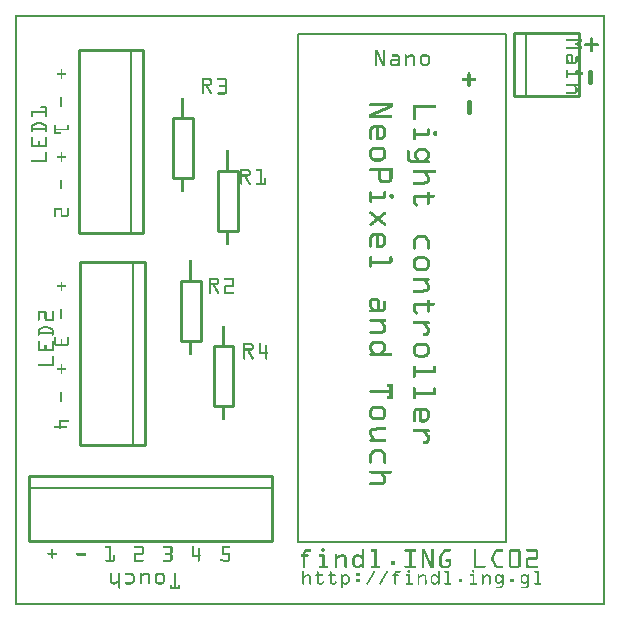
<source format=gto>
G04 MADE WITH FRITZING*
G04 WWW.FRITZING.ORG*
G04 DOUBLE SIDED*
G04 HOLES PLATED*
G04 CONTOUR ON CENTER OF CONTOUR VECTOR*
%ASAXBY*%
%FSLAX23Y23*%
%MOIN*%
%OFA0B0*%
%SFA1.0B1.0*%
%ADD10C,0.010000*%
%ADD11C,0.005000*%
%ADD12C,0.008000*%
%ADD13R,0.001000X0.001000*%
%LNSILK1*%
G90*
G70*
G54D10*
X216Y1147D02*
X216Y537D01*
D02*
X216Y537D02*
X432Y537D01*
D02*
X432Y537D02*
X432Y1147D01*
D02*
X432Y1147D02*
X216Y1147D01*
G54D11*
D02*
X392Y537D02*
X392Y1147D01*
G54D10*
D02*
X1880Y1698D02*
X1880Y1908D01*
D02*
X1880Y1908D02*
X1664Y1908D01*
D02*
X1664Y1908D02*
X1664Y1698D01*
D02*
X1664Y1698D02*
X1880Y1698D01*
G54D11*
D02*
X1704Y1908D02*
X1704Y1698D01*
G54D10*
D02*
X212Y1852D02*
X212Y1242D01*
D02*
X212Y1242D02*
X428Y1242D01*
D02*
X428Y1242D02*
X428Y1852D01*
D02*
X428Y1852D02*
X212Y1852D01*
G54D11*
D02*
X388Y1242D02*
X388Y1852D01*
G54D10*
D02*
X47Y217D02*
X857Y217D01*
D02*
X857Y217D02*
X857Y433D01*
D02*
X857Y433D02*
X47Y433D01*
D02*
X47Y433D02*
X47Y217D01*
G54D11*
D02*
X857Y393D02*
X47Y393D01*
G54D10*
D02*
X593Y1626D02*
X593Y1426D01*
D02*
X593Y1426D02*
X527Y1426D01*
D02*
X527Y1426D02*
X527Y1626D01*
D02*
X527Y1626D02*
X593Y1626D01*
D02*
X728Y865D02*
X728Y665D01*
D02*
X728Y665D02*
X662Y665D01*
D02*
X662Y665D02*
X662Y865D01*
D02*
X662Y865D02*
X728Y865D01*
D02*
X620Y1083D02*
X620Y883D01*
D02*
X620Y883D02*
X554Y883D01*
D02*
X554Y883D02*
X554Y1083D01*
D02*
X554Y1083D02*
X620Y1083D01*
D02*
X742Y1449D02*
X742Y1249D01*
D02*
X742Y1249D02*
X676Y1249D01*
D02*
X676Y1249D02*
X676Y1449D01*
D02*
X676Y1449D02*
X742Y1449D01*
G54D12*
X944Y213D02*
X1636Y213D01*
X1636Y1906D01*
X944Y1906D01*
X944Y213D01*
D02*
G54D13*
X0Y1969D02*
X1967Y1969D01*
X0Y1968D02*
X1967Y1968D01*
X0Y1967D02*
X1967Y1967D01*
X0Y1966D02*
X1967Y1966D01*
X0Y1965D02*
X1967Y1965D01*
X0Y1964D02*
X1967Y1964D01*
X0Y1963D02*
X1967Y1963D01*
X0Y1962D02*
X1967Y1962D01*
X0Y1961D02*
X7Y1961D01*
X1960Y1961D02*
X1967Y1961D01*
X0Y1960D02*
X7Y1960D01*
X1960Y1960D02*
X1967Y1960D01*
X0Y1959D02*
X7Y1959D01*
X1960Y1959D02*
X1967Y1959D01*
X0Y1958D02*
X7Y1958D01*
X1960Y1958D02*
X1967Y1958D01*
X0Y1957D02*
X7Y1957D01*
X1960Y1957D02*
X1967Y1957D01*
X0Y1956D02*
X7Y1956D01*
X1960Y1956D02*
X1967Y1956D01*
X0Y1955D02*
X7Y1955D01*
X1960Y1955D02*
X1967Y1955D01*
X0Y1954D02*
X7Y1954D01*
X1960Y1954D02*
X1967Y1954D01*
X0Y1953D02*
X7Y1953D01*
X1960Y1953D02*
X1967Y1953D01*
X0Y1952D02*
X7Y1952D01*
X1960Y1952D02*
X1967Y1952D01*
X0Y1951D02*
X7Y1951D01*
X1960Y1951D02*
X1967Y1951D01*
X0Y1950D02*
X7Y1950D01*
X1960Y1950D02*
X1967Y1950D01*
X0Y1949D02*
X7Y1949D01*
X1960Y1949D02*
X1967Y1949D01*
X0Y1948D02*
X7Y1948D01*
X1960Y1948D02*
X1967Y1948D01*
X0Y1947D02*
X7Y1947D01*
X1960Y1947D02*
X1967Y1947D01*
X0Y1946D02*
X7Y1946D01*
X1960Y1946D02*
X1967Y1946D01*
X0Y1945D02*
X7Y1945D01*
X1960Y1945D02*
X1967Y1945D01*
X0Y1944D02*
X7Y1944D01*
X1960Y1944D02*
X1967Y1944D01*
X0Y1943D02*
X7Y1943D01*
X1960Y1943D02*
X1967Y1943D01*
X0Y1942D02*
X7Y1942D01*
X1960Y1942D02*
X1967Y1942D01*
X0Y1941D02*
X7Y1941D01*
X1960Y1941D02*
X1967Y1941D01*
X0Y1940D02*
X7Y1940D01*
X1960Y1940D02*
X1967Y1940D01*
X0Y1939D02*
X7Y1939D01*
X1960Y1939D02*
X1967Y1939D01*
X0Y1938D02*
X7Y1938D01*
X1960Y1938D02*
X1967Y1938D01*
X0Y1937D02*
X7Y1937D01*
X1960Y1937D02*
X1967Y1937D01*
X0Y1936D02*
X7Y1936D01*
X1960Y1936D02*
X1967Y1936D01*
X0Y1935D02*
X7Y1935D01*
X1960Y1935D02*
X1967Y1935D01*
X0Y1934D02*
X7Y1934D01*
X1960Y1934D02*
X1967Y1934D01*
X0Y1933D02*
X7Y1933D01*
X1960Y1933D02*
X1967Y1933D01*
X0Y1932D02*
X7Y1932D01*
X1960Y1932D02*
X1967Y1932D01*
X0Y1931D02*
X7Y1931D01*
X1960Y1931D02*
X1967Y1931D01*
X0Y1930D02*
X7Y1930D01*
X1960Y1930D02*
X1967Y1930D01*
X0Y1929D02*
X7Y1929D01*
X1960Y1929D02*
X1967Y1929D01*
X0Y1928D02*
X7Y1928D01*
X1960Y1928D02*
X1967Y1928D01*
X0Y1927D02*
X7Y1927D01*
X1960Y1927D02*
X1967Y1927D01*
X0Y1926D02*
X7Y1926D01*
X1960Y1926D02*
X1967Y1926D01*
X0Y1925D02*
X7Y1925D01*
X1960Y1925D02*
X1967Y1925D01*
X0Y1924D02*
X7Y1924D01*
X1960Y1924D02*
X1967Y1924D01*
X0Y1923D02*
X7Y1923D01*
X1960Y1923D02*
X1967Y1923D01*
X0Y1922D02*
X7Y1922D01*
X1960Y1922D02*
X1967Y1922D01*
X0Y1921D02*
X7Y1921D01*
X1960Y1921D02*
X1967Y1921D01*
X0Y1920D02*
X7Y1920D01*
X1960Y1920D02*
X1967Y1920D01*
X0Y1919D02*
X7Y1919D01*
X1960Y1919D02*
X1967Y1919D01*
X0Y1918D02*
X7Y1918D01*
X1960Y1918D02*
X1967Y1918D01*
X0Y1917D02*
X7Y1917D01*
X1960Y1917D02*
X1967Y1917D01*
X0Y1916D02*
X7Y1916D01*
X1960Y1916D02*
X1967Y1916D01*
X0Y1915D02*
X7Y1915D01*
X1960Y1915D02*
X1967Y1915D01*
X0Y1914D02*
X7Y1914D01*
X1960Y1914D02*
X1967Y1914D01*
X0Y1913D02*
X7Y1913D01*
X1960Y1913D02*
X1967Y1913D01*
X0Y1912D02*
X7Y1912D01*
X1960Y1912D02*
X1967Y1912D01*
X0Y1911D02*
X7Y1911D01*
X1960Y1911D02*
X1967Y1911D01*
X0Y1910D02*
X7Y1910D01*
X1960Y1910D02*
X1967Y1910D01*
X0Y1909D02*
X7Y1909D01*
X1960Y1909D02*
X1967Y1909D01*
X0Y1908D02*
X7Y1908D01*
X1960Y1908D02*
X1967Y1908D01*
X0Y1907D02*
X7Y1907D01*
X1960Y1907D02*
X1967Y1907D01*
X0Y1906D02*
X7Y1906D01*
X1960Y1906D02*
X1967Y1906D01*
X0Y1905D02*
X7Y1905D01*
X1960Y1905D02*
X1967Y1905D01*
X0Y1904D02*
X7Y1904D01*
X1960Y1904D02*
X1967Y1904D01*
X0Y1903D02*
X7Y1903D01*
X1960Y1903D02*
X1967Y1903D01*
X0Y1902D02*
X7Y1902D01*
X1960Y1902D02*
X1967Y1902D01*
X0Y1901D02*
X7Y1901D01*
X1960Y1901D02*
X1967Y1901D01*
X0Y1900D02*
X7Y1900D01*
X1960Y1900D02*
X1967Y1900D01*
X0Y1899D02*
X7Y1899D01*
X1960Y1899D02*
X1967Y1899D01*
X0Y1898D02*
X7Y1898D01*
X1960Y1898D02*
X1967Y1898D01*
X0Y1897D02*
X7Y1897D01*
X1960Y1897D02*
X1967Y1897D01*
X0Y1896D02*
X7Y1896D01*
X1960Y1896D02*
X1967Y1896D01*
X0Y1895D02*
X7Y1895D01*
X1960Y1895D02*
X1967Y1895D01*
X0Y1894D02*
X7Y1894D01*
X1920Y1894D02*
X1922Y1894D01*
X1960Y1894D02*
X1967Y1894D01*
X0Y1893D02*
X7Y1893D01*
X1918Y1893D02*
X1924Y1893D01*
X1960Y1893D02*
X1967Y1893D01*
X0Y1892D02*
X7Y1892D01*
X1918Y1892D02*
X1925Y1892D01*
X1960Y1892D02*
X1967Y1892D01*
X0Y1891D02*
X7Y1891D01*
X1917Y1891D02*
X1925Y1891D01*
X1960Y1891D02*
X1967Y1891D01*
X0Y1890D02*
X7Y1890D01*
X1917Y1890D02*
X1926Y1890D01*
X1960Y1890D02*
X1967Y1890D01*
X0Y1889D02*
X7Y1889D01*
X1839Y1889D02*
X1890Y1889D01*
X1917Y1889D02*
X1926Y1889D01*
X1960Y1889D02*
X1967Y1889D01*
X0Y1888D02*
X7Y1888D01*
X1838Y1888D02*
X1890Y1888D01*
X1917Y1888D02*
X1926Y1888D01*
X1960Y1888D02*
X1967Y1888D01*
X0Y1887D02*
X7Y1887D01*
X1837Y1887D02*
X1890Y1887D01*
X1917Y1887D02*
X1926Y1887D01*
X1960Y1887D02*
X1967Y1887D01*
X0Y1886D02*
X7Y1886D01*
X1837Y1886D02*
X1890Y1886D01*
X1917Y1886D02*
X1926Y1886D01*
X1960Y1886D02*
X1967Y1886D01*
X0Y1885D02*
X7Y1885D01*
X1837Y1885D02*
X1890Y1885D01*
X1917Y1885D02*
X1926Y1885D01*
X1960Y1885D02*
X1967Y1885D01*
X0Y1884D02*
X7Y1884D01*
X1838Y1884D02*
X1890Y1884D01*
X1917Y1884D02*
X1926Y1884D01*
X1960Y1884D02*
X1967Y1884D01*
X0Y1883D02*
X7Y1883D01*
X1839Y1883D02*
X1890Y1883D01*
X1917Y1883D02*
X1926Y1883D01*
X1960Y1883D02*
X1967Y1883D01*
X0Y1882D02*
X7Y1882D01*
X1881Y1882D02*
X1890Y1882D01*
X1917Y1882D02*
X1926Y1882D01*
X1960Y1882D02*
X1967Y1882D01*
X0Y1881D02*
X7Y1881D01*
X1879Y1881D02*
X1890Y1881D01*
X1917Y1881D02*
X1926Y1881D01*
X1960Y1881D02*
X1967Y1881D01*
X0Y1880D02*
X7Y1880D01*
X1878Y1880D02*
X1889Y1880D01*
X1917Y1880D02*
X1926Y1880D01*
X1960Y1880D02*
X1967Y1880D01*
X0Y1879D02*
X7Y1879D01*
X1877Y1879D02*
X1888Y1879D01*
X1917Y1879D02*
X1926Y1879D01*
X1960Y1879D02*
X1967Y1879D01*
X0Y1878D02*
X7Y1878D01*
X1875Y1878D02*
X1886Y1878D01*
X1917Y1878D02*
X1926Y1878D01*
X1960Y1878D02*
X1967Y1878D01*
X0Y1877D02*
X7Y1877D01*
X1874Y1877D02*
X1885Y1877D01*
X1917Y1877D02*
X1926Y1877D01*
X1960Y1877D02*
X1967Y1877D01*
X0Y1876D02*
X7Y1876D01*
X1872Y1876D02*
X1884Y1876D01*
X1917Y1876D02*
X1926Y1876D01*
X1960Y1876D02*
X1967Y1876D01*
X0Y1875D02*
X7Y1875D01*
X1868Y1875D02*
X1882Y1875D01*
X1917Y1875D02*
X1926Y1875D01*
X1960Y1875D02*
X1967Y1875D01*
X0Y1874D02*
X7Y1874D01*
X1867Y1874D02*
X1881Y1874D01*
X1900Y1874D02*
X1942Y1874D01*
X1960Y1874D02*
X1967Y1874D01*
X0Y1873D02*
X7Y1873D01*
X1867Y1873D02*
X1879Y1873D01*
X1898Y1873D02*
X1944Y1873D01*
X1960Y1873D02*
X1967Y1873D01*
X0Y1872D02*
X7Y1872D01*
X1867Y1872D02*
X1878Y1872D01*
X1898Y1872D02*
X1945Y1872D01*
X1960Y1872D02*
X1967Y1872D01*
X0Y1871D02*
X7Y1871D01*
X1867Y1871D02*
X1880Y1871D01*
X1897Y1871D02*
X1945Y1871D01*
X1960Y1871D02*
X1967Y1871D01*
X0Y1870D02*
X7Y1870D01*
X1867Y1870D02*
X1881Y1870D01*
X1897Y1870D02*
X1945Y1870D01*
X1960Y1870D02*
X1967Y1870D01*
X0Y1869D02*
X7Y1869D01*
X1869Y1869D02*
X1882Y1869D01*
X1897Y1869D02*
X1945Y1869D01*
X1960Y1869D02*
X1967Y1869D01*
X0Y1868D02*
X7Y1868D01*
X1873Y1868D02*
X1884Y1868D01*
X1897Y1868D02*
X1945Y1868D01*
X1960Y1868D02*
X1967Y1868D01*
X0Y1867D02*
X7Y1867D01*
X1874Y1867D02*
X1885Y1867D01*
X1897Y1867D02*
X1945Y1867D01*
X1960Y1867D02*
X1967Y1867D01*
X0Y1866D02*
X7Y1866D01*
X1876Y1866D02*
X1887Y1866D01*
X1898Y1866D02*
X1944Y1866D01*
X1960Y1866D02*
X1967Y1866D01*
X0Y1865D02*
X7Y1865D01*
X1877Y1865D02*
X1888Y1865D01*
X1899Y1865D02*
X1943Y1865D01*
X1960Y1865D02*
X1967Y1865D01*
X0Y1864D02*
X7Y1864D01*
X1878Y1864D02*
X1890Y1864D01*
X1917Y1864D02*
X1926Y1864D01*
X1960Y1864D02*
X1967Y1864D01*
X0Y1863D02*
X7Y1863D01*
X1880Y1863D02*
X1890Y1863D01*
X1917Y1863D02*
X1926Y1863D01*
X1960Y1863D02*
X1967Y1863D01*
X0Y1862D02*
X7Y1862D01*
X1881Y1862D02*
X1890Y1862D01*
X1917Y1862D02*
X1926Y1862D01*
X1960Y1862D02*
X1967Y1862D01*
X0Y1861D02*
X7Y1861D01*
X1838Y1861D02*
X1890Y1861D01*
X1917Y1861D02*
X1926Y1861D01*
X1960Y1861D02*
X1967Y1861D01*
X0Y1860D02*
X7Y1860D01*
X1838Y1860D02*
X1890Y1860D01*
X1917Y1860D02*
X1926Y1860D01*
X1960Y1860D02*
X1967Y1860D01*
X0Y1859D02*
X7Y1859D01*
X1837Y1859D02*
X1890Y1859D01*
X1917Y1859D02*
X1926Y1859D01*
X1960Y1859D02*
X1967Y1859D01*
X0Y1858D02*
X7Y1858D01*
X1837Y1858D02*
X1890Y1858D01*
X1917Y1858D02*
X1926Y1858D01*
X1960Y1858D02*
X1967Y1858D01*
X0Y1857D02*
X7Y1857D01*
X1837Y1857D02*
X1890Y1857D01*
X1917Y1857D02*
X1926Y1857D01*
X1960Y1857D02*
X1967Y1857D01*
X0Y1856D02*
X7Y1856D01*
X1838Y1856D02*
X1890Y1856D01*
X1917Y1856D02*
X1926Y1856D01*
X1960Y1856D02*
X1967Y1856D01*
X0Y1855D02*
X7Y1855D01*
X1840Y1855D02*
X1890Y1855D01*
X1917Y1855D02*
X1926Y1855D01*
X1960Y1855D02*
X1967Y1855D01*
X0Y1854D02*
X7Y1854D01*
X1917Y1854D02*
X1926Y1854D01*
X1960Y1854D02*
X1967Y1854D01*
X0Y1853D02*
X7Y1853D01*
X1917Y1853D02*
X1926Y1853D01*
X1960Y1853D02*
X1967Y1853D01*
X0Y1852D02*
X7Y1852D01*
X1200Y1852D02*
X1208Y1852D01*
X1230Y1852D02*
X1232Y1852D01*
X1917Y1852D02*
X1926Y1852D01*
X1960Y1852D02*
X1967Y1852D01*
X0Y1851D02*
X7Y1851D01*
X1200Y1851D02*
X1209Y1851D01*
X1228Y1851D02*
X1233Y1851D01*
X1917Y1851D02*
X1926Y1851D01*
X1960Y1851D02*
X1967Y1851D01*
X0Y1850D02*
X7Y1850D01*
X1200Y1850D02*
X1209Y1850D01*
X1228Y1850D02*
X1233Y1850D01*
X1917Y1850D02*
X1926Y1850D01*
X1960Y1850D02*
X1967Y1850D01*
X0Y1849D02*
X7Y1849D01*
X1200Y1849D02*
X1210Y1849D01*
X1228Y1849D02*
X1234Y1849D01*
X1917Y1849D02*
X1926Y1849D01*
X1960Y1849D02*
X1967Y1849D01*
X0Y1848D02*
X7Y1848D01*
X1200Y1848D02*
X1210Y1848D01*
X1228Y1848D02*
X1234Y1848D01*
X1917Y1848D02*
X1925Y1848D01*
X1960Y1848D02*
X1967Y1848D01*
X0Y1847D02*
X7Y1847D01*
X1200Y1847D02*
X1211Y1847D01*
X1228Y1847D02*
X1234Y1847D01*
X1917Y1847D02*
X1925Y1847D01*
X1960Y1847D02*
X1967Y1847D01*
X0Y1846D02*
X7Y1846D01*
X1200Y1846D02*
X1211Y1846D01*
X1228Y1846D02*
X1234Y1846D01*
X1918Y1846D02*
X1924Y1846D01*
X1960Y1846D02*
X1967Y1846D01*
X0Y1845D02*
X7Y1845D01*
X1200Y1845D02*
X1212Y1845D01*
X1228Y1845D02*
X1234Y1845D01*
X1919Y1845D02*
X1923Y1845D01*
X1960Y1845D02*
X1967Y1845D01*
X0Y1844D02*
X7Y1844D01*
X1200Y1844D02*
X1212Y1844D01*
X1228Y1844D02*
X1234Y1844D01*
X1960Y1844D02*
X1967Y1844D01*
X0Y1843D02*
X7Y1843D01*
X1200Y1843D02*
X1212Y1843D01*
X1228Y1843D02*
X1234Y1843D01*
X1960Y1843D02*
X1967Y1843D01*
X0Y1842D02*
X7Y1842D01*
X1200Y1842D02*
X1213Y1842D01*
X1228Y1842D02*
X1234Y1842D01*
X1960Y1842D02*
X1967Y1842D01*
X0Y1841D02*
X7Y1841D01*
X1200Y1841D02*
X1213Y1841D01*
X1228Y1841D02*
X1234Y1841D01*
X1960Y1841D02*
X1967Y1841D01*
X0Y1840D02*
X7Y1840D01*
X1200Y1840D02*
X1214Y1840D01*
X1228Y1840D02*
X1234Y1840D01*
X1960Y1840D02*
X1967Y1840D01*
X0Y1839D02*
X7Y1839D01*
X1200Y1839D02*
X1214Y1839D01*
X1228Y1839D02*
X1234Y1839D01*
X1845Y1839D02*
X1853Y1839D01*
X1960Y1839D02*
X1967Y1839D01*
X0Y1838D02*
X7Y1838D01*
X1200Y1838D02*
X1206Y1838D01*
X1208Y1838D02*
X1215Y1838D01*
X1228Y1838D02*
X1234Y1838D01*
X1842Y1838D02*
X1855Y1838D01*
X1960Y1838D02*
X1967Y1838D01*
X0Y1837D02*
X7Y1837D01*
X1200Y1837D02*
X1206Y1837D01*
X1208Y1837D02*
X1215Y1837D01*
X1228Y1837D02*
X1234Y1837D01*
X1259Y1837D02*
X1276Y1837D01*
X1302Y1837D02*
X1304Y1837D01*
X1316Y1837D02*
X1326Y1837D01*
X1359Y1837D02*
X1374Y1837D01*
X1841Y1837D02*
X1857Y1837D01*
X1960Y1837D02*
X1967Y1837D01*
X0Y1836D02*
X7Y1836D01*
X1200Y1836D02*
X1206Y1836D01*
X1209Y1836D02*
X1216Y1836D01*
X1228Y1836D02*
X1234Y1836D01*
X1258Y1836D02*
X1278Y1836D01*
X1301Y1836D02*
X1305Y1836D01*
X1314Y1836D02*
X1328Y1836D01*
X1357Y1836D02*
X1376Y1836D01*
X1840Y1836D02*
X1858Y1836D01*
X1960Y1836D02*
X1967Y1836D01*
X0Y1835D02*
X7Y1835D01*
X1200Y1835D02*
X1206Y1835D01*
X1209Y1835D02*
X1216Y1835D01*
X1228Y1835D02*
X1234Y1835D01*
X1257Y1835D02*
X1279Y1835D01*
X1300Y1835D02*
X1306Y1835D01*
X1312Y1835D02*
X1329Y1835D01*
X1356Y1835D02*
X1378Y1835D01*
X1839Y1835D02*
X1859Y1835D01*
X1960Y1835D02*
X1967Y1835D01*
X0Y1834D02*
X7Y1834D01*
X1200Y1834D02*
X1206Y1834D01*
X1210Y1834D02*
X1216Y1834D01*
X1228Y1834D02*
X1234Y1834D01*
X1257Y1834D02*
X1280Y1834D01*
X1300Y1834D02*
X1306Y1834D01*
X1311Y1834D02*
X1330Y1834D01*
X1355Y1834D02*
X1379Y1834D01*
X1838Y1834D02*
X1859Y1834D01*
X1960Y1834D02*
X1967Y1834D01*
X0Y1833D02*
X7Y1833D01*
X1200Y1833D02*
X1206Y1833D01*
X1210Y1833D02*
X1217Y1833D01*
X1228Y1833D02*
X1234Y1833D01*
X1257Y1833D02*
X1281Y1833D01*
X1300Y1833D02*
X1306Y1833D01*
X1309Y1833D02*
X1331Y1833D01*
X1354Y1833D02*
X1380Y1833D01*
X1838Y1833D02*
X1860Y1833D01*
X1960Y1833D02*
X1967Y1833D01*
X0Y1832D02*
X7Y1832D01*
X1200Y1832D02*
X1206Y1832D01*
X1211Y1832D02*
X1217Y1832D01*
X1228Y1832D02*
X1234Y1832D01*
X1258Y1832D02*
X1282Y1832D01*
X1300Y1832D02*
X1332Y1832D01*
X1353Y1832D02*
X1381Y1832D01*
X1838Y1832D02*
X1845Y1832D01*
X1853Y1832D02*
X1860Y1832D01*
X1871Y1832D02*
X1874Y1832D01*
X1960Y1832D02*
X1967Y1832D01*
X0Y1831D02*
X7Y1831D01*
X1200Y1831D02*
X1206Y1831D01*
X1211Y1831D02*
X1218Y1831D01*
X1228Y1831D02*
X1234Y1831D01*
X1259Y1831D02*
X1282Y1831D01*
X1300Y1831D02*
X1332Y1831D01*
X1352Y1831D02*
X1382Y1831D01*
X1837Y1831D02*
X1844Y1831D01*
X1854Y1831D02*
X1861Y1831D01*
X1870Y1831D02*
X1875Y1831D01*
X1960Y1831D02*
X1967Y1831D01*
X0Y1830D02*
X7Y1830D01*
X1200Y1830D02*
X1206Y1830D01*
X1211Y1830D02*
X1218Y1830D01*
X1228Y1830D02*
X1234Y1830D01*
X1275Y1830D02*
X1282Y1830D01*
X1300Y1830D02*
X1316Y1830D01*
X1325Y1830D02*
X1332Y1830D01*
X1351Y1830D02*
X1360Y1830D01*
X1374Y1830D02*
X1382Y1830D01*
X1837Y1830D02*
X1843Y1830D01*
X1855Y1830D02*
X1861Y1830D01*
X1870Y1830D02*
X1875Y1830D01*
X1960Y1830D02*
X1967Y1830D01*
X0Y1829D02*
X7Y1829D01*
X1200Y1829D02*
X1206Y1829D01*
X1212Y1829D02*
X1219Y1829D01*
X1228Y1829D02*
X1234Y1829D01*
X1276Y1829D02*
X1283Y1829D01*
X1300Y1829D02*
X1315Y1829D01*
X1326Y1829D02*
X1333Y1829D01*
X1351Y1829D02*
X1359Y1829D01*
X1375Y1829D02*
X1383Y1829D01*
X1837Y1829D02*
X1843Y1829D01*
X1855Y1829D02*
X1861Y1829D01*
X1869Y1829D02*
X1875Y1829D01*
X1960Y1829D02*
X1967Y1829D01*
X0Y1828D02*
X7Y1828D01*
X1200Y1828D02*
X1206Y1828D01*
X1212Y1828D02*
X1219Y1828D01*
X1228Y1828D02*
X1234Y1828D01*
X1276Y1828D02*
X1283Y1828D01*
X1300Y1828D02*
X1313Y1828D01*
X1327Y1828D02*
X1333Y1828D01*
X1351Y1828D02*
X1358Y1828D01*
X1376Y1828D02*
X1383Y1828D01*
X1837Y1828D02*
X1843Y1828D01*
X1855Y1828D02*
X1861Y1828D01*
X1869Y1828D02*
X1875Y1828D01*
X1960Y1828D02*
X1967Y1828D01*
X0Y1827D02*
X7Y1827D01*
X1200Y1827D02*
X1206Y1827D01*
X1213Y1827D02*
X1219Y1827D01*
X1228Y1827D02*
X1234Y1827D01*
X1277Y1827D02*
X1283Y1827D01*
X1300Y1827D02*
X1312Y1827D01*
X1327Y1827D02*
X1333Y1827D01*
X1350Y1827D02*
X1357Y1827D01*
X1377Y1827D02*
X1383Y1827D01*
X1837Y1827D02*
X1843Y1827D01*
X1855Y1827D02*
X1861Y1827D01*
X1869Y1827D02*
X1875Y1827D01*
X1960Y1827D02*
X1967Y1827D01*
X0Y1826D02*
X7Y1826D01*
X1200Y1826D02*
X1206Y1826D01*
X1213Y1826D02*
X1220Y1826D01*
X1228Y1826D02*
X1234Y1826D01*
X1277Y1826D02*
X1283Y1826D01*
X1300Y1826D02*
X1310Y1826D01*
X1327Y1826D02*
X1333Y1826D01*
X1350Y1826D02*
X1356Y1826D01*
X1377Y1826D02*
X1384Y1826D01*
X1837Y1826D02*
X1843Y1826D01*
X1855Y1826D02*
X1861Y1826D01*
X1869Y1826D02*
X1875Y1826D01*
X1960Y1826D02*
X1967Y1826D01*
X0Y1825D02*
X7Y1825D01*
X1200Y1825D02*
X1206Y1825D01*
X1214Y1825D02*
X1220Y1825D01*
X1228Y1825D02*
X1234Y1825D01*
X1277Y1825D02*
X1283Y1825D01*
X1300Y1825D02*
X1309Y1825D01*
X1327Y1825D02*
X1333Y1825D01*
X1350Y1825D02*
X1356Y1825D01*
X1378Y1825D02*
X1384Y1825D01*
X1837Y1825D02*
X1843Y1825D01*
X1855Y1825D02*
X1861Y1825D01*
X1869Y1825D02*
X1875Y1825D01*
X1960Y1825D02*
X1967Y1825D01*
X0Y1824D02*
X7Y1824D01*
X1200Y1824D02*
X1206Y1824D01*
X1214Y1824D02*
X1221Y1824D01*
X1228Y1824D02*
X1234Y1824D01*
X1277Y1824D02*
X1283Y1824D01*
X1300Y1824D02*
X1307Y1824D01*
X1327Y1824D02*
X1333Y1824D01*
X1350Y1824D02*
X1356Y1824D01*
X1378Y1824D02*
X1384Y1824D01*
X1837Y1824D02*
X1843Y1824D01*
X1855Y1824D02*
X1861Y1824D01*
X1869Y1824D02*
X1875Y1824D01*
X1960Y1824D02*
X1967Y1824D01*
X0Y1823D02*
X7Y1823D01*
X1200Y1823D02*
X1206Y1823D01*
X1215Y1823D02*
X1221Y1823D01*
X1228Y1823D02*
X1234Y1823D01*
X1277Y1823D02*
X1283Y1823D01*
X1300Y1823D02*
X1306Y1823D01*
X1327Y1823D02*
X1333Y1823D01*
X1350Y1823D02*
X1356Y1823D01*
X1378Y1823D02*
X1384Y1823D01*
X1837Y1823D02*
X1843Y1823D01*
X1855Y1823D02*
X1861Y1823D01*
X1869Y1823D02*
X1875Y1823D01*
X1960Y1823D02*
X1967Y1823D01*
X0Y1822D02*
X7Y1822D01*
X1200Y1822D02*
X1206Y1822D01*
X1215Y1822D02*
X1222Y1822D01*
X1228Y1822D02*
X1234Y1822D01*
X1256Y1822D02*
X1283Y1822D01*
X1300Y1822D02*
X1306Y1822D01*
X1327Y1822D02*
X1333Y1822D01*
X1350Y1822D02*
X1356Y1822D01*
X1378Y1822D02*
X1384Y1822D01*
X1837Y1822D02*
X1843Y1822D01*
X1855Y1822D02*
X1861Y1822D01*
X1869Y1822D02*
X1875Y1822D01*
X1960Y1822D02*
X1967Y1822D01*
X0Y1821D02*
X7Y1821D01*
X1200Y1821D02*
X1206Y1821D01*
X1215Y1821D02*
X1222Y1821D01*
X1228Y1821D02*
X1234Y1821D01*
X1255Y1821D02*
X1283Y1821D01*
X1300Y1821D02*
X1306Y1821D01*
X1327Y1821D02*
X1333Y1821D01*
X1350Y1821D02*
X1356Y1821D01*
X1378Y1821D02*
X1384Y1821D01*
X1837Y1821D02*
X1843Y1821D01*
X1855Y1821D02*
X1861Y1821D01*
X1869Y1821D02*
X1875Y1821D01*
X1960Y1821D02*
X1967Y1821D01*
X0Y1820D02*
X7Y1820D01*
X1200Y1820D02*
X1206Y1820D01*
X1216Y1820D02*
X1223Y1820D01*
X1228Y1820D02*
X1234Y1820D01*
X1253Y1820D02*
X1283Y1820D01*
X1300Y1820D02*
X1306Y1820D01*
X1327Y1820D02*
X1333Y1820D01*
X1350Y1820D02*
X1356Y1820D01*
X1378Y1820D02*
X1384Y1820D01*
X1837Y1820D02*
X1843Y1820D01*
X1855Y1820D02*
X1861Y1820D01*
X1869Y1820D02*
X1875Y1820D01*
X1960Y1820D02*
X1967Y1820D01*
X0Y1819D02*
X7Y1819D01*
X1200Y1819D02*
X1206Y1819D01*
X1216Y1819D02*
X1223Y1819D01*
X1228Y1819D02*
X1234Y1819D01*
X1252Y1819D02*
X1283Y1819D01*
X1300Y1819D02*
X1306Y1819D01*
X1327Y1819D02*
X1333Y1819D01*
X1350Y1819D02*
X1356Y1819D01*
X1378Y1819D02*
X1384Y1819D01*
X1837Y1819D02*
X1843Y1819D01*
X1855Y1819D02*
X1861Y1819D01*
X1869Y1819D02*
X1875Y1819D01*
X1960Y1819D02*
X1967Y1819D01*
X0Y1818D02*
X7Y1818D01*
X1200Y1818D02*
X1206Y1818D01*
X1217Y1818D02*
X1223Y1818D01*
X1228Y1818D02*
X1234Y1818D01*
X1252Y1818D02*
X1283Y1818D01*
X1300Y1818D02*
X1306Y1818D01*
X1327Y1818D02*
X1333Y1818D01*
X1350Y1818D02*
X1356Y1818D01*
X1378Y1818D02*
X1384Y1818D01*
X1837Y1818D02*
X1844Y1818D01*
X1855Y1818D02*
X1861Y1818D01*
X1869Y1818D02*
X1875Y1818D01*
X1960Y1818D02*
X1967Y1818D01*
X0Y1817D02*
X7Y1817D01*
X1200Y1817D02*
X1206Y1817D01*
X1217Y1817D02*
X1224Y1817D01*
X1228Y1817D02*
X1234Y1817D01*
X1251Y1817D02*
X1283Y1817D01*
X1300Y1817D02*
X1306Y1817D01*
X1327Y1817D02*
X1333Y1817D01*
X1350Y1817D02*
X1356Y1817D01*
X1378Y1817D02*
X1384Y1817D01*
X1838Y1817D02*
X1845Y1817D01*
X1855Y1817D02*
X1861Y1817D01*
X1869Y1817D02*
X1875Y1817D01*
X1960Y1817D02*
X1967Y1817D01*
X0Y1816D02*
X7Y1816D01*
X1200Y1816D02*
X1206Y1816D01*
X1218Y1816D02*
X1224Y1816D01*
X1228Y1816D02*
X1234Y1816D01*
X1251Y1816D02*
X1283Y1816D01*
X1300Y1816D02*
X1306Y1816D01*
X1327Y1816D02*
X1333Y1816D01*
X1350Y1816D02*
X1356Y1816D01*
X1378Y1816D02*
X1384Y1816D01*
X1838Y1816D02*
X1845Y1816D01*
X1855Y1816D02*
X1861Y1816D01*
X1869Y1816D02*
X1875Y1816D01*
X1960Y1816D02*
X1967Y1816D01*
X0Y1815D02*
X7Y1815D01*
X1200Y1815D02*
X1206Y1815D01*
X1218Y1815D02*
X1225Y1815D01*
X1228Y1815D02*
X1234Y1815D01*
X1250Y1815D02*
X1257Y1815D01*
X1276Y1815D02*
X1283Y1815D01*
X1300Y1815D02*
X1306Y1815D01*
X1327Y1815D02*
X1333Y1815D01*
X1350Y1815D02*
X1356Y1815D01*
X1378Y1815D02*
X1384Y1815D01*
X1839Y1815D02*
X1846Y1815D01*
X1855Y1815D02*
X1861Y1815D01*
X1869Y1815D02*
X1875Y1815D01*
X1960Y1815D02*
X1967Y1815D01*
X0Y1814D02*
X7Y1814D01*
X1200Y1814D02*
X1206Y1814D01*
X1218Y1814D02*
X1225Y1814D01*
X1228Y1814D02*
X1234Y1814D01*
X1250Y1814D02*
X1257Y1814D01*
X1277Y1814D02*
X1283Y1814D01*
X1300Y1814D02*
X1306Y1814D01*
X1327Y1814D02*
X1333Y1814D01*
X1350Y1814D02*
X1356Y1814D01*
X1378Y1814D02*
X1384Y1814D01*
X1839Y1814D02*
X1846Y1814D01*
X1854Y1814D02*
X1861Y1814D01*
X1869Y1814D02*
X1875Y1814D01*
X1960Y1814D02*
X1967Y1814D01*
X0Y1813D02*
X7Y1813D01*
X1200Y1813D02*
X1206Y1813D01*
X1219Y1813D02*
X1226Y1813D01*
X1228Y1813D02*
X1234Y1813D01*
X1250Y1813D02*
X1256Y1813D01*
X1277Y1813D02*
X1283Y1813D01*
X1300Y1813D02*
X1306Y1813D01*
X1327Y1813D02*
X1333Y1813D01*
X1350Y1813D02*
X1356Y1813D01*
X1378Y1813D02*
X1384Y1813D01*
X1840Y1813D02*
X1847Y1813D01*
X1853Y1813D02*
X1860Y1813D01*
X1867Y1813D02*
X1875Y1813D01*
X1960Y1813D02*
X1967Y1813D01*
X0Y1812D02*
X7Y1812D01*
X1200Y1812D02*
X1206Y1812D01*
X1219Y1812D02*
X1226Y1812D01*
X1228Y1812D02*
X1234Y1812D01*
X1250Y1812D02*
X1256Y1812D01*
X1277Y1812D02*
X1283Y1812D01*
X1300Y1812D02*
X1306Y1812D01*
X1327Y1812D02*
X1333Y1812D01*
X1350Y1812D02*
X1356Y1812D01*
X1378Y1812D02*
X1384Y1812D01*
X1840Y1812D02*
X1875Y1812D01*
X1960Y1812D02*
X1967Y1812D01*
X0Y1811D02*
X7Y1811D01*
X1200Y1811D02*
X1206Y1811D01*
X1220Y1811D02*
X1234Y1811D01*
X1250Y1811D02*
X1256Y1811D01*
X1277Y1811D02*
X1283Y1811D01*
X1300Y1811D02*
X1306Y1811D01*
X1327Y1811D02*
X1333Y1811D01*
X1350Y1811D02*
X1356Y1811D01*
X1378Y1811D02*
X1384Y1811D01*
X1838Y1811D02*
X1874Y1811D01*
X1960Y1811D02*
X1967Y1811D01*
X0Y1810D02*
X7Y1810D01*
X1200Y1810D02*
X1206Y1810D01*
X1220Y1810D02*
X1234Y1810D01*
X1250Y1810D02*
X1256Y1810D01*
X1277Y1810D02*
X1283Y1810D01*
X1300Y1810D02*
X1306Y1810D01*
X1327Y1810D02*
X1333Y1810D01*
X1350Y1810D02*
X1356Y1810D01*
X1377Y1810D02*
X1384Y1810D01*
X1838Y1810D02*
X1873Y1810D01*
X1960Y1810D02*
X1967Y1810D01*
X0Y1809D02*
X7Y1809D01*
X1200Y1809D02*
X1206Y1809D01*
X1221Y1809D02*
X1234Y1809D01*
X1250Y1809D02*
X1256Y1809D01*
X1276Y1809D02*
X1283Y1809D01*
X1300Y1809D02*
X1306Y1809D01*
X1327Y1809D02*
X1333Y1809D01*
X1350Y1809D02*
X1357Y1809D01*
X1377Y1809D02*
X1384Y1809D01*
X1837Y1809D02*
X1873Y1809D01*
X1960Y1809D02*
X1967Y1809D01*
X0Y1808D02*
X7Y1808D01*
X1200Y1808D02*
X1206Y1808D01*
X1221Y1808D02*
X1234Y1808D01*
X1250Y1808D02*
X1256Y1808D01*
X1275Y1808D02*
X1283Y1808D01*
X1300Y1808D02*
X1306Y1808D01*
X1327Y1808D02*
X1333Y1808D01*
X1350Y1808D02*
X1357Y1808D01*
X1376Y1808D02*
X1383Y1808D01*
X1837Y1808D02*
X1872Y1808D01*
X1960Y1808D02*
X1967Y1808D01*
X0Y1807D02*
X7Y1807D01*
X1200Y1807D02*
X1206Y1807D01*
X1222Y1807D02*
X1234Y1807D01*
X1250Y1807D02*
X1257Y1807D01*
X1273Y1807D02*
X1284Y1807D01*
X1300Y1807D02*
X1306Y1807D01*
X1327Y1807D02*
X1333Y1807D01*
X1351Y1807D02*
X1359Y1807D01*
X1375Y1807D02*
X1383Y1807D01*
X1837Y1807D02*
X1870Y1807D01*
X1960Y1807D02*
X1967Y1807D01*
X0Y1806D02*
X7Y1806D01*
X1200Y1806D02*
X1206Y1806D01*
X1222Y1806D02*
X1234Y1806D01*
X1250Y1806D02*
X1257Y1806D01*
X1271Y1806D02*
X1284Y1806D01*
X1300Y1806D02*
X1306Y1806D01*
X1327Y1806D02*
X1333Y1806D01*
X1351Y1806D02*
X1360Y1806D01*
X1374Y1806D02*
X1382Y1806D01*
X1838Y1806D02*
X1868Y1806D01*
X1960Y1806D02*
X1967Y1806D01*
X0Y1805D02*
X7Y1805D01*
X1200Y1805D02*
X1206Y1805D01*
X1222Y1805D02*
X1234Y1805D01*
X1251Y1805D02*
X1284Y1805D01*
X1300Y1805D02*
X1306Y1805D01*
X1328Y1805D02*
X1334Y1805D01*
X1352Y1805D02*
X1382Y1805D01*
X1840Y1805D02*
X1845Y1805D01*
X1960Y1805D02*
X1967Y1805D01*
X0Y1804D02*
X7Y1804D01*
X1200Y1804D02*
X1206Y1804D01*
X1223Y1804D02*
X1234Y1804D01*
X1251Y1804D02*
X1284Y1804D01*
X1300Y1804D02*
X1306Y1804D01*
X1328Y1804D02*
X1334Y1804D01*
X1353Y1804D02*
X1381Y1804D01*
X1960Y1804D02*
X1967Y1804D01*
X0Y1803D02*
X7Y1803D01*
X1200Y1803D02*
X1206Y1803D01*
X1223Y1803D02*
X1234Y1803D01*
X1252Y1803D02*
X1284Y1803D01*
X1300Y1803D02*
X1306Y1803D01*
X1328Y1803D02*
X1334Y1803D01*
X1354Y1803D02*
X1380Y1803D01*
X1960Y1803D02*
X1967Y1803D01*
X0Y1802D02*
X7Y1802D01*
X1200Y1802D02*
X1206Y1802D01*
X1224Y1802D02*
X1234Y1802D01*
X1253Y1802D02*
X1284Y1802D01*
X1300Y1802D02*
X1306Y1802D01*
X1328Y1802D02*
X1334Y1802D01*
X1355Y1802D02*
X1379Y1802D01*
X1960Y1802D02*
X1967Y1802D01*
X0Y1801D02*
X7Y1801D01*
X1200Y1801D02*
X1206Y1801D01*
X1224Y1801D02*
X1234Y1801D01*
X1254Y1801D02*
X1275Y1801D01*
X1278Y1801D02*
X1284Y1801D01*
X1300Y1801D02*
X1306Y1801D01*
X1328Y1801D02*
X1333Y1801D01*
X1356Y1801D02*
X1378Y1801D01*
X1960Y1801D02*
X1967Y1801D01*
X0Y1800D02*
X7Y1800D01*
X1201Y1800D02*
X1206Y1800D01*
X1225Y1800D02*
X1234Y1800D01*
X1255Y1800D02*
X1274Y1800D01*
X1278Y1800D02*
X1283Y1800D01*
X1301Y1800D02*
X1306Y1800D01*
X1328Y1800D02*
X1333Y1800D01*
X1357Y1800D02*
X1376Y1800D01*
X1960Y1800D02*
X1967Y1800D01*
X0Y1799D02*
X7Y1799D01*
X1202Y1799D02*
X1205Y1799D01*
X1225Y1799D02*
X1234Y1799D01*
X1257Y1799D02*
X1272Y1799D01*
X1279Y1799D02*
X1282Y1799D01*
X1301Y1799D02*
X1305Y1799D01*
X1329Y1799D02*
X1332Y1799D01*
X1359Y1799D02*
X1375Y1799D01*
X1960Y1799D02*
X1967Y1799D01*
X0Y1798D02*
X7Y1798D01*
X1960Y1798D02*
X1967Y1798D01*
X0Y1797D02*
X7Y1797D01*
X1960Y1797D02*
X1967Y1797D01*
X0Y1796D02*
X7Y1796D01*
X1960Y1796D02*
X1967Y1796D01*
X0Y1795D02*
X7Y1795D01*
X1960Y1795D02*
X1967Y1795D01*
X0Y1794D02*
X7Y1794D01*
X1960Y1794D02*
X1967Y1794D01*
X0Y1793D02*
X7Y1793D01*
X1960Y1793D02*
X1967Y1793D01*
X0Y1792D02*
X7Y1792D01*
X1960Y1792D02*
X1967Y1792D01*
X0Y1791D02*
X7Y1791D01*
X1960Y1791D02*
X1967Y1791D01*
X0Y1790D02*
X7Y1790D01*
X1960Y1790D02*
X1967Y1790D01*
X0Y1789D02*
X7Y1789D01*
X1960Y1789D02*
X1967Y1789D01*
X0Y1788D02*
X7Y1788D01*
X1960Y1788D02*
X1967Y1788D01*
X0Y1787D02*
X7Y1787D01*
X154Y1787D02*
X157Y1787D01*
X1960Y1787D02*
X1967Y1787D01*
X0Y1786D02*
X7Y1786D01*
X153Y1786D02*
X158Y1786D01*
X1960Y1786D02*
X1967Y1786D01*
X0Y1785D02*
X7Y1785D01*
X153Y1785D02*
X158Y1785D01*
X1838Y1785D02*
X1842Y1785D01*
X1871Y1785D02*
X1874Y1785D01*
X1960Y1785D02*
X1967Y1785D01*
X0Y1784D02*
X7Y1784D01*
X153Y1784D02*
X158Y1784D01*
X1837Y1784D02*
X1843Y1784D01*
X1870Y1784D02*
X1875Y1784D01*
X1914Y1784D02*
X1923Y1784D01*
X1960Y1784D02*
X1967Y1784D01*
X0Y1783D02*
X7Y1783D01*
X153Y1783D02*
X158Y1783D01*
X1837Y1783D02*
X1843Y1783D01*
X1870Y1783D02*
X1875Y1783D01*
X1913Y1783D02*
X1924Y1783D01*
X1960Y1783D02*
X1967Y1783D01*
X0Y1782D02*
X7Y1782D01*
X153Y1782D02*
X158Y1782D01*
X1837Y1782D02*
X1843Y1782D01*
X1869Y1782D02*
X1875Y1782D01*
X1912Y1782D02*
X1925Y1782D01*
X1960Y1782D02*
X1967Y1782D01*
X0Y1781D02*
X7Y1781D01*
X153Y1781D02*
X158Y1781D01*
X1837Y1781D02*
X1843Y1781D01*
X1869Y1781D02*
X1875Y1781D01*
X1912Y1781D02*
X1925Y1781D01*
X1960Y1781D02*
X1967Y1781D01*
X0Y1780D02*
X7Y1780D01*
X153Y1780D02*
X158Y1780D01*
X1837Y1780D02*
X1843Y1780D01*
X1869Y1780D02*
X1875Y1780D01*
X1912Y1780D02*
X1925Y1780D01*
X1960Y1780D02*
X1967Y1780D01*
X0Y1779D02*
X7Y1779D01*
X153Y1779D02*
X158Y1779D01*
X1837Y1779D02*
X1843Y1779D01*
X1869Y1779D02*
X1875Y1779D01*
X1887Y1779D02*
X1890Y1779D01*
X1912Y1779D02*
X1925Y1779D01*
X1960Y1779D02*
X1967Y1779D01*
X0Y1778D02*
X7Y1778D01*
X153Y1778D02*
X158Y1778D01*
X1837Y1778D02*
X1843Y1778D01*
X1869Y1778D02*
X1875Y1778D01*
X1885Y1778D02*
X1892Y1778D01*
X1912Y1778D02*
X1925Y1778D01*
X1960Y1778D02*
X1967Y1778D01*
X0Y1777D02*
X7Y1777D01*
X153Y1777D02*
X158Y1777D01*
X1512Y1777D02*
X1516Y1777D01*
X1837Y1777D02*
X1843Y1777D01*
X1869Y1777D02*
X1875Y1777D01*
X1885Y1777D02*
X1893Y1777D01*
X1912Y1777D02*
X1925Y1777D01*
X1960Y1777D02*
X1967Y1777D01*
X0Y1776D02*
X7Y1776D01*
X153Y1776D02*
X158Y1776D01*
X1511Y1776D02*
X1517Y1776D01*
X1837Y1776D02*
X1843Y1776D01*
X1869Y1776D02*
X1875Y1776D01*
X1884Y1776D02*
X1893Y1776D01*
X1912Y1776D02*
X1925Y1776D01*
X1960Y1776D02*
X1967Y1776D01*
X0Y1775D02*
X7Y1775D01*
X152Y1775D02*
X159Y1775D01*
X1510Y1775D02*
X1518Y1775D01*
X1837Y1775D02*
X1875Y1775D01*
X1884Y1775D02*
X1893Y1775D01*
X1912Y1775D02*
X1925Y1775D01*
X1960Y1775D02*
X1967Y1775D01*
X0Y1774D02*
X7Y1774D01*
X141Y1774D02*
X170Y1774D01*
X1510Y1774D02*
X1518Y1774D01*
X1837Y1774D02*
X1875Y1774D01*
X1884Y1774D02*
X1893Y1774D01*
X1912Y1774D02*
X1925Y1774D01*
X1960Y1774D02*
X1967Y1774D01*
X0Y1773D02*
X7Y1773D01*
X140Y1773D02*
X171Y1773D01*
X1509Y1773D02*
X1519Y1773D01*
X1837Y1773D02*
X1875Y1773D01*
X1884Y1773D02*
X1893Y1773D01*
X1912Y1773D02*
X1925Y1773D01*
X1960Y1773D02*
X1967Y1773D01*
X0Y1772D02*
X7Y1772D01*
X140Y1772D02*
X171Y1772D01*
X1509Y1772D02*
X1519Y1772D01*
X1837Y1772D02*
X1875Y1772D01*
X1884Y1772D02*
X1893Y1772D01*
X1912Y1772D02*
X1925Y1772D01*
X1960Y1772D02*
X1967Y1772D01*
X0Y1771D02*
X7Y1771D01*
X140Y1771D02*
X171Y1771D01*
X1509Y1771D02*
X1519Y1771D01*
X1837Y1771D02*
X1875Y1771D01*
X1884Y1771D02*
X1893Y1771D01*
X1912Y1771D02*
X1925Y1771D01*
X1960Y1771D02*
X1967Y1771D01*
X0Y1770D02*
X7Y1770D01*
X141Y1770D02*
X170Y1770D01*
X1509Y1770D02*
X1519Y1770D01*
X1837Y1770D02*
X1875Y1770D01*
X1885Y1770D02*
X1892Y1770D01*
X1912Y1770D02*
X1925Y1770D01*
X1960Y1770D02*
X1967Y1770D01*
X0Y1769D02*
X7Y1769D01*
X142Y1769D02*
X169Y1769D01*
X1509Y1769D02*
X1519Y1769D01*
X1837Y1769D02*
X1873Y1769D01*
X1886Y1769D02*
X1891Y1769D01*
X1912Y1769D02*
X1925Y1769D01*
X1960Y1769D02*
X1967Y1769D01*
X0Y1768D02*
X7Y1768D01*
X153Y1768D02*
X158Y1768D01*
X1509Y1768D02*
X1519Y1768D01*
X1837Y1768D02*
X1843Y1768D01*
X1912Y1768D02*
X1925Y1768D01*
X1960Y1768D02*
X1967Y1768D01*
X0Y1767D02*
X7Y1767D01*
X153Y1767D02*
X158Y1767D01*
X1509Y1767D02*
X1519Y1767D01*
X1837Y1767D02*
X1843Y1767D01*
X1912Y1767D02*
X1925Y1767D01*
X1960Y1767D02*
X1967Y1767D01*
X0Y1766D02*
X7Y1766D01*
X153Y1766D02*
X158Y1766D01*
X1509Y1766D02*
X1519Y1766D01*
X1837Y1766D02*
X1843Y1766D01*
X1912Y1766D02*
X1925Y1766D01*
X1960Y1766D02*
X1967Y1766D01*
X0Y1765D02*
X7Y1765D01*
X153Y1765D02*
X158Y1765D01*
X1509Y1765D02*
X1519Y1765D01*
X1837Y1765D02*
X1843Y1765D01*
X1912Y1765D02*
X1925Y1765D01*
X1960Y1765D02*
X1967Y1765D01*
X0Y1764D02*
X7Y1764D01*
X153Y1764D02*
X158Y1764D01*
X1509Y1764D02*
X1519Y1764D01*
X1837Y1764D02*
X1843Y1764D01*
X1912Y1764D02*
X1925Y1764D01*
X1960Y1764D02*
X1967Y1764D01*
X0Y1763D02*
X7Y1763D01*
X153Y1763D02*
X158Y1763D01*
X1509Y1763D02*
X1519Y1763D01*
X1837Y1763D02*
X1843Y1763D01*
X1912Y1763D02*
X1925Y1763D01*
X1960Y1763D02*
X1967Y1763D01*
X0Y1762D02*
X7Y1762D01*
X153Y1762D02*
X158Y1762D01*
X1509Y1762D02*
X1519Y1762D01*
X1837Y1762D02*
X1843Y1762D01*
X1912Y1762D02*
X1925Y1762D01*
X1960Y1762D02*
X1967Y1762D01*
X0Y1761D02*
X7Y1761D01*
X153Y1761D02*
X158Y1761D01*
X1509Y1761D02*
X1519Y1761D01*
X1837Y1761D02*
X1843Y1761D01*
X1912Y1761D02*
X1925Y1761D01*
X1960Y1761D02*
X1967Y1761D01*
X0Y1760D02*
X7Y1760D01*
X153Y1760D02*
X158Y1760D01*
X1509Y1760D02*
X1519Y1760D01*
X1838Y1760D02*
X1842Y1760D01*
X1912Y1760D02*
X1925Y1760D01*
X1960Y1760D02*
X1967Y1760D01*
X0Y1759D02*
X7Y1759D01*
X153Y1759D02*
X158Y1759D01*
X1509Y1759D02*
X1519Y1759D01*
X1839Y1759D02*
X1842Y1759D01*
X1912Y1759D02*
X1925Y1759D01*
X1960Y1759D02*
X1967Y1759D01*
X0Y1758D02*
X7Y1758D01*
X153Y1758D02*
X158Y1758D01*
X624Y1758D02*
X648Y1758D01*
X677Y1758D02*
X702Y1758D01*
X1494Y1758D02*
X1534Y1758D01*
X1912Y1758D02*
X1925Y1758D01*
X1960Y1758D02*
X1967Y1758D01*
X0Y1757D02*
X7Y1757D01*
X153Y1757D02*
X157Y1757D01*
X624Y1757D02*
X652Y1757D01*
X675Y1757D02*
X704Y1757D01*
X1491Y1757D02*
X1536Y1757D01*
X1912Y1757D02*
X1925Y1757D01*
X1960Y1757D02*
X1967Y1757D01*
X0Y1756D02*
X7Y1756D01*
X155Y1756D02*
X156Y1756D01*
X624Y1756D02*
X653Y1756D01*
X674Y1756D02*
X705Y1756D01*
X1491Y1756D02*
X1537Y1756D01*
X1912Y1756D02*
X1925Y1756D01*
X1960Y1756D02*
X1967Y1756D01*
X0Y1755D02*
X7Y1755D01*
X624Y1755D02*
X654Y1755D01*
X674Y1755D02*
X706Y1755D01*
X1490Y1755D02*
X1538Y1755D01*
X1912Y1755D02*
X1925Y1755D01*
X1960Y1755D02*
X1967Y1755D01*
X0Y1754D02*
X7Y1754D01*
X624Y1754D02*
X655Y1754D01*
X674Y1754D02*
X707Y1754D01*
X1490Y1754D02*
X1538Y1754D01*
X1912Y1754D02*
X1925Y1754D01*
X1960Y1754D02*
X1967Y1754D01*
X0Y1753D02*
X7Y1753D01*
X624Y1753D02*
X656Y1753D01*
X674Y1753D02*
X707Y1753D01*
X1490Y1753D02*
X1538Y1753D01*
X1912Y1753D02*
X1925Y1753D01*
X1960Y1753D02*
X1967Y1753D01*
X0Y1752D02*
X7Y1752D01*
X624Y1752D02*
X656Y1752D01*
X675Y1752D02*
X707Y1752D01*
X1490Y1752D02*
X1538Y1752D01*
X1912Y1752D02*
X1925Y1752D01*
X1960Y1752D02*
X1967Y1752D01*
X0Y1751D02*
X7Y1751D01*
X624Y1751D02*
X630Y1751D01*
X649Y1751D02*
X657Y1751D01*
X701Y1751D02*
X707Y1751D01*
X1490Y1751D02*
X1538Y1751D01*
X1912Y1751D02*
X1925Y1751D01*
X1960Y1751D02*
X1967Y1751D01*
X0Y1750D02*
X7Y1750D01*
X624Y1750D02*
X630Y1750D01*
X650Y1750D02*
X657Y1750D01*
X701Y1750D02*
X707Y1750D01*
X1491Y1750D02*
X1537Y1750D01*
X1912Y1750D02*
X1925Y1750D01*
X1960Y1750D02*
X1967Y1750D01*
X0Y1749D02*
X7Y1749D01*
X624Y1749D02*
X630Y1749D01*
X651Y1749D02*
X657Y1749D01*
X701Y1749D02*
X707Y1749D01*
X1492Y1749D02*
X1536Y1749D01*
X1912Y1749D02*
X1925Y1749D01*
X1960Y1749D02*
X1967Y1749D01*
X0Y1748D02*
X7Y1748D01*
X624Y1748D02*
X630Y1748D01*
X651Y1748D02*
X657Y1748D01*
X701Y1748D02*
X707Y1748D01*
X1509Y1748D02*
X1519Y1748D01*
X1912Y1748D02*
X1925Y1748D01*
X1960Y1748D02*
X1967Y1748D01*
X0Y1747D02*
X7Y1747D01*
X624Y1747D02*
X630Y1747D01*
X651Y1747D02*
X657Y1747D01*
X701Y1747D02*
X707Y1747D01*
X1509Y1747D02*
X1519Y1747D01*
X1912Y1747D02*
X1925Y1747D01*
X1960Y1747D02*
X1967Y1747D01*
X0Y1746D02*
X7Y1746D01*
X624Y1746D02*
X630Y1746D01*
X651Y1746D02*
X657Y1746D01*
X701Y1746D02*
X707Y1746D01*
X1509Y1746D02*
X1519Y1746D01*
X1912Y1746D02*
X1925Y1746D01*
X1960Y1746D02*
X1967Y1746D01*
X0Y1745D02*
X7Y1745D01*
X624Y1745D02*
X630Y1745D01*
X651Y1745D02*
X657Y1745D01*
X701Y1745D02*
X707Y1745D01*
X1509Y1745D02*
X1519Y1745D01*
X1912Y1745D02*
X1925Y1745D01*
X1960Y1745D02*
X1967Y1745D01*
X0Y1744D02*
X7Y1744D01*
X624Y1744D02*
X630Y1744D01*
X651Y1744D02*
X657Y1744D01*
X701Y1744D02*
X707Y1744D01*
X1509Y1744D02*
X1519Y1744D01*
X1912Y1744D02*
X1925Y1744D01*
X1960Y1744D02*
X1967Y1744D01*
X0Y1743D02*
X7Y1743D01*
X624Y1743D02*
X630Y1743D01*
X651Y1743D02*
X657Y1743D01*
X701Y1743D02*
X707Y1743D01*
X1509Y1743D02*
X1519Y1743D01*
X1912Y1743D02*
X1925Y1743D01*
X1960Y1743D02*
X1967Y1743D01*
X0Y1742D02*
X7Y1742D01*
X624Y1742D02*
X630Y1742D01*
X651Y1742D02*
X657Y1742D01*
X701Y1742D02*
X707Y1742D01*
X1509Y1742D02*
X1519Y1742D01*
X1912Y1742D02*
X1925Y1742D01*
X1960Y1742D02*
X1967Y1742D01*
X0Y1741D02*
X7Y1741D01*
X624Y1741D02*
X630Y1741D01*
X650Y1741D02*
X657Y1741D01*
X701Y1741D02*
X707Y1741D01*
X1509Y1741D02*
X1519Y1741D01*
X1912Y1741D02*
X1925Y1741D01*
X1960Y1741D02*
X1967Y1741D01*
X0Y1740D02*
X7Y1740D01*
X624Y1740D02*
X657Y1740D01*
X701Y1740D02*
X707Y1740D01*
X1509Y1740D02*
X1519Y1740D01*
X1912Y1740D02*
X1925Y1740D01*
X1960Y1740D02*
X1967Y1740D01*
X0Y1739D02*
X7Y1739D01*
X624Y1739D02*
X656Y1739D01*
X701Y1739D02*
X707Y1739D01*
X1509Y1739D02*
X1519Y1739D01*
X1839Y1739D02*
X1874Y1739D01*
X1912Y1739D02*
X1925Y1739D01*
X1960Y1739D02*
X1967Y1739D01*
X0Y1738D02*
X7Y1738D01*
X624Y1738D02*
X656Y1738D01*
X701Y1738D02*
X707Y1738D01*
X1509Y1738D02*
X1519Y1738D01*
X1838Y1738D02*
X1875Y1738D01*
X1912Y1738D02*
X1925Y1738D01*
X1960Y1738D02*
X1967Y1738D01*
X0Y1737D02*
X7Y1737D01*
X624Y1737D02*
X655Y1737D01*
X701Y1737D02*
X707Y1737D01*
X1509Y1737D02*
X1519Y1737D01*
X1837Y1737D02*
X1875Y1737D01*
X1913Y1737D02*
X1924Y1737D01*
X1960Y1737D02*
X1967Y1737D01*
X0Y1736D02*
X7Y1736D01*
X624Y1736D02*
X654Y1736D01*
X701Y1736D02*
X707Y1736D01*
X1509Y1736D02*
X1519Y1736D01*
X1837Y1736D02*
X1875Y1736D01*
X1914Y1736D02*
X1923Y1736D01*
X1960Y1736D02*
X1967Y1736D01*
X0Y1735D02*
X7Y1735D01*
X624Y1735D02*
X652Y1735D01*
X699Y1735D02*
X707Y1735D01*
X1509Y1735D02*
X1519Y1735D01*
X1837Y1735D02*
X1875Y1735D01*
X1960Y1735D02*
X1967Y1735D01*
X0Y1734D02*
X7Y1734D01*
X624Y1734D02*
X650Y1734D01*
X682Y1734D02*
X707Y1734D01*
X1509Y1734D02*
X1519Y1734D01*
X1838Y1734D02*
X1875Y1734D01*
X1960Y1734D02*
X1967Y1734D01*
X0Y1733D02*
X7Y1733D01*
X624Y1733D02*
X630Y1733D01*
X636Y1733D02*
X643Y1733D01*
X681Y1733D02*
X706Y1733D01*
X1510Y1733D02*
X1519Y1733D01*
X1839Y1733D02*
X1874Y1733D01*
X1960Y1733D02*
X1967Y1733D01*
X0Y1732D02*
X7Y1732D01*
X624Y1732D02*
X630Y1732D01*
X636Y1732D02*
X644Y1732D01*
X681Y1732D02*
X705Y1732D01*
X1510Y1732D02*
X1518Y1732D01*
X1862Y1732D02*
X1870Y1732D01*
X1960Y1732D02*
X1967Y1732D01*
X0Y1731D02*
X7Y1731D01*
X624Y1731D02*
X630Y1731D01*
X637Y1731D02*
X644Y1731D01*
X681Y1731D02*
X705Y1731D01*
X1510Y1731D02*
X1518Y1731D01*
X1863Y1731D02*
X1870Y1731D01*
X1960Y1731D02*
X1967Y1731D01*
X0Y1730D02*
X7Y1730D01*
X624Y1730D02*
X630Y1730D01*
X638Y1730D02*
X645Y1730D01*
X681Y1730D02*
X705Y1730D01*
X1511Y1730D02*
X1517Y1730D01*
X1864Y1730D02*
X1871Y1730D01*
X1960Y1730D02*
X1967Y1730D01*
X0Y1729D02*
X7Y1729D01*
X624Y1729D02*
X630Y1729D01*
X638Y1729D02*
X645Y1729D01*
X681Y1729D02*
X706Y1729D01*
X1512Y1729D02*
X1516Y1729D01*
X1864Y1729D02*
X1872Y1729D01*
X1960Y1729D02*
X1967Y1729D01*
X0Y1728D02*
X7Y1728D01*
X624Y1728D02*
X630Y1728D01*
X639Y1728D02*
X646Y1728D01*
X683Y1728D02*
X707Y1728D01*
X1865Y1728D02*
X1872Y1728D01*
X1960Y1728D02*
X1967Y1728D01*
X0Y1727D02*
X7Y1727D01*
X624Y1727D02*
X630Y1727D01*
X639Y1727D02*
X647Y1727D01*
X700Y1727D02*
X707Y1727D01*
X1866Y1727D02*
X1873Y1727D01*
X1960Y1727D02*
X1967Y1727D01*
X0Y1726D02*
X7Y1726D01*
X624Y1726D02*
X630Y1726D01*
X640Y1726D02*
X647Y1726D01*
X701Y1726D02*
X707Y1726D01*
X1866Y1726D02*
X1874Y1726D01*
X1960Y1726D02*
X1967Y1726D01*
X0Y1725D02*
X7Y1725D01*
X624Y1725D02*
X630Y1725D01*
X641Y1725D02*
X648Y1725D01*
X701Y1725D02*
X707Y1725D01*
X1867Y1725D02*
X1874Y1725D01*
X1960Y1725D02*
X1967Y1725D01*
X0Y1724D02*
X7Y1724D01*
X624Y1724D02*
X630Y1724D01*
X641Y1724D02*
X648Y1724D01*
X701Y1724D02*
X707Y1724D01*
X1868Y1724D02*
X1875Y1724D01*
X1960Y1724D02*
X1967Y1724D01*
X0Y1723D02*
X7Y1723D01*
X624Y1723D02*
X630Y1723D01*
X642Y1723D02*
X649Y1723D01*
X701Y1723D02*
X707Y1723D01*
X1868Y1723D02*
X1875Y1723D01*
X1960Y1723D02*
X1967Y1723D01*
X0Y1722D02*
X7Y1722D01*
X624Y1722D02*
X630Y1722D01*
X642Y1722D02*
X650Y1722D01*
X701Y1722D02*
X707Y1722D01*
X1869Y1722D02*
X1875Y1722D01*
X1960Y1722D02*
X1967Y1722D01*
X0Y1721D02*
X7Y1721D01*
X624Y1721D02*
X630Y1721D01*
X643Y1721D02*
X650Y1721D01*
X701Y1721D02*
X707Y1721D01*
X1869Y1721D02*
X1875Y1721D01*
X1960Y1721D02*
X1967Y1721D01*
X0Y1720D02*
X7Y1720D01*
X624Y1720D02*
X630Y1720D01*
X644Y1720D02*
X651Y1720D01*
X701Y1720D02*
X707Y1720D01*
X1869Y1720D02*
X1875Y1720D01*
X1960Y1720D02*
X1967Y1720D01*
X0Y1719D02*
X7Y1719D01*
X624Y1719D02*
X630Y1719D01*
X644Y1719D02*
X651Y1719D01*
X701Y1719D02*
X707Y1719D01*
X1869Y1719D02*
X1875Y1719D01*
X1960Y1719D02*
X1967Y1719D01*
X0Y1718D02*
X7Y1718D01*
X624Y1718D02*
X630Y1718D01*
X645Y1718D02*
X652Y1718D01*
X701Y1718D02*
X707Y1718D01*
X1869Y1718D02*
X1875Y1718D01*
X1960Y1718D02*
X1967Y1718D01*
X0Y1717D02*
X7Y1717D01*
X624Y1717D02*
X630Y1717D01*
X645Y1717D02*
X652Y1717D01*
X701Y1717D02*
X707Y1717D01*
X1869Y1717D02*
X1875Y1717D01*
X1960Y1717D02*
X1967Y1717D01*
X0Y1716D02*
X7Y1716D01*
X624Y1716D02*
X630Y1716D01*
X646Y1716D02*
X653Y1716D01*
X701Y1716D02*
X707Y1716D01*
X1869Y1716D02*
X1875Y1716D01*
X1960Y1716D02*
X1967Y1716D01*
X0Y1715D02*
X7Y1715D01*
X624Y1715D02*
X630Y1715D01*
X646Y1715D02*
X654Y1715D01*
X701Y1715D02*
X707Y1715D01*
X1869Y1715D02*
X1875Y1715D01*
X1960Y1715D02*
X1967Y1715D01*
X0Y1714D02*
X7Y1714D01*
X624Y1714D02*
X630Y1714D01*
X647Y1714D02*
X654Y1714D01*
X701Y1714D02*
X707Y1714D01*
X1869Y1714D02*
X1875Y1714D01*
X1960Y1714D02*
X1967Y1714D01*
X0Y1713D02*
X7Y1713D01*
X624Y1713D02*
X630Y1713D01*
X648Y1713D02*
X655Y1713D01*
X701Y1713D02*
X707Y1713D01*
X1867Y1713D02*
X1875Y1713D01*
X1960Y1713D02*
X1967Y1713D01*
X0Y1712D02*
X7Y1712D01*
X624Y1712D02*
X630Y1712D01*
X648Y1712D02*
X655Y1712D01*
X701Y1712D02*
X707Y1712D01*
X1845Y1712D02*
X1875Y1712D01*
X1960Y1712D02*
X1967Y1712D01*
X0Y1711D02*
X7Y1711D01*
X624Y1711D02*
X630Y1711D01*
X649Y1711D02*
X656Y1711D01*
X678Y1711D02*
X707Y1711D01*
X1838Y1711D02*
X1874Y1711D01*
X1960Y1711D02*
X1967Y1711D01*
X0Y1710D02*
X7Y1710D01*
X624Y1710D02*
X630Y1710D01*
X649Y1710D02*
X657Y1710D01*
X675Y1710D02*
X707Y1710D01*
X1838Y1710D02*
X1873Y1710D01*
X1960Y1710D02*
X1967Y1710D01*
X0Y1709D02*
X7Y1709D01*
X624Y1709D02*
X630Y1709D01*
X650Y1709D02*
X657Y1709D01*
X674Y1709D02*
X707Y1709D01*
X1837Y1709D02*
X1873Y1709D01*
X1960Y1709D02*
X1967Y1709D01*
X0Y1708D02*
X7Y1708D01*
X624Y1708D02*
X630Y1708D01*
X651Y1708D02*
X657Y1708D01*
X674Y1708D02*
X707Y1708D01*
X1837Y1708D02*
X1871Y1708D01*
X1960Y1708D02*
X1967Y1708D01*
X0Y1707D02*
X7Y1707D01*
X624Y1707D02*
X630Y1707D01*
X651Y1707D02*
X657Y1707D01*
X674Y1707D02*
X706Y1707D01*
X1837Y1707D02*
X1870Y1707D01*
X1960Y1707D02*
X1967Y1707D01*
X0Y1706D02*
X7Y1706D01*
X624Y1706D02*
X629Y1706D01*
X652Y1706D02*
X657Y1706D01*
X674Y1706D02*
X705Y1706D01*
X1838Y1706D02*
X1867Y1706D01*
X1960Y1706D02*
X1967Y1706D01*
X0Y1705D02*
X7Y1705D01*
X625Y1705D02*
X629Y1705D01*
X653Y1705D02*
X656Y1705D01*
X675Y1705D02*
X704Y1705D01*
X1840Y1705D02*
X1843Y1705D01*
X1960Y1705D02*
X1967Y1705D01*
X0Y1704D02*
X7Y1704D01*
X677Y1704D02*
X701Y1704D01*
X1960Y1704D02*
X1967Y1704D01*
X0Y1703D02*
X7Y1703D01*
X1960Y1703D02*
X1967Y1703D01*
X0Y1702D02*
X7Y1702D01*
X1960Y1702D02*
X1967Y1702D01*
X0Y1701D02*
X7Y1701D01*
X1960Y1701D02*
X1967Y1701D01*
X0Y1700D02*
X7Y1700D01*
X1960Y1700D02*
X1967Y1700D01*
X0Y1699D02*
X7Y1699D01*
X1960Y1699D02*
X1967Y1699D01*
X0Y1698D02*
X7Y1698D01*
X1960Y1698D02*
X1967Y1698D01*
X0Y1697D02*
X7Y1697D01*
X1960Y1697D02*
X1967Y1697D01*
X0Y1696D02*
X7Y1696D01*
X1960Y1696D02*
X1967Y1696D01*
X0Y1695D02*
X7Y1695D01*
X152Y1695D02*
X156Y1695D01*
X1960Y1695D02*
X1967Y1695D01*
X0Y1694D02*
X7Y1694D01*
X151Y1694D02*
X158Y1694D01*
X564Y1694D02*
X564Y1694D01*
X1960Y1694D02*
X1967Y1694D01*
X0Y1693D02*
X7Y1693D01*
X150Y1693D02*
X158Y1693D01*
X555Y1693D02*
X564Y1693D01*
X1960Y1693D02*
X1967Y1693D01*
X0Y1692D02*
X7Y1692D01*
X150Y1692D02*
X158Y1692D01*
X555Y1692D02*
X564Y1692D01*
X1960Y1692D02*
X1967Y1692D01*
X0Y1691D02*
X7Y1691D01*
X150Y1691D02*
X158Y1691D01*
X555Y1691D02*
X564Y1691D01*
X1960Y1691D02*
X1967Y1691D01*
X0Y1690D02*
X7Y1690D01*
X150Y1690D02*
X158Y1690D01*
X555Y1690D02*
X564Y1690D01*
X1960Y1690D02*
X1967Y1690D01*
X0Y1689D02*
X7Y1689D01*
X150Y1689D02*
X158Y1689D01*
X555Y1689D02*
X564Y1689D01*
X1960Y1689D02*
X1967Y1689D01*
X0Y1688D02*
X7Y1688D01*
X150Y1688D02*
X158Y1688D01*
X555Y1688D02*
X564Y1688D01*
X1960Y1688D02*
X1967Y1688D01*
X0Y1687D02*
X7Y1687D01*
X150Y1687D02*
X158Y1687D01*
X555Y1687D02*
X564Y1687D01*
X1960Y1687D02*
X1967Y1687D01*
X0Y1686D02*
X7Y1686D01*
X150Y1686D02*
X158Y1686D01*
X555Y1686D02*
X564Y1686D01*
X1960Y1686D02*
X1967Y1686D01*
X0Y1685D02*
X7Y1685D01*
X150Y1685D02*
X158Y1685D01*
X555Y1685D02*
X564Y1685D01*
X1511Y1685D02*
X1519Y1685D01*
X1960Y1685D02*
X1967Y1685D01*
X0Y1684D02*
X7Y1684D01*
X150Y1684D02*
X158Y1684D01*
X555Y1684D02*
X564Y1684D01*
X1510Y1684D02*
X1521Y1684D01*
X1960Y1684D02*
X1967Y1684D01*
X0Y1683D02*
X7Y1683D01*
X150Y1683D02*
X158Y1683D01*
X555Y1683D02*
X564Y1683D01*
X1509Y1683D02*
X1521Y1683D01*
X1960Y1683D02*
X1967Y1683D01*
X0Y1682D02*
X7Y1682D01*
X150Y1682D02*
X158Y1682D01*
X555Y1682D02*
X564Y1682D01*
X1509Y1682D02*
X1522Y1682D01*
X1960Y1682D02*
X1967Y1682D01*
X0Y1681D02*
X7Y1681D01*
X150Y1681D02*
X158Y1681D01*
X555Y1681D02*
X564Y1681D01*
X1509Y1681D02*
X1522Y1681D01*
X1960Y1681D02*
X1967Y1681D01*
X0Y1680D02*
X7Y1680D01*
X150Y1680D02*
X158Y1680D01*
X555Y1680D02*
X564Y1680D01*
X1509Y1680D02*
X1522Y1680D01*
X1960Y1680D02*
X1967Y1680D01*
X0Y1679D02*
X7Y1679D01*
X150Y1679D02*
X158Y1679D01*
X555Y1679D02*
X564Y1679D01*
X1509Y1679D02*
X1522Y1679D01*
X1960Y1679D02*
X1967Y1679D01*
X0Y1678D02*
X7Y1678D01*
X150Y1678D02*
X158Y1678D01*
X555Y1678D02*
X564Y1678D01*
X1509Y1678D02*
X1522Y1678D01*
X1960Y1678D02*
X1967Y1678D01*
X0Y1677D02*
X7Y1677D01*
X150Y1677D02*
X158Y1677D01*
X555Y1677D02*
X564Y1677D01*
X1509Y1677D02*
X1522Y1677D01*
X1960Y1677D02*
X1967Y1677D01*
X0Y1676D02*
X7Y1676D01*
X150Y1676D02*
X158Y1676D01*
X555Y1676D02*
X564Y1676D01*
X1509Y1676D02*
X1522Y1676D01*
X1960Y1676D02*
X1967Y1676D01*
X0Y1675D02*
X7Y1675D01*
X150Y1675D02*
X158Y1675D01*
X555Y1675D02*
X564Y1675D01*
X1509Y1675D02*
X1522Y1675D01*
X1960Y1675D02*
X1967Y1675D01*
X0Y1674D02*
X7Y1674D01*
X150Y1674D02*
X158Y1674D01*
X555Y1674D02*
X564Y1674D01*
X1184Y1674D02*
X1259Y1674D01*
X1509Y1674D02*
X1522Y1674D01*
X1960Y1674D02*
X1967Y1674D01*
X0Y1673D02*
X7Y1673D01*
X150Y1673D02*
X158Y1673D01*
X555Y1673D02*
X564Y1673D01*
X1183Y1673D02*
X1259Y1673D01*
X1509Y1673D02*
X1522Y1673D01*
X1960Y1673D02*
X1967Y1673D01*
X0Y1672D02*
X7Y1672D01*
X150Y1672D02*
X158Y1672D01*
X555Y1672D02*
X564Y1672D01*
X1182Y1672D02*
X1259Y1672D01*
X1509Y1672D02*
X1522Y1672D01*
X1960Y1672D02*
X1967Y1672D01*
X0Y1671D02*
X7Y1671D01*
X150Y1671D02*
X158Y1671D01*
X555Y1671D02*
X564Y1671D01*
X1182Y1671D02*
X1259Y1671D01*
X1509Y1671D02*
X1522Y1671D01*
X1960Y1671D02*
X1967Y1671D01*
X0Y1670D02*
X7Y1670D01*
X150Y1670D02*
X158Y1670D01*
X555Y1670D02*
X564Y1670D01*
X1182Y1670D02*
X1259Y1670D01*
X1509Y1670D02*
X1522Y1670D01*
X1960Y1670D02*
X1967Y1670D01*
X0Y1669D02*
X7Y1669D01*
X150Y1669D02*
X158Y1669D01*
X555Y1669D02*
X564Y1669D01*
X1182Y1669D02*
X1259Y1669D01*
X1509Y1669D02*
X1522Y1669D01*
X1960Y1669D02*
X1967Y1669D01*
X0Y1668D02*
X7Y1668D01*
X150Y1668D02*
X158Y1668D01*
X555Y1668D02*
X564Y1668D01*
X1182Y1668D02*
X1259Y1668D01*
X1327Y1668D02*
X1401Y1668D01*
X1509Y1668D02*
X1522Y1668D01*
X1960Y1668D02*
X1967Y1668D01*
X0Y1667D02*
X7Y1667D01*
X150Y1667D02*
X158Y1667D01*
X555Y1667D02*
X564Y1667D01*
X1182Y1667D02*
X1259Y1667D01*
X1327Y1667D02*
X1402Y1667D01*
X1509Y1667D02*
X1522Y1667D01*
X1960Y1667D02*
X1967Y1667D01*
X0Y1666D02*
X7Y1666D01*
X150Y1666D02*
X158Y1666D01*
X555Y1666D02*
X564Y1666D01*
X1183Y1666D02*
X1259Y1666D01*
X1327Y1666D02*
X1403Y1666D01*
X1509Y1666D02*
X1522Y1666D01*
X1960Y1666D02*
X1967Y1666D01*
X0Y1665D02*
X7Y1665D01*
X151Y1665D02*
X158Y1665D01*
X555Y1665D02*
X564Y1665D01*
X1185Y1665D02*
X1259Y1665D01*
X1327Y1665D02*
X1403Y1665D01*
X1509Y1665D02*
X1522Y1665D01*
X1960Y1665D02*
X1967Y1665D01*
X0Y1664D02*
X7Y1664D01*
X87Y1664D02*
X104Y1664D01*
X152Y1664D02*
X156Y1664D01*
X555Y1664D02*
X564Y1664D01*
X1240Y1664D02*
X1259Y1664D01*
X1327Y1664D02*
X1404Y1664D01*
X1509Y1664D02*
X1522Y1664D01*
X1960Y1664D02*
X1967Y1664D01*
X0Y1663D02*
X7Y1663D01*
X85Y1663D02*
X106Y1663D01*
X555Y1663D02*
X564Y1663D01*
X1238Y1663D02*
X1259Y1663D01*
X1327Y1663D02*
X1404Y1663D01*
X1509Y1663D02*
X1522Y1663D01*
X1960Y1663D02*
X1967Y1663D01*
X0Y1662D02*
X7Y1662D01*
X84Y1662D02*
X107Y1662D01*
X555Y1662D02*
X564Y1662D01*
X1236Y1662D02*
X1259Y1662D01*
X1327Y1662D02*
X1404Y1662D01*
X1509Y1662D02*
X1522Y1662D01*
X1960Y1662D02*
X1967Y1662D01*
X0Y1661D02*
X7Y1661D01*
X83Y1661D02*
X107Y1661D01*
X555Y1661D02*
X564Y1661D01*
X1233Y1661D02*
X1258Y1661D01*
X1327Y1661D02*
X1403Y1661D01*
X1509Y1661D02*
X1522Y1661D01*
X1960Y1661D02*
X1967Y1661D01*
X0Y1660D02*
X7Y1660D01*
X83Y1660D02*
X107Y1660D01*
X555Y1660D02*
X564Y1660D01*
X1231Y1660D02*
X1255Y1660D01*
X1327Y1660D02*
X1402Y1660D01*
X1509Y1660D02*
X1522Y1660D01*
X1960Y1660D02*
X1967Y1660D01*
X0Y1659D02*
X7Y1659D01*
X84Y1659D02*
X107Y1659D01*
X555Y1659D02*
X564Y1659D01*
X1229Y1659D02*
X1253Y1659D01*
X1327Y1659D02*
X1401Y1659D01*
X1509Y1659D02*
X1522Y1659D01*
X1960Y1659D02*
X1967Y1659D01*
X0Y1658D02*
X7Y1658D01*
X85Y1658D02*
X107Y1658D01*
X555Y1658D02*
X564Y1658D01*
X1227Y1658D02*
X1251Y1658D01*
X1327Y1658D02*
X1336Y1658D01*
X1509Y1658D02*
X1522Y1658D01*
X1960Y1658D02*
X1967Y1658D01*
X0Y1657D02*
X7Y1657D01*
X101Y1657D02*
X107Y1657D01*
X555Y1657D02*
X564Y1657D01*
X1224Y1657D02*
X1249Y1657D01*
X1327Y1657D02*
X1336Y1657D01*
X1509Y1657D02*
X1522Y1657D01*
X1960Y1657D02*
X1967Y1657D01*
X0Y1656D02*
X7Y1656D01*
X101Y1656D02*
X107Y1656D01*
X555Y1656D02*
X564Y1656D01*
X1222Y1656D02*
X1246Y1656D01*
X1327Y1656D02*
X1336Y1656D01*
X1509Y1656D02*
X1522Y1656D01*
X1960Y1656D02*
X1967Y1656D01*
X0Y1655D02*
X7Y1655D01*
X101Y1655D02*
X107Y1655D01*
X555Y1655D02*
X564Y1655D01*
X1220Y1655D02*
X1244Y1655D01*
X1327Y1655D02*
X1336Y1655D01*
X1509Y1655D02*
X1522Y1655D01*
X1960Y1655D02*
X1967Y1655D01*
X0Y1654D02*
X7Y1654D01*
X101Y1654D02*
X107Y1654D01*
X555Y1654D02*
X564Y1654D01*
X1217Y1654D02*
X1242Y1654D01*
X1327Y1654D02*
X1336Y1654D01*
X1509Y1654D02*
X1522Y1654D01*
X1960Y1654D02*
X1967Y1654D01*
X0Y1653D02*
X7Y1653D01*
X101Y1653D02*
X107Y1653D01*
X555Y1653D02*
X564Y1653D01*
X1215Y1653D02*
X1239Y1653D01*
X1327Y1653D02*
X1336Y1653D01*
X1509Y1653D02*
X1522Y1653D01*
X1960Y1653D02*
X1967Y1653D01*
X0Y1652D02*
X7Y1652D01*
X101Y1652D02*
X107Y1652D01*
X555Y1652D02*
X564Y1652D01*
X1213Y1652D02*
X1237Y1652D01*
X1327Y1652D02*
X1336Y1652D01*
X1509Y1652D02*
X1522Y1652D01*
X1960Y1652D02*
X1967Y1652D01*
X0Y1651D02*
X7Y1651D01*
X101Y1651D02*
X107Y1651D01*
X555Y1651D02*
X564Y1651D01*
X1211Y1651D02*
X1235Y1651D01*
X1327Y1651D02*
X1336Y1651D01*
X1509Y1651D02*
X1522Y1651D01*
X1960Y1651D02*
X1967Y1651D01*
X0Y1650D02*
X7Y1650D01*
X54Y1650D02*
X107Y1650D01*
X555Y1650D02*
X564Y1650D01*
X1208Y1650D02*
X1233Y1650D01*
X1327Y1650D02*
X1336Y1650D01*
X1509Y1650D02*
X1522Y1650D01*
X1960Y1650D02*
X1967Y1650D01*
X0Y1649D02*
X7Y1649D01*
X54Y1649D02*
X107Y1649D01*
X555Y1649D02*
X564Y1649D01*
X1206Y1649D02*
X1230Y1649D01*
X1327Y1649D02*
X1336Y1649D01*
X1509Y1649D02*
X1522Y1649D01*
X1960Y1649D02*
X1967Y1649D01*
X0Y1648D02*
X7Y1648D01*
X54Y1648D02*
X107Y1648D01*
X555Y1648D02*
X564Y1648D01*
X1204Y1648D02*
X1228Y1648D01*
X1327Y1648D02*
X1336Y1648D01*
X1509Y1648D02*
X1522Y1648D01*
X1960Y1648D02*
X1967Y1648D01*
X0Y1647D02*
X7Y1647D01*
X54Y1647D02*
X107Y1647D01*
X555Y1647D02*
X564Y1647D01*
X1201Y1647D02*
X1226Y1647D01*
X1327Y1647D02*
X1336Y1647D01*
X1509Y1647D02*
X1522Y1647D01*
X1960Y1647D02*
X1967Y1647D01*
X0Y1646D02*
X7Y1646D01*
X54Y1646D02*
X107Y1646D01*
X555Y1646D02*
X564Y1646D01*
X1199Y1646D02*
X1223Y1646D01*
X1327Y1646D02*
X1336Y1646D01*
X1509Y1646D02*
X1522Y1646D01*
X1960Y1646D02*
X1967Y1646D01*
X0Y1645D02*
X7Y1645D01*
X54Y1645D02*
X107Y1645D01*
X555Y1645D02*
X564Y1645D01*
X1197Y1645D02*
X1221Y1645D01*
X1327Y1645D02*
X1336Y1645D01*
X1509Y1645D02*
X1522Y1645D01*
X1960Y1645D02*
X1967Y1645D01*
X0Y1644D02*
X7Y1644D01*
X54Y1644D02*
X107Y1644D01*
X555Y1644D02*
X564Y1644D01*
X1195Y1644D02*
X1219Y1644D01*
X1327Y1644D02*
X1336Y1644D01*
X1509Y1644D02*
X1522Y1644D01*
X1960Y1644D02*
X1967Y1644D01*
X0Y1643D02*
X7Y1643D01*
X54Y1643D02*
X60Y1643D01*
X101Y1643D02*
X107Y1643D01*
X555Y1643D02*
X564Y1643D01*
X1192Y1643D02*
X1217Y1643D01*
X1327Y1643D02*
X1336Y1643D01*
X1509Y1643D02*
X1522Y1643D01*
X1960Y1643D02*
X1967Y1643D01*
X0Y1642D02*
X7Y1642D01*
X54Y1642D02*
X60Y1642D01*
X101Y1642D02*
X107Y1642D01*
X555Y1642D02*
X564Y1642D01*
X1190Y1642D02*
X1214Y1642D01*
X1327Y1642D02*
X1336Y1642D01*
X1509Y1642D02*
X1522Y1642D01*
X1960Y1642D02*
X1967Y1642D01*
X0Y1641D02*
X7Y1641D01*
X54Y1641D02*
X60Y1641D01*
X101Y1641D02*
X107Y1641D01*
X555Y1641D02*
X564Y1641D01*
X1188Y1641D02*
X1212Y1641D01*
X1327Y1641D02*
X1336Y1641D01*
X1509Y1641D02*
X1522Y1641D01*
X1960Y1641D02*
X1967Y1641D01*
X0Y1640D02*
X7Y1640D01*
X54Y1640D02*
X60Y1640D01*
X101Y1640D02*
X107Y1640D01*
X555Y1640D02*
X564Y1640D01*
X1185Y1640D02*
X1210Y1640D01*
X1327Y1640D02*
X1336Y1640D01*
X1509Y1640D02*
X1522Y1640D01*
X1960Y1640D02*
X1967Y1640D01*
X0Y1639D02*
X7Y1639D01*
X54Y1639D02*
X60Y1639D01*
X101Y1639D02*
X107Y1639D01*
X555Y1639D02*
X564Y1639D01*
X1183Y1639D02*
X1208Y1639D01*
X1327Y1639D02*
X1336Y1639D01*
X1509Y1639D02*
X1521Y1639D01*
X1960Y1639D02*
X1967Y1639D01*
X0Y1638D02*
X7Y1638D01*
X54Y1638D02*
X60Y1638D01*
X101Y1638D02*
X107Y1638D01*
X555Y1638D02*
X564Y1638D01*
X1182Y1638D02*
X1205Y1638D01*
X1327Y1638D02*
X1336Y1638D01*
X1510Y1638D02*
X1521Y1638D01*
X1960Y1638D02*
X1967Y1638D01*
X0Y1637D02*
X7Y1637D01*
X54Y1637D02*
X60Y1637D01*
X101Y1637D02*
X107Y1637D01*
X555Y1637D02*
X564Y1637D01*
X1182Y1637D02*
X1203Y1637D01*
X1327Y1637D02*
X1336Y1637D01*
X1511Y1637D02*
X1520Y1637D01*
X1960Y1637D02*
X1967Y1637D01*
X0Y1636D02*
X7Y1636D01*
X54Y1636D02*
X60Y1636D01*
X101Y1636D02*
X107Y1636D01*
X555Y1636D02*
X564Y1636D01*
X1182Y1636D02*
X1201Y1636D01*
X1327Y1636D02*
X1336Y1636D01*
X1513Y1636D02*
X1517Y1636D01*
X1960Y1636D02*
X1967Y1636D01*
X0Y1635D02*
X7Y1635D01*
X54Y1635D02*
X60Y1635D01*
X101Y1635D02*
X107Y1635D01*
X555Y1635D02*
X564Y1635D01*
X1182Y1635D02*
X1200Y1635D01*
X1327Y1635D02*
X1336Y1635D01*
X1960Y1635D02*
X1967Y1635D01*
X0Y1634D02*
X7Y1634D01*
X54Y1634D02*
X60Y1634D01*
X101Y1634D02*
X107Y1634D01*
X555Y1634D02*
X564Y1634D01*
X1182Y1634D02*
X1256Y1634D01*
X1327Y1634D02*
X1336Y1634D01*
X1960Y1634D02*
X1967Y1634D01*
X0Y1633D02*
X7Y1633D01*
X54Y1633D02*
X60Y1633D01*
X101Y1633D02*
X107Y1633D01*
X555Y1633D02*
X564Y1633D01*
X1182Y1633D02*
X1257Y1633D01*
X1327Y1633D02*
X1336Y1633D01*
X1960Y1633D02*
X1967Y1633D01*
X0Y1632D02*
X7Y1632D01*
X54Y1632D02*
X60Y1632D01*
X101Y1632D02*
X107Y1632D01*
X555Y1632D02*
X564Y1632D01*
X1182Y1632D02*
X1258Y1632D01*
X1327Y1632D02*
X1336Y1632D01*
X1960Y1632D02*
X1967Y1632D01*
X0Y1631D02*
X7Y1631D01*
X55Y1631D02*
X59Y1631D01*
X102Y1631D02*
X106Y1631D01*
X555Y1631D02*
X564Y1631D01*
X1182Y1631D02*
X1258Y1631D01*
X1327Y1631D02*
X1336Y1631D01*
X1960Y1631D02*
X1967Y1631D01*
X0Y1630D02*
X7Y1630D01*
X56Y1630D02*
X58Y1630D01*
X103Y1630D02*
X105Y1630D01*
X555Y1630D02*
X564Y1630D01*
X1182Y1630D02*
X1258Y1630D01*
X1327Y1630D02*
X1336Y1630D01*
X1960Y1630D02*
X1967Y1630D01*
X0Y1629D02*
X7Y1629D01*
X555Y1629D02*
X564Y1629D01*
X1182Y1629D02*
X1258Y1629D01*
X1327Y1629D02*
X1336Y1629D01*
X1960Y1629D02*
X1967Y1629D01*
X0Y1628D02*
X7Y1628D01*
X555Y1628D02*
X564Y1628D01*
X1182Y1628D02*
X1258Y1628D01*
X1327Y1628D02*
X1336Y1628D01*
X1960Y1628D02*
X1967Y1628D01*
X0Y1627D02*
X7Y1627D01*
X555Y1627D02*
X564Y1627D01*
X1182Y1627D02*
X1257Y1627D01*
X1327Y1627D02*
X1336Y1627D01*
X1960Y1627D02*
X1967Y1627D01*
X0Y1626D02*
X7Y1626D01*
X1182Y1626D02*
X1256Y1626D01*
X1327Y1626D02*
X1336Y1626D01*
X1960Y1626D02*
X1967Y1626D01*
X0Y1625D02*
X7Y1625D01*
X1182Y1625D02*
X1254Y1625D01*
X1327Y1625D02*
X1336Y1625D01*
X1960Y1625D02*
X1967Y1625D01*
X0Y1624D02*
X7Y1624D01*
X1327Y1624D02*
X1336Y1624D01*
X1960Y1624D02*
X1967Y1624D01*
X0Y1623D02*
X7Y1623D01*
X1327Y1623D02*
X1336Y1623D01*
X1960Y1623D02*
X1967Y1623D01*
X0Y1622D02*
X7Y1622D01*
X1327Y1622D02*
X1336Y1622D01*
X1960Y1622D02*
X1967Y1622D01*
X0Y1621D02*
X7Y1621D01*
X1328Y1621D02*
X1335Y1621D01*
X1960Y1621D02*
X1967Y1621D01*
X0Y1620D02*
X7Y1620D01*
X1329Y1620D02*
X1334Y1620D01*
X1960Y1620D02*
X1967Y1620D01*
X0Y1619D02*
X7Y1619D01*
X1330Y1619D02*
X1332Y1619D01*
X1960Y1619D02*
X1967Y1619D01*
X0Y1618D02*
X7Y1618D01*
X1960Y1618D02*
X1967Y1618D01*
X0Y1617D02*
X7Y1617D01*
X1960Y1617D02*
X1967Y1617D01*
X0Y1616D02*
X7Y1616D01*
X1960Y1616D02*
X1967Y1616D01*
X0Y1615D02*
X7Y1615D01*
X1960Y1615D02*
X1967Y1615D01*
X0Y1614D02*
X7Y1614D01*
X80Y1614D02*
X81Y1614D01*
X1960Y1614D02*
X1967Y1614D01*
X0Y1613D02*
X7Y1613D01*
X76Y1613D02*
X85Y1613D01*
X1960Y1613D02*
X1967Y1613D01*
X0Y1612D02*
X7Y1612D01*
X73Y1612D02*
X88Y1612D01*
X1960Y1612D02*
X1967Y1612D01*
X0Y1611D02*
X7Y1611D01*
X71Y1611D02*
X90Y1611D01*
X1960Y1611D02*
X1967Y1611D01*
X0Y1610D02*
X7Y1610D01*
X69Y1610D02*
X92Y1610D01*
X1960Y1610D02*
X1967Y1610D01*
X0Y1609D02*
X7Y1609D01*
X67Y1609D02*
X94Y1609D01*
X1960Y1609D02*
X1967Y1609D01*
X0Y1608D02*
X7Y1608D01*
X65Y1608D02*
X96Y1608D01*
X1960Y1608D02*
X1967Y1608D01*
X0Y1607D02*
X7Y1607D01*
X63Y1607D02*
X98Y1607D01*
X1960Y1607D02*
X1967Y1607D01*
X0Y1606D02*
X7Y1606D01*
X61Y1606D02*
X76Y1606D01*
X85Y1606D02*
X100Y1606D01*
X1960Y1606D02*
X1967Y1606D01*
X0Y1605D02*
X7Y1605D01*
X59Y1605D02*
X74Y1605D01*
X87Y1605D02*
X102Y1605D01*
X1960Y1605D02*
X1967Y1605D01*
X0Y1604D02*
X7Y1604D01*
X58Y1604D02*
X72Y1604D01*
X89Y1604D02*
X103Y1604D01*
X1960Y1604D02*
X1967Y1604D01*
X0Y1603D02*
X7Y1603D01*
X57Y1603D02*
X70Y1603D01*
X91Y1603D02*
X104Y1603D01*
X133Y1603D02*
X134Y1603D01*
X176Y1603D02*
X178Y1603D01*
X1960Y1603D02*
X1967Y1603D01*
X0Y1602D02*
X7Y1602D01*
X56Y1602D02*
X68Y1602D01*
X93Y1602D02*
X105Y1602D01*
X132Y1602D02*
X136Y1602D01*
X175Y1602D02*
X179Y1602D01*
X1195Y1602D02*
X1223Y1602D01*
X1960Y1602D02*
X1967Y1602D01*
X0Y1601D02*
X7Y1601D01*
X55Y1601D02*
X66Y1601D01*
X95Y1601D02*
X106Y1601D01*
X131Y1601D02*
X136Y1601D01*
X175Y1601D02*
X180Y1601D01*
X1193Y1601D02*
X1226Y1601D01*
X1960Y1601D02*
X1967Y1601D01*
X0Y1600D02*
X7Y1600D01*
X55Y1600D02*
X64Y1600D01*
X97Y1600D02*
X106Y1600D01*
X131Y1600D02*
X136Y1600D01*
X174Y1600D02*
X180Y1600D01*
X1191Y1600D02*
X1228Y1600D01*
X1960Y1600D02*
X1967Y1600D01*
X0Y1599D02*
X7Y1599D01*
X54Y1599D02*
X62Y1599D01*
X99Y1599D02*
X107Y1599D01*
X131Y1599D02*
X136Y1599D01*
X174Y1599D02*
X180Y1599D01*
X1190Y1599D02*
X1229Y1599D01*
X1960Y1599D02*
X1967Y1599D01*
X0Y1598D02*
X7Y1598D01*
X54Y1598D02*
X61Y1598D01*
X100Y1598D02*
X107Y1598D01*
X131Y1598D02*
X136Y1598D01*
X174Y1598D02*
X180Y1598D01*
X1189Y1598D02*
X1230Y1598D01*
X1960Y1598D02*
X1967Y1598D01*
X0Y1597D02*
X7Y1597D01*
X54Y1597D02*
X60Y1597D01*
X101Y1597D02*
X107Y1597D01*
X131Y1597D02*
X136Y1597D01*
X174Y1597D02*
X180Y1597D01*
X1188Y1597D02*
X1231Y1597D01*
X1960Y1597D02*
X1967Y1597D01*
X0Y1596D02*
X7Y1596D01*
X54Y1596D02*
X60Y1596D01*
X101Y1596D02*
X107Y1596D01*
X131Y1596D02*
X136Y1596D01*
X174Y1596D02*
X180Y1596D01*
X1187Y1596D02*
X1232Y1596D01*
X1960Y1596D02*
X1967Y1596D01*
X0Y1595D02*
X7Y1595D01*
X54Y1595D02*
X60Y1595D01*
X101Y1595D02*
X107Y1595D01*
X131Y1595D02*
X136Y1595D01*
X174Y1595D02*
X180Y1595D01*
X1186Y1595D02*
X1233Y1595D01*
X1960Y1595D02*
X1967Y1595D01*
X0Y1594D02*
X7Y1594D01*
X54Y1594D02*
X60Y1594D01*
X101Y1594D02*
X107Y1594D01*
X131Y1594D02*
X136Y1594D01*
X174Y1594D02*
X180Y1594D01*
X1185Y1594D02*
X1234Y1594D01*
X1960Y1594D02*
X1967Y1594D01*
X0Y1593D02*
X7Y1593D01*
X54Y1593D02*
X107Y1593D01*
X131Y1593D02*
X136Y1593D01*
X174Y1593D02*
X180Y1593D01*
X1184Y1593D02*
X1234Y1593D01*
X1960Y1593D02*
X1967Y1593D01*
X0Y1592D02*
X7Y1592D01*
X54Y1592D02*
X107Y1592D01*
X131Y1592D02*
X136Y1592D01*
X174Y1592D02*
X180Y1592D01*
X1184Y1592D02*
X1196Y1592D01*
X1203Y1592D02*
X1212Y1592D01*
X1222Y1592D02*
X1235Y1592D01*
X1960Y1592D02*
X1967Y1592D01*
X0Y1591D02*
X7Y1591D01*
X54Y1591D02*
X107Y1591D01*
X131Y1591D02*
X137Y1591D01*
X174Y1591D02*
X180Y1591D01*
X1183Y1591D02*
X1195Y1591D01*
X1203Y1591D02*
X1212Y1591D01*
X1224Y1591D02*
X1236Y1591D01*
X1330Y1591D02*
X1333Y1591D01*
X1376Y1591D02*
X1380Y1591D01*
X1960Y1591D02*
X1967Y1591D01*
X0Y1590D02*
X7Y1590D01*
X54Y1590D02*
X107Y1590D01*
X131Y1590D02*
X180Y1590D01*
X1183Y1590D02*
X1194Y1590D01*
X1203Y1590D02*
X1212Y1590D01*
X1225Y1590D02*
X1236Y1590D01*
X1328Y1590D02*
X1334Y1590D01*
X1375Y1590D02*
X1381Y1590D01*
X1960Y1590D02*
X1967Y1590D01*
X0Y1589D02*
X7Y1589D01*
X54Y1589D02*
X107Y1589D01*
X131Y1589D02*
X180Y1589D01*
X1182Y1589D02*
X1193Y1589D01*
X1203Y1589D02*
X1212Y1589D01*
X1226Y1589D02*
X1237Y1589D01*
X1328Y1589D02*
X1335Y1589D01*
X1374Y1589D02*
X1382Y1589D01*
X1960Y1589D02*
X1967Y1589D01*
X0Y1588D02*
X7Y1588D01*
X54Y1588D02*
X107Y1588D01*
X131Y1588D02*
X180Y1588D01*
X1182Y1588D02*
X1192Y1588D01*
X1203Y1588D02*
X1212Y1588D01*
X1226Y1588D02*
X1237Y1588D01*
X1327Y1588D02*
X1336Y1588D01*
X1374Y1588D02*
X1382Y1588D01*
X1960Y1588D02*
X1967Y1588D01*
X0Y1587D02*
X7Y1587D01*
X54Y1587D02*
X107Y1587D01*
X131Y1587D02*
X180Y1587D01*
X1182Y1587D02*
X1192Y1587D01*
X1203Y1587D02*
X1212Y1587D01*
X1227Y1587D02*
X1237Y1587D01*
X1327Y1587D02*
X1336Y1587D01*
X1374Y1587D02*
X1382Y1587D01*
X1960Y1587D02*
X1967Y1587D01*
X0Y1586D02*
X7Y1586D01*
X54Y1586D02*
X60Y1586D01*
X101Y1586D02*
X107Y1586D01*
X131Y1586D02*
X180Y1586D01*
X1182Y1586D02*
X1191Y1586D01*
X1203Y1586D02*
X1212Y1586D01*
X1228Y1586D02*
X1237Y1586D01*
X1327Y1586D02*
X1336Y1586D01*
X1373Y1586D02*
X1383Y1586D01*
X1960Y1586D02*
X1967Y1586D01*
X0Y1585D02*
X7Y1585D01*
X54Y1585D02*
X60Y1585D01*
X101Y1585D02*
X107Y1585D01*
X131Y1585D02*
X180Y1585D01*
X1182Y1585D02*
X1191Y1585D01*
X1203Y1585D02*
X1212Y1585D01*
X1228Y1585D02*
X1237Y1585D01*
X1327Y1585D02*
X1336Y1585D01*
X1373Y1585D02*
X1383Y1585D01*
X1960Y1585D02*
X1967Y1585D01*
X0Y1584D02*
X7Y1584D01*
X54Y1584D02*
X60Y1584D01*
X101Y1584D02*
X107Y1584D01*
X131Y1584D02*
X137Y1584D01*
X1182Y1584D02*
X1191Y1584D01*
X1203Y1584D02*
X1212Y1584D01*
X1228Y1584D02*
X1237Y1584D01*
X1327Y1584D02*
X1336Y1584D01*
X1373Y1584D02*
X1383Y1584D01*
X1960Y1584D02*
X1967Y1584D01*
X0Y1583D02*
X7Y1583D01*
X54Y1583D02*
X60Y1583D01*
X101Y1583D02*
X107Y1583D01*
X131Y1583D02*
X136Y1583D01*
X1182Y1583D02*
X1191Y1583D01*
X1203Y1583D02*
X1212Y1583D01*
X1228Y1583D02*
X1237Y1583D01*
X1327Y1583D02*
X1336Y1583D01*
X1373Y1583D02*
X1383Y1583D01*
X1960Y1583D02*
X1967Y1583D01*
X0Y1582D02*
X7Y1582D01*
X54Y1582D02*
X60Y1582D01*
X101Y1582D02*
X107Y1582D01*
X131Y1582D02*
X136Y1582D01*
X1182Y1582D02*
X1191Y1582D01*
X1203Y1582D02*
X1212Y1582D01*
X1228Y1582D02*
X1237Y1582D01*
X1327Y1582D02*
X1336Y1582D01*
X1373Y1582D02*
X1383Y1582D01*
X1960Y1582D02*
X1967Y1582D01*
X0Y1581D02*
X7Y1581D01*
X55Y1581D02*
X59Y1581D01*
X102Y1581D02*
X106Y1581D01*
X131Y1581D02*
X136Y1581D01*
X1182Y1581D02*
X1191Y1581D01*
X1203Y1581D02*
X1212Y1581D01*
X1228Y1581D02*
X1237Y1581D01*
X1327Y1581D02*
X1336Y1581D01*
X1373Y1581D02*
X1383Y1581D01*
X1397Y1581D02*
X1405Y1581D01*
X1960Y1581D02*
X1967Y1581D01*
X0Y1580D02*
X7Y1580D01*
X56Y1580D02*
X58Y1580D01*
X103Y1580D02*
X105Y1580D01*
X131Y1580D02*
X136Y1580D01*
X1182Y1580D02*
X1191Y1580D01*
X1203Y1580D02*
X1212Y1580D01*
X1228Y1580D02*
X1237Y1580D01*
X1327Y1580D02*
X1336Y1580D01*
X1373Y1580D02*
X1383Y1580D01*
X1396Y1580D02*
X1407Y1580D01*
X1960Y1580D02*
X1967Y1580D01*
X0Y1579D02*
X7Y1579D01*
X131Y1579D02*
X136Y1579D01*
X1182Y1579D02*
X1191Y1579D01*
X1203Y1579D02*
X1212Y1579D01*
X1228Y1579D02*
X1237Y1579D01*
X1327Y1579D02*
X1336Y1579D01*
X1373Y1579D02*
X1383Y1579D01*
X1395Y1579D02*
X1407Y1579D01*
X1960Y1579D02*
X1967Y1579D01*
X0Y1578D02*
X7Y1578D01*
X131Y1578D02*
X137Y1578D01*
X1182Y1578D02*
X1191Y1578D01*
X1203Y1578D02*
X1212Y1578D01*
X1228Y1578D02*
X1237Y1578D01*
X1327Y1578D02*
X1336Y1578D01*
X1373Y1578D02*
X1383Y1578D01*
X1395Y1578D02*
X1408Y1578D01*
X1960Y1578D02*
X1967Y1578D01*
X0Y1577D02*
X7Y1577D01*
X131Y1577D02*
X152Y1577D01*
X1182Y1577D02*
X1191Y1577D01*
X1203Y1577D02*
X1212Y1577D01*
X1228Y1577D02*
X1237Y1577D01*
X1327Y1577D02*
X1336Y1577D01*
X1373Y1577D02*
X1383Y1577D01*
X1395Y1577D02*
X1408Y1577D01*
X1960Y1577D02*
X1967Y1577D01*
X0Y1576D02*
X7Y1576D01*
X131Y1576D02*
X152Y1576D01*
X1182Y1576D02*
X1191Y1576D01*
X1203Y1576D02*
X1212Y1576D01*
X1228Y1576D02*
X1237Y1576D01*
X1327Y1576D02*
X1383Y1576D01*
X1395Y1576D02*
X1408Y1576D01*
X1960Y1576D02*
X1967Y1576D01*
X0Y1575D02*
X7Y1575D01*
X131Y1575D02*
X153Y1575D01*
X1182Y1575D02*
X1191Y1575D01*
X1203Y1575D02*
X1212Y1575D01*
X1228Y1575D02*
X1237Y1575D01*
X1327Y1575D02*
X1383Y1575D01*
X1395Y1575D02*
X1408Y1575D01*
X1960Y1575D02*
X1967Y1575D01*
X0Y1574D02*
X7Y1574D01*
X131Y1574D02*
X153Y1574D01*
X1182Y1574D02*
X1191Y1574D01*
X1203Y1574D02*
X1212Y1574D01*
X1228Y1574D02*
X1237Y1574D01*
X1327Y1574D02*
X1383Y1574D01*
X1395Y1574D02*
X1408Y1574D01*
X1960Y1574D02*
X1967Y1574D01*
X0Y1573D02*
X7Y1573D01*
X132Y1573D02*
X152Y1573D01*
X1182Y1573D02*
X1191Y1573D01*
X1203Y1573D02*
X1212Y1573D01*
X1228Y1573D02*
X1237Y1573D01*
X1327Y1573D02*
X1383Y1573D01*
X1395Y1573D02*
X1408Y1573D01*
X1960Y1573D02*
X1967Y1573D01*
X0Y1572D02*
X7Y1572D01*
X133Y1572D02*
X151Y1572D01*
X1182Y1572D02*
X1191Y1572D01*
X1203Y1572D02*
X1212Y1572D01*
X1228Y1572D02*
X1237Y1572D01*
X1327Y1572D02*
X1383Y1572D01*
X1395Y1572D02*
X1408Y1572D01*
X1960Y1572D02*
X1967Y1572D01*
X0Y1571D02*
X7Y1571D01*
X1182Y1571D02*
X1191Y1571D01*
X1203Y1571D02*
X1212Y1571D01*
X1228Y1571D02*
X1237Y1571D01*
X1327Y1571D02*
X1382Y1571D01*
X1395Y1571D02*
X1408Y1571D01*
X1960Y1571D02*
X1967Y1571D01*
X0Y1570D02*
X7Y1570D01*
X1182Y1570D02*
X1191Y1570D01*
X1203Y1570D02*
X1212Y1570D01*
X1228Y1570D02*
X1237Y1570D01*
X1327Y1570D02*
X1382Y1570D01*
X1395Y1570D02*
X1408Y1570D01*
X1960Y1570D02*
X1967Y1570D01*
X0Y1569D02*
X7Y1569D01*
X1182Y1569D02*
X1191Y1569D01*
X1203Y1569D02*
X1212Y1569D01*
X1228Y1569D02*
X1237Y1569D01*
X1327Y1569D02*
X1382Y1569D01*
X1396Y1569D02*
X1407Y1569D01*
X1960Y1569D02*
X1967Y1569D01*
X0Y1568D02*
X7Y1568D01*
X1182Y1568D02*
X1191Y1568D01*
X1203Y1568D02*
X1212Y1568D01*
X1227Y1568D02*
X1237Y1568D01*
X1327Y1568D02*
X1381Y1568D01*
X1396Y1568D02*
X1406Y1568D01*
X1960Y1568D02*
X1967Y1568D01*
X0Y1567D02*
X7Y1567D01*
X1182Y1567D02*
X1191Y1567D01*
X1203Y1567D02*
X1212Y1567D01*
X1226Y1567D02*
X1237Y1567D01*
X1327Y1567D02*
X1379Y1567D01*
X1398Y1567D02*
X1405Y1567D01*
X1960Y1567D02*
X1967Y1567D01*
X0Y1566D02*
X7Y1566D01*
X1182Y1566D02*
X1191Y1566D01*
X1203Y1566D02*
X1212Y1566D01*
X1225Y1566D02*
X1236Y1566D01*
X1327Y1566D02*
X1336Y1566D01*
X1960Y1566D02*
X1967Y1566D01*
X0Y1565D02*
X7Y1565D01*
X1182Y1565D02*
X1191Y1565D01*
X1203Y1565D02*
X1212Y1565D01*
X1224Y1565D02*
X1236Y1565D01*
X1327Y1565D02*
X1336Y1565D01*
X1960Y1565D02*
X1967Y1565D01*
X0Y1564D02*
X7Y1564D01*
X104Y1564D02*
X104Y1564D01*
X1182Y1564D02*
X1191Y1564D01*
X1203Y1564D02*
X1212Y1564D01*
X1223Y1564D02*
X1235Y1564D01*
X1327Y1564D02*
X1336Y1564D01*
X1960Y1564D02*
X1967Y1564D01*
X0Y1563D02*
X7Y1563D01*
X55Y1563D02*
X59Y1563D01*
X102Y1563D02*
X106Y1563D01*
X1182Y1563D02*
X1191Y1563D01*
X1203Y1563D02*
X1212Y1563D01*
X1220Y1563D02*
X1235Y1563D01*
X1327Y1563D02*
X1336Y1563D01*
X1960Y1563D02*
X1967Y1563D01*
X0Y1562D02*
X7Y1562D01*
X54Y1562D02*
X60Y1562D01*
X101Y1562D02*
X107Y1562D01*
X1182Y1562D02*
X1191Y1562D01*
X1203Y1562D02*
X1234Y1562D01*
X1327Y1562D02*
X1336Y1562D01*
X1960Y1562D02*
X1967Y1562D01*
X0Y1561D02*
X7Y1561D01*
X54Y1561D02*
X60Y1561D01*
X101Y1561D02*
X107Y1561D01*
X1182Y1561D02*
X1191Y1561D01*
X1203Y1561D02*
X1233Y1561D01*
X1327Y1561D02*
X1336Y1561D01*
X1960Y1561D02*
X1967Y1561D01*
X0Y1560D02*
X7Y1560D01*
X54Y1560D02*
X60Y1560D01*
X101Y1560D02*
X107Y1560D01*
X1182Y1560D02*
X1191Y1560D01*
X1203Y1560D02*
X1232Y1560D01*
X1327Y1560D02*
X1336Y1560D01*
X1960Y1560D02*
X1967Y1560D01*
X0Y1559D02*
X7Y1559D01*
X54Y1559D02*
X60Y1559D01*
X101Y1559D02*
X107Y1559D01*
X1182Y1559D02*
X1191Y1559D01*
X1203Y1559D02*
X1231Y1559D01*
X1327Y1559D02*
X1336Y1559D01*
X1960Y1559D02*
X1967Y1559D01*
X0Y1558D02*
X7Y1558D01*
X54Y1558D02*
X60Y1558D01*
X101Y1558D02*
X107Y1558D01*
X1182Y1558D02*
X1191Y1558D01*
X1203Y1558D02*
X1230Y1558D01*
X1327Y1558D02*
X1336Y1558D01*
X1960Y1558D02*
X1967Y1558D01*
X0Y1557D02*
X7Y1557D01*
X54Y1557D02*
X60Y1557D01*
X101Y1557D02*
X107Y1557D01*
X1182Y1557D02*
X1190Y1557D01*
X1203Y1557D02*
X1229Y1557D01*
X1327Y1557D02*
X1336Y1557D01*
X1960Y1557D02*
X1967Y1557D01*
X0Y1556D02*
X7Y1556D01*
X54Y1556D02*
X60Y1556D01*
X101Y1556D02*
X107Y1556D01*
X1182Y1556D02*
X1190Y1556D01*
X1203Y1556D02*
X1228Y1556D01*
X1327Y1556D02*
X1336Y1556D01*
X1960Y1556D02*
X1967Y1556D01*
X0Y1555D02*
X7Y1555D01*
X54Y1555D02*
X60Y1555D01*
X101Y1555D02*
X107Y1555D01*
X1183Y1555D02*
X1190Y1555D01*
X1204Y1555D02*
X1227Y1555D01*
X1327Y1555D02*
X1336Y1555D01*
X1960Y1555D02*
X1967Y1555D01*
X0Y1554D02*
X7Y1554D01*
X54Y1554D02*
X60Y1554D01*
X101Y1554D02*
X107Y1554D01*
X1184Y1554D02*
X1189Y1554D01*
X1205Y1554D02*
X1225Y1554D01*
X1328Y1554D02*
X1335Y1554D01*
X1960Y1554D02*
X1967Y1554D01*
X0Y1553D02*
X7Y1553D01*
X54Y1553D02*
X60Y1553D01*
X101Y1553D02*
X107Y1553D01*
X1186Y1553D02*
X1186Y1553D01*
X1207Y1553D02*
X1220Y1553D01*
X1329Y1553D02*
X1334Y1553D01*
X1960Y1553D02*
X1967Y1553D01*
X0Y1552D02*
X7Y1552D01*
X54Y1552D02*
X60Y1552D01*
X101Y1552D02*
X107Y1552D01*
X1330Y1552D02*
X1332Y1552D01*
X1960Y1552D02*
X1967Y1552D01*
X0Y1551D02*
X7Y1551D01*
X54Y1551D02*
X60Y1551D01*
X101Y1551D02*
X107Y1551D01*
X1960Y1551D02*
X1967Y1551D01*
X0Y1550D02*
X7Y1550D01*
X54Y1550D02*
X60Y1550D01*
X80Y1550D02*
X81Y1550D01*
X101Y1550D02*
X107Y1550D01*
X1960Y1550D02*
X1967Y1550D01*
X0Y1549D02*
X7Y1549D01*
X54Y1549D02*
X60Y1549D01*
X78Y1549D02*
X83Y1549D01*
X101Y1549D02*
X107Y1549D01*
X1960Y1549D02*
X1967Y1549D01*
X0Y1548D02*
X7Y1548D01*
X54Y1548D02*
X60Y1548D01*
X78Y1548D02*
X83Y1548D01*
X101Y1548D02*
X107Y1548D01*
X1960Y1548D02*
X1967Y1548D01*
X0Y1547D02*
X7Y1547D01*
X54Y1547D02*
X60Y1547D01*
X78Y1547D02*
X83Y1547D01*
X101Y1547D02*
X107Y1547D01*
X1960Y1547D02*
X1967Y1547D01*
X0Y1546D02*
X7Y1546D01*
X54Y1546D02*
X60Y1546D01*
X77Y1546D02*
X84Y1546D01*
X101Y1546D02*
X107Y1546D01*
X1960Y1546D02*
X1967Y1546D01*
X0Y1545D02*
X7Y1545D01*
X54Y1545D02*
X60Y1545D01*
X77Y1545D02*
X84Y1545D01*
X101Y1545D02*
X107Y1545D01*
X1960Y1545D02*
X1967Y1545D01*
X0Y1544D02*
X7Y1544D01*
X54Y1544D02*
X60Y1544D01*
X77Y1544D02*
X84Y1544D01*
X101Y1544D02*
X107Y1544D01*
X1960Y1544D02*
X1967Y1544D01*
X0Y1543D02*
X7Y1543D01*
X54Y1543D02*
X60Y1543D01*
X77Y1543D02*
X84Y1543D01*
X101Y1543D02*
X107Y1543D01*
X1960Y1543D02*
X1967Y1543D01*
X0Y1542D02*
X7Y1542D01*
X54Y1542D02*
X60Y1542D01*
X77Y1542D02*
X84Y1542D01*
X101Y1542D02*
X107Y1542D01*
X1960Y1542D02*
X1967Y1542D01*
X0Y1541D02*
X7Y1541D01*
X54Y1541D02*
X60Y1541D01*
X77Y1541D02*
X84Y1541D01*
X101Y1541D02*
X107Y1541D01*
X1960Y1541D02*
X1967Y1541D01*
X0Y1540D02*
X7Y1540D01*
X54Y1540D02*
X60Y1540D01*
X77Y1540D02*
X84Y1540D01*
X101Y1540D02*
X107Y1540D01*
X1960Y1540D02*
X1967Y1540D01*
X0Y1539D02*
X7Y1539D01*
X54Y1539D02*
X60Y1539D01*
X77Y1539D02*
X84Y1539D01*
X101Y1539D02*
X107Y1539D01*
X1960Y1539D02*
X1967Y1539D01*
X0Y1538D02*
X7Y1538D01*
X54Y1538D02*
X60Y1538D01*
X77Y1538D02*
X84Y1538D01*
X101Y1538D02*
X107Y1538D01*
X1960Y1538D02*
X1967Y1538D01*
X0Y1537D02*
X7Y1537D01*
X54Y1537D02*
X60Y1537D01*
X77Y1537D02*
X84Y1537D01*
X101Y1537D02*
X107Y1537D01*
X1960Y1537D02*
X1967Y1537D01*
X0Y1536D02*
X7Y1536D01*
X54Y1536D02*
X107Y1536D01*
X1960Y1536D02*
X1967Y1536D01*
X0Y1535D02*
X7Y1535D01*
X54Y1535D02*
X107Y1535D01*
X1960Y1535D02*
X1967Y1535D01*
X0Y1534D02*
X7Y1534D01*
X54Y1534D02*
X107Y1534D01*
X1960Y1534D02*
X1967Y1534D01*
X0Y1533D02*
X7Y1533D01*
X54Y1533D02*
X107Y1533D01*
X1960Y1533D02*
X1967Y1533D01*
X0Y1532D02*
X7Y1532D01*
X54Y1532D02*
X107Y1532D01*
X1960Y1532D02*
X1967Y1532D01*
X0Y1531D02*
X7Y1531D01*
X54Y1531D02*
X107Y1531D01*
X1960Y1531D02*
X1967Y1531D01*
X0Y1530D02*
X7Y1530D01*
X54Y1530D02*
X107Y1530D01*
X1195Y1530D02*
X1223Y1530D01*
X1960Y1530D02*
X1967Y1530D01*
X0Y1529D02*
X7Y1529D01*
X1193Y1529D02*
X1226Y1529D01*
X1960Y1529D02*
X1967Y1529D01*
X0Y1528D02*
X7Y1528D01*
X1191Y1528D02*
X1228Y1528D01*
X1960Y1528D02*
X1967Y1528D01*
X0Y1527D02*
X7Y1527D01*
X1190Y1527D02*
X1229Y1527D01*
X1960Y1527D02*
X1967Y1527D01*
X0Y1526D02*
X7Y1526D01*
X1189Y1526D02*
X1230Y1526D01*
X1960Y1526D02*
X1967Y1526D01*
X0Y1525D02*
X7Y1525D01*
X1188Y1525D02*
X1231Y1525D01*
X1960Y1525D02*
X1967Y1525D01*
X0Y1524D02*
X7Y1524D01*
X1187Y1524D02*
X1232Y1524D01*
X1345Y1524D02*
X1369Y1524D01*
X1960Y1524D02*
X1967Y1524D01*
X0Y1523D02*
X7Y1523D01*
X1186Y1523D02*
X1233Y1523D01*
X1343Y1523D02*
X1371Y1523D01*
X1960Y1523D02*
X1967Y1523D01*
X0Y1522D02*
X7Y1522D01*
X1185Y1522D02*
X1234Y1522D01*
X1341Y1522D02*
X1373Y1522D01*
X1960Y1522D02*
X1967Y1522D01*
X0Y1521D02*
X7Y1521D01*
X1185Y1521D02*
X1234Y1521D01*
X1340Y1521D02*
X1374Y1521D01*
X1960Y1521D02*
X1967Y1521D01*
X0Y1520D02*
X7Y1520D01*
X1184Y1520D02*
X1196Y1520D01*
X1222Y1520D02*
X1235Y1520D01*
X1339Y1520D02*
X1375Y1520D01*
X1960Y1520D02*
X1967Y1520D01*
X0Y1519D02*
X7Y1519D01*
X1183Y1519D02*
X1195Y1519D01*
X1224Y1519D02*
X1236Y1519D01*
X1308Y1519D02*
X1312Y1519D01*
X1338Y1519D02*
X1376Y1519D01*
X1960Y1519D02*
X1967Y1519D01*
X0Y1518D02*
X7Y1518D01*
X1183Y1518D02*
X1194Y1518D01*
X1225Y1518D02*
X1236Y1518D01*
X1307Y1518D02*
X1313Y1518D01*
X1337Y1518D02*
X1377Y1518D01*
X1960Y1518D02*
X1967Y1518D01*
X0Y1517D02*
X7Y1517D01*
X704Y1517D02*
X713Y1517D01*
X1182Y1517D02*
X1193Y1517D01*
X1226Y1517D02*
X1237Y1517D01*
X1306Y1517D02*
X1314Y1517D01*
X1336Y1517D02*
X1378Y1517D01*
X1960Y1517D02*
X1967Y1517D01*
X0Y1516D02*
X7Y1516D01*
X704Y1516D02*
X713Y1516D01*
X1182Y1516D02*
X1192Y1516D01*
X1226Y1516D02*
X1237Y1516D01*
X1306Y1516D02*
X1314Y1516D01*
X1335Y1516D02*
X1379Y1516D01*
X1960Y1516D02*
X1967Y1516D01*
X0Y1515D02*
X7Y1515D01*
X704Y1515D02*
X713Y1515D01*
X1182Y1515D02*
X1192Y1515D01*
X1227Y1515D02*
X1237Y1515D01*
X1306Y1515D02*
X1315Y1515D01*
X1334Y1515D02*
X1379Y1515D01*
X1960Y1515D02*
X1967Y1515D01*
X0Y1514D02*
X7Y1514D01*
X104Y1514D02*
X104Y1514D01*
X704Y1514D02*
X713Y1514D01*
X1182Y1514D02*
X1191Y1514D01*
X1228Y1514D02*
X1237Y1514D01*
X1306Y1514D02*
X1315Y1514D01*
X1333Y1514D02*
X1346Y1514D01*
X1367Y1514D02*
X1380Y1514D01*
X1960Y1514D02*
X1967Y1514D01*
X0Y1513D02*
X7Y1513D01*
X102Y1513D02*
X106Y1513D01*
X704Y1513D02*
X713Y1513D01*
X1182Y1513D02*
X1191Y1513D01*
X1228Y1513D02*
X1237Y1513D01*
X1306Y1513D02*
X1315Y1513D01*
X1333Y1513D02*
X1344Y1513D01*
X1369Y1513D02*
X1381Y1513D01*
X1960Y1513D02*
X1967Y1513D01*
X0Y1512D02*
X7Y1512D01*
X101Y1512D02*
X107Y1512D01*
X704Y1512D02*
X713Y1512D01*
X1182Y1512D02*
X1191Y1512D01*
X1228Y1512D02*
X1237Y1512D01*
X1306Y1512D02*
X1315Y1512D01*
X1332Y1512D02*
X1343Y1512D01*
X1370Y1512D02*
X1381Y1512D01*
X1960Y1512D02*
X1967Y1512D01*
X0Y1511D02*
X7Y1511D01*
X101Y1511D02*
X107Y1511D01*
X155Y1511D02*
X156Y1511D01*
X704Y1511D02*
X713Y1511D01*
X1182Y1511D02*
X1191Y1511D01*
X1228Y1511D02*
X1237Y1511D01*
X1306Y1511D02*
X1315Y1511D01*
X1332Y1511D02*
X1342Y1511D01*
X1371Y1511D02*
X1382Y1511D01*
X1960Y1511D02*
X1967Y1511D01*
X0Y1510D02*
X7Y1510D01*
X101Y1510D02*
X107Y1510D01*
X154Y1510D02*
X157Y1510D01*
X704Y1510D02*
X713Y1510D01*
X1182Y1510D02*
X1191Y1510D01*
X1228Y1510D02*
X1237Y1510D01*
X1306Y1510D02*
X1315Y1510D01*
X1332Y1510D02*
X1342Y1510D01*
X1372Y1510D02*
X1382Y1510D01*
X1960Y1510D02*
X1967Y1510D01*
X0Y1509D02*
X7Y1509D01*
X101Y1509D02*
X107Y1509D01*
X153Y1509D02*
X158Y1509D01*
X704Y1509D02*
X713Y1509D01*
X1182Y1509D02*
X1191Y1509D01*
X1228Y1509D02*
X1237Y1509D01*
X1306Y1509D02*
X1315Y1509D01*
X1331Y1509D02*
X1341Y1509D01*
X1372Y1509D02*
X1382Y1509D01*
X1960Y1509D02*
X1967Y1509D01*
X0Y1508D02*
X7Y1508D01*
X101Y1508D02*
X107Y1508D01*
X153Y1508D02*
X158Y1508D01*
X704Y1508D02*
X713Y1508D01*
X1182Y1508D02*
X1191Y1508D01*
X1228Y1508D02*
X1237Y1508D01*
X1306Y1508D02*
X1315Y1508D01*
X1331Y1508D02*
X1341Y1508D01*
X1373Y1508D02*
X1382Y1508D01*
X1960Y1508D02*
X1967Y1508D01*
X0Y1507D02*
X7Y1507D01*
X101Y1507D02*
X107Y1507D01*
X153Y1507D02*
X158Y1507D01*
X704Y1507D02*
X713Y1507D01*
X1182Y1507D02*
X1191Y1507D01*
X1228Y1507D02*
X1237Y1507D01*
X1306Y1507D02*
X1315Y1507D01*
X1331Y1507D02*
X1340Y1507D01*
X1373Y1507D02*
X1382Y1507D01*
X1960Y1507D02*
X1967Y1507D01*
X0Y1506D02*
X7Y1506D01*
X101Y1506D02*
X107Y1506D01*
X153Y1506D02*
X158Y1506D01*
X704Y1506D02*
X713Y1506D01*
X1182Y1506D02*
X1191Y1506D01*
X1228Y1506D02*
X1237Y1506D01*
X1306Y1506D02*
X1315Y1506D01*
X1331Y1506D02*
X1340Y1506D01*
X1373Y1506D02*
X1383Y1506D01*
X1960Y1506D02*
X1967Y1506D01*
X0Y1505D02*
X7Y1505D01*
X101Y1505D02*
X107Y1505D01*
X153Y1505D02*
X158Y1505D01*
X704Y1505D02*
X713Y1505D01*
X1182Y1505D02*
X1191Y1505D01*
X1228Y1505D02*
X1237Y1505D01*
X1306Y1505D02*
X1315Y1505D01*
X1331Y1505D02*
X1340Y1505D01*
X1373Y1505D02*
X1383Y1505D01*
X1960Y1505D02*
X1967Y1505D01*
X0Y1504D02*
X7Y1504D01*
X101Y1504D02*
X107Y1504D01*
X153Y1504D02*
X158Y1504D01*
X704Y1504D02*
X713Y1504D01*
X1182Y1504D02*
X1191Y1504D01*
X1228Y1504D02*
X1237Y1504D01*
X1306Y1504D02*
X1315Y1504D01*
X1331Y1504D02*
X1340Y1504D01*
X1373Y1504D02*
X1383Y1504D01*
X1960Y1504D02*
X1967Y1504D01*
X0Y1503D02*
X7Y1503D01*
X101Y1503D02*
X107Y1503D01*
X153Y1503D02*
X158Y1503D01*
X704Y1503D02*
X713Y1503D01*
X1182Y1503D02*
X1191Y1503D01*
X1228Y1503D02*
X1237Y1503D01*
X1306Y1503D02*
X1315Y1503D01*
X1331Y1503D02*
X1340Y1503D01*
X1373Y1503D02*
X1383Y1503D01*
X1960Y1503D02*
X1967Y1503D01*
X0Y1502D02*
X7Y1502D01*
X101Y1502D02*
X107Y1502D01*
X153Y1502D02*
X158Y1502D01*
X704Y1502D02*
X713Y1502D01*
X1182Y1502D02*
X1191Y1502D01*
X1228Y1502D02*
X1237Y1502D01*
X1306Y1502D02*
X1315Y1502D01*
X1331Y1502D02*
X1340Y1502D01*
X1373Y1502D02*
X1383Y1502D01*
X1960Y1502D02*
X1967Y1502D01*
X0Y1501D02*
X7Y1501D01*
X101Y1501D02*
X107Y1501D01*
X153Y1501D02*
X158Y1501D01*
X704Y1501D02*
X713Y1501D01*
X1182Y1501D02*
X1191Y1501D01*
X1228Y1501D02*
X1237Y1501D01*
X1306Y1501D02*
X1315Y1501D01*
X1331Y1501D02*
X1340Y1501D01*
X1373Y1501D02*
X1383Y1501D01*
X1960Y1501D02*
X1967Y1501D01*
X0Y1500D02*
X7Y1500D01*
X101Y1500D02*
X107Y1500D01*
X153Y1500D02*
X158Y1500D01*
X704Y1500D02*
X713Y1500D01*
X1182Y1500D02*
X1191Y1500D01*
X1228Y1500D02*
X1237Y1500D01*
X1306Y1500D02*
X1315Y1500D01*
X1331Y1500D02*
X1340Y1500D01*
X1373Y1500D02*
X1383Y1500D01*
X1960Y1500D02*
X1967Y1500D01*
X0Y1499D02*
X7Y1499D01*
X101Y1499D02*
X107Y1499D01*
X153Y1499D02*
X158Y1499D01*
X704Y1499D02*
X713Y1499D01*
X1182Y1499D02*
X1191Y1499D01*
X1228Y1499D02*
X1237Y1499D01*
X1306Y1499D02*
X1315Y1499D01*
X1331Y1499D02*
X1340Y1499D01*
X1373Y1499D02*
X1383Y1499D01*
X1960Y1499D02*
X1967Y1499D01*
X0Y1498D02*
X7Y1498D01*
X101Y1498D02*
X107Y1498D01*
X142Y1498D02*
X169Y1498D01*
X704Y1498D02*
X713Y1498D01*
X1182Y1498D02*
X1191Y1498D01*
X1228Y1498D02*
X1237Y1498D01*
X1306Y1498D02*
X1315Y1498D01*
X1331Y1498D02*
X1340Y1498D01*
X1373Y1498D02*
X1383Y1498D01*
X1960Y1498D02*
X1967Y1498D01*
X0Y1497D02*
X7Y1497D01*
X101Y1497D02*
X107Y1497D01*
X141Y1497D02*
X170Y1497D01*
X704Y1497D02*
X713Y1497D01*
X1182Y1497D02*
X1191Y1497D01*
X1228Y1497D02*
X1237Y1497D01*
X1306Y1497D02*
X1315Y1497D01*
X1331Y1497D02*
X1340Y1497D01*
X1373Y1497D02*
X1382Y1497D01*
X1960Y1497D02*
X1967Y1497D01*
X0Y1496D02*
X7Y1496D01*
X101Y1496D02*
X107Y1496D01*
X140Y1496D02*
X171Y1496D01*
X704Y1496D02*
X713Y1496D01*
X1182Y1496D02*
X1192Y1496D01*
X1227Y1496D02*
X1237Y1496D01*
X1306Y1496D02*
X1315Y1496D01*
X1331Y1496D02*
X1341Y1496D01*
X1373Y1496D02*
X1382Y1496D01*
X1960Y1496D02*
X1967Y1496D01*
X0Y1495D02*
X7Y1495D01*
X101Y1495D02*
X107Y1495D01*
X140Y1495D02*
X171Y1495D01*
X704Y1495D02*
X713Y1495D01*
X1182Y1495D02*
X1193Y1495D01*
X1226Y1495D02*
X1237Y1495D01*
X1306Y1495D02*
X1315Y1495D01*
X1331Y1495D02*
X1341Y1495D01*
X1372Y1495D02*
X1382Y1495D01*
X1960Y1495D02*
X1967Y1495D01*
X0Y1494D02*
X7Y1494D01*
X101Y1494D02*
X107Y1494D01*
X140Y1494D02*
X171Y1494D01*
X704Y1494D02*
X713Y1494D01*
X1183Y1494D02*
X1194Y1494D01*
X1225Y1494D02*
X1236Y1494D01*
X1306Y1494D02*
X1315Y1494D01*
X1332Y1494D02*
X1342Y1494D01*
X1371Y1494D02*
X1382Y1494D01*
X1960Y1494D02*
X1967Y1494D01*
X0Y1493D02*
X7Y1493D01*
X101Y1493D02*
X107Y1493D01*
X141Y1493D02*
X170Y1493D01*
X704Y1493D02*
X713Y1493D01*
X1183Y1493D02*
X1195Y1493D01*
X1224Y1493D02*
X1236Y1493D01*
X1306Y1493D02*
X1315Y1493D01*
X1332Y1493D02*
X1343Y1493D01*
X1370Y1493D02*
X1382Y1493D01*
X1960Y1493D02*
X1967Y1493D01*
X0Y1492D02*
X7Y1492D01*
X101Y1492D02*
X107Y1492D01*
X152Y1492D02*
X159Y1492D01*
X704Y1492D02*
X713Y1492D01*
X1184Y1492D02*
X1196Y1492D01*
X1223Y1492D02*
X1235Y1492D01*
X1306Y1492D02*
X1315Y1492D01*
X1333Y1492D02*
X1344Y1492D01*
X1370Y1492D02*
X1381Y1492D01*
X1960Y1492D02*
X1967Y1492D01*
X0Y1491D02*
X7Y1491D01*
X101Y1491D02*
X107Y1491D01*
X153Y1491D02*
X158Y1491D01*
X704Y1491D02*
X713Y1491D01*
X1184Y1491D02*
X1235Y1491D01*
X1306Y1491D02*
X1315Y1491D01*
X1333Y1491D02*
X1345Y1491D01*
X1369Y1491D02*
X1381Y1491D01*
X1960Y1491D02*
X1967Y1491D01*
X0Y1490D02*
X7Y1490D01*
X101Y1490D02*
X107Y1490D01*
X153Y1490D02*
X158Y1490D01*
X704Y1490D02*
X713Y1490D01*
X1185Y1490D02*
X1234Y1490D01*
X1306Y1490D02*
X1316Y1490D01*
X1334Y1490D02*
X1346Y1490D01*
X1368Y1490D02*
X1380Y1490D01*
X1960Y1490D02*
X1967Y1490D01*
X0Y1489D02*
X7Y1489D01*
X101Y1489D02*
X107Y1489D01*
X153Y1489D02*
X158Y1489D01*
X704Y1489D02*
X713Y1489D01*
X1186Y1489D02*
X1233Y1489D01*
X1306Y1489D02*
X1317Y1489D01*
X1334Y1489D02*
X1347Y1489D01*
X1367Y1489D02*
X1379Y1489D01*
X1960Y1489D02*
X1967Y1489D01*
X0Y1488D02*
X7Y1488D01*
X101Y1488D02*
X107Y1488D01*
X153Y1488D02*
X158Y1488D01*
X704Y1488D02*
X713Y1488D01*
X1187Y1488D02*
X1232Y1488D01*
X1307Y1488D02*
X1318Y1488D01*
X1335Y1488D02*
X1348Y1488D01*
X1366Y1488D02*
X1378Y1488D01*
X1960Y1488D02*
X1967Y1488D01*
X0Y1487D02*
X7Y1487D01*
X101Y1487D02*
X107Y1487D01*
X153Y1487D02*
X158Y1487D01*
X704Y1487D02*
X713Y1487D01*
X1188Y1487D02*
X1231Y1487D01*
X1307Y1487D02*
X1319Y1487D01*
X1336Y1487D02*
X1348Y1487D01*
X1365Y1487D02*
X1378Y1487D01*
X1960Y1487D02*
X1967Y1487D01*
X0Y1486D02*
X7Y1486D01*
X56Y1486D02*
X107Y1486D01*
X153Y1486D02*
X158Y1486D01*
X704Y1486D02*
X713Y1486D01*
X1189Y1486D02*
X1230Y1486D01*
X1308Y1486D02*
X1320Y1486D01*
X1337Y1486D02*
X1349Y1486D01*
X1364Y1486D02*
X1377Y1486D01*
X1960Y1486D02*
X1967Y1486D01*
X0Y1485D02*
X7Y1485D01*
X55Y1485D02*
X107Y1485D01*
X153Y1485D02*
X158Y1485D01*
X704Y1485D02*
X713Y1485D01*
X1190Y1485D02*
X1229Y1485D01*
X1308Y1485D02*
X1321Y1485D01*
X1337Y1485D02*
X1351Y1485D01*
X1362Y1485D02*
X1376Y1485D01*
X1960Y1485D02*
X1967Y1485D01*
X0Y1484D02*
X7Y1484D01*
X54Y1484D02*
X107Y1484D01*
X153Y1484D02*
X158Y1484D01*
X704Y1484D02*
X713Y1484D01*
X1191Y1484D02*
X1228Y1484D01*
X1309Y1484D02*
X1380Y1484D01*
X1960Y1484D02*
X1967Y1484D01*
X0Y1483D02*
X7Y1483D01*
X54Y1483D02*
X107Y1483D01*
X153Y1483D02*
X158Y1483D01*
X704Y1483D02*
X713Y1483D01*
X1192Y1483D02*
X1227Y1483D01*
X1310Y1483D02*
X1381Y1483D01*
X1960Y1483D02*
X1967Y1483D01*
X0Y1482D02*
X7Y1482D01*
X54Y1482D02*
X107Y1482D01*
X153Y1482D02*
X158Y1482D01*
X704Y1482D02*
X713Y1482D01*
X1194Y1482D02*
X1225Y1482D01*
X1311Y1482D02*
X1382Y1482D01*
X1960Y1482D02*
X1967Y1482D01*
X0Y1481D02*
X7Y1481D01*
X55Y1481D02*
X107Y1481D01*
X153Y1481D02*
X158Y1481D01*
X704Y1481D02*
X713Y1481D01*
X1198Y1481D02*
X1220Y1481D01*
X1312Y1481D02*
X1382Y1481D01*
X1960Y1481D02*
X1967Y1481D01*
X0Y1480D02*
X7Y1480D01*
X56Y1480D02*
X107Y1480D01*
X154Y1480D02*
X157Y1480D01*
X704Y1480D02*
X713Y1480D01*
X1312Y1480D02*
X1383Y1480D01*
X1960Y1480D02*
X1967Y1480D01*
X0Y1479D02*
X7Y1479D01*
X704Y1479D02*
X713Y1479D01*
X1313Y1479D02*
X1382Y1479D01*
X1960Y1479D02*
X1967Y1479D01*
X0Y1478D02*
X7Y1478D01*
X704Y1478D02*
X713Y1478D01*
X1315Y1478D02*
X1382Y1478D01*
X1960Y1478D02*
X1967Y1478D01*
X0Y1477D02*
X7Y1477D01*
X704Y1477D02*
X713Y1477D01*
X1316Y1477D02*
X1382Y1477D01*
X1960Y1477D02*
X1967Y1477D01*
X0Y1476D02*
X7Y1476D01*
X704Y1476D02*
X713Y1476D01*
X1318Y1476D02*
X1381Y1476D01*
X1960Y1476D02*
X1967Y1476D01*
X0Y1475D02*
X7Y1475D01*
X704Y1475D02*
X713Y1475D01*
X1320Y1475D02*
X1379Y1475D01*
X1960Y1475D02*
X1967Y1475D01*
X0Y1474D02*
X7Y1474D01*
X704Y1474D02*
X713Y1474D01*
X1960Y1474D02*
X1967Y1474D01*
X0Y1473D02*
X7Y1473D01*
X704Y1473D02*
X713Y1473D01*
X1960Y1473D02*
X1967Y1473D01*
X0Y1472D02*
X7Y1472D01*
X704Y1472D02*
X713Y1472D01*
X1960Y1472D02*
X1967Y1472D01*
X0Y1471D02*
X7Y1471D01*
X704Y1471D02*
X713Y1471D01*
X1960Y1471D02*
X1967Y1471D01*
X0Y1470D02*
X7Y1470D01*
X704Y1470D02*
X713Y1470D01*
X1960Y1470D02*
X1967Y1470D01*
X0Y1469D02*
X7Y1469D01*
X704Y1469D02*
X713Y1469D01*
X1960Y1469D02*
X1967Y1469D01*
X0Y1468D02*
X7Y1468D01*
X704Y1468D02*
X713Y1468D01*
X1960Y1468D02*
X1967Y1468D01*
X0Y1467D02*
X7Y1467D01*
X704Y1467D02*
X713Y1467D01*
X1960Y1467D02*
X1967Y1467D01*
X0Y1466D02*
X7Y1466D01*
X704Y1466D02*
X713Y1466D01*
X1960Y1466D02*
X1967Y1466D01*
X0Y1465D02*
X7Y1465D01*
X704Y1465D02*
X713Y1465D01*
X1960Y1465D02*
X1967Y1465D01*
X0Y1464D02*
X7Y1464D01*
X704Y1464D02*
X713Y1464D01*
X1960Y1464D02*
X1967Y1464D01*
X0Y1463D02*
X7Y1463D01*
X704Y1463D02*
X713Y1463D01*
X1960Y1463D02*
X1967Y1463D01*
X0Y1462D02*
X7Y1462D01*
X704Y1462D02*
X713Y1462D01*
X1960Y1462D02*
X1967Y1462D01*
X0Y1461D02*
X7Y1461D01*
X704Y1461D02*
X713Y1461D01*
X1960Y1461D02*
X1967Y1461D01*
X0Y1460D02*
X7Y1460D01*
X704Y1460D02*
X713Y1460D01*
X1960Y1460D02*
X1967Y1460D01*
X0Y1459D02*
X7Y1459D01*
X704Y1459D02*
X713Y1459D01*
X1960Y1459D02*
X1967Y1459D01*
X0Y1458D02*
X7Y1458D01*
X704Y1458D02*
X713Y1458D01*
X1184Y1458D02*
X1259Y1458D01*
X1960Y1458D02*
X1967Y1458D01*
X0Y1457D02*
X7Y1457D01*
X704Y1457D02*
X713Y1457D01*
X1183Y1457D02*
X1259Y1457D01*
X1960Y1457D02*
X1967Y1457D01*
X0Y1456D02*
X7Y1456D01*
X704Y1456D02*
X713Y1456D01*
X1182Y1456D02*
X1259Y1456D01*
X1960Y1456D02*
X1967Y1456D01*
X0Y1455D02*
X7Y1455D01*
X704Y1455D02*
X713Y1455D01*
X752Y1455D02*
X778Y1455D01*
X804Y1455D02*
X822Y1455D01*
X1182Y1455D02*
X1259Y1455D01*
X1960Y1455D02*
X1967Y1455D01*
X0Y1454D02*
X7Y1454D01*
X704Y1454D02*
X713Y1454D01*
X752Y1454D02*
X781Y1454D01*
X803Y1454D02*
X822Y1454D01*
X1182Y1454D02*
X1259Y1454D01*
X1960Y1454D02*
X1967Y1454D01*
X0Y1453D02*
X7Y1453D01*
X704Y1453D02*
X713Y1453D01*
X752Y1453D02*
X782Y1453D01*
X803Y1453D02*
X822Y1453D01*
X1182Y1453D02*
X1259Y1453D01*
X1960Y1453D02*
X1967Y1453D01*
X0Y1452D02*
X7Y1452D01*
X704Y1452D02*
X713Y1452D01*
X752Y1452D02*
X783Y1452D01*
X802Y1452D02*
X822Y1452D01*
X1182Y1452D02*
X1259Y1452D01*
X1330Y1452D02*
X1401Y1452D01*
X1960Y1452D02*
X1967Y1452D01*
X0Y1451D02*
X7Y1451D01*
X704Y1451D02*
X713Y1451D01*
X752Y1451D02*
X784Y1451D01*
X803Y1451D02*
X822Y1451D01*
X1182Y1451D02*
X1259Y1451D01*
X1328Y1451D02*
X1402Y1451D01*
X1960Y1451D02*
X1967Y1451D01*
X0Y1450D02*
X7Y1450D01*
X752Y1450D02*
X785Y1450D01*
X803Y1450D02*
X822Y1450D01*
X1183Y1450D02*
X1259Y1450D01*
X1328Y1450D02*
X1403Y1450D01*
X1960Y1450D02*
X1967Y1450D01*
X0Y1449D02*
X7Y1449D01*
X752Y1449D02*
X785Y1449D01*
X804Y1449D02*
X822Y1449D01*
X1185Y1449D02*
X1259Y1449D01*
X1327Y1449D02*
X1404Y1449D01*
X1960Y1449D02*
X1967Y1449D01*
X0Y1448D02*
X7Y1448D01*
X752Y1448D02*
X758Y1448D01*
X778Y1448D02*
X785Y1448D01*
X816Y1448D02*
X822Y1448D01*
X1211Y1448D02*
X1220Y1448D01*
X1249Y1448D02*
X1259Y1448D01*
X1327Y1448D02*
X1404Y1448D01*
X1960Y1448D02*
X1967Y1448D01*
X0Y1447D02*
X7Y1447D01*
X752Y1447D02*
X758Y1447D01*
X779Y1447D02*
X786Y1447D01*
X816Y1447D02*
X822Y1447D01*
X1211Y1447D02*
X1220Y1447D01*
X1249Y1447D02*
X1259Y1447D01*
X1327Y1447D02*
X1404Y1447D01*
X1960Y1447D02*
X1967Y1447D01*
X0Y1446D02*
X7Y1446D01*
X752Y1446D02*
X758Y1446D01*
X780Y1446D02*
X786Y1446D01*
X816Y1446D02*
X822Y1446D01*
X1211Y1446D02*
X1220Y1446D01*
X1249Y1446D02*
X1259Y1446D01*
X1327Y1446D02*
X1403Y1446D01*
X1960Y1446D02*
X1967Y1446D01*
X0Y1445D02*
X7Y1445D01*
X752Y1445D02*
X758Y1445D01*
X780Y1445D02*
X786Y1445D01*
X816Y1445D02*
X822Y1445D01*
X1211Y1445D02*
X1220Y1445D01*
X1249Y1445D02*
X1259Y1445D01*
X1328Y1445D02*
X1403Y1445D01*
X1960Y1445D02*
X1967Y1445D01*
X0Y1444D02*
X7Y1444D01*
X752Y1444D02*
X758Y1444D01*
X780Y1444D02*
X786Y1444D01*
X816Y1444D02*
X822Y1444D01*
X1211Y1444D02*
X1220Y1444D01*
X1249Y1444D02*
X1259Y1444D01*
X1328Y1444D02*
X1402Y1444D01*
X1960Y1444D02*
X1967Y1444D01*
X0Y1443D02*
X7Y1443D01*
X752Y1443D02*
X758Y1443D01*
X780Y1443D02*
X786Y1443D01*
X816Y1443D02*
X822Y1443D01*
X1211Y1443D02*
X1220Y1443D01*
X1249Y1443D02*
X1259Y1443D01*
X1330Y1443D02*
X1401Y1443D01*
X1960Y1443D02*
X1967Y1443D01*
X0Y1442D02*
X7Y1442D01*
X752Y1442D02*
X758Y1442D01*
X780Y1442D02*
X786Y1442D01*
X816Y1442D02*
X822Y1442D01*
X1211Y1442D02*
X1220Y1442D01*
X1249Y1442D02*
X1259Y1442D01*
X1363Y1442D02*
X1374Y1442D01*
X1960Y1442D02*
X1967Y1442D01*
X0Y1441D02*
X7Y1441D01*
X752Y1441D02*
X758Y1441D01*
X780Y1441D02*
X786Y1441D01*
X816Y1441D02*
X822Y1441D01*
X1211Y1441D02*
X1220Y1441D01*
X1249Y1441D02*
X1259Y1441D01*
X1364Y1441D02*
X1375Y1441D01*
X1960Y1441D02*
X1967Y1441D01*
X0Y1440D02*
X7Y1440D01*
X752Y1440D02*
X758Y1440D01*
X780Y1440D02*
X786Y1440D01*
X816Y1440D02*
X822Y1440D01*
X1211Y1440D02*
X1220Y1440D01*
X1249Y1440D02*
X1259Y1440D01*
X1365Y1440D02*
X1376Y1440D01*
X1960Y1440D02*
X1967Y1440D01*
X0Y1439D02*
X7Y1439D01*
X752Y1439D02*
X758Y1439D01*
X779Y1439D02*
X786Y1439D01*
X816Y1439D02*
X822Y1439D01*
X1211Y1439D02*
X1220Y1439D01*
X1249Y1439D02*
X1259Y1439D01*
X1365Y1439D02*
X1376Y1439D01*
X1960Y1439D02*
X1967Y1439D01*
X0Y1438D02*
X7Y1438D01*
X752Y1438D02*
X759Y1438D01*
X777Y1438D02*
X785Y1438D01*
X816Y1438D02*
X822Y1438D01*
X1211Y1438D02*
X1220Y1438D01*
X1249Y1438D02*
X1259Y1438D01*
X1366Y1438D02*
X1377Y1438D01*
X1960Y1438D02*
X1967Y1438D01*
X0Y1437D02*
X7Y1437D01*
X752Y1437D02*
X785Y1437D01*
X816Y1437D02*
X822Y1437D01*
X1211Y1437D02*
X1220Y1437D01*
X1249Y1437D02*
X1259Y1437D01*
X1366Y1437D02*
X1378Y1437D01*
X1960Y1437D02*
X1967Y1437D01*
X0Y1436D02*
X7Y1436D01*
X752Y1436D02*
X784Y1436D01*
X816Y1436D02*
X822Y1436D01*
X1211Y1436D02*
X1220Y1436D01*
X1249Y1436D02*
X1259Y1436D01*
X1367Y1436D02*
X1378Y1436D01*
X1960Y1436D02*
X1967Y1436D01*
X0Y1435D02*
X7Y1435D01*
X752Y1435D02*
X784Y1435D01*
X816Y1435D02*
X822Y1435D01*
X1211Y1435D02*
X1220Y1435D01*
X1249Y1435D02*
X1259Y1435D01*
X1368Y1435D02*
X1379Y1435D01*
X1960Y1435D02*
X1967Y1435D01*
X0Y1434D02*
X7Y1434D01*
X752Y1434D02*
X783Y1434D01*
X816Y1434D02*
X822Y1434D01*
X1211Y1434D02*
X1220Y1434D01*
X1249Y1434D02*
X1259Y1434D01*
X1368Y1434D02*
X1379Y1434D01*
X1960Y1434D02*
X1967Y1434D01*
X0Y1433D02*
X7Y1433D01*
X752Y1433D02*
X782Y1433D01*
X816Y1433D02*
X822Y1433D01*
X1211Y1433D02*
X1220Y1433D01*
X1249Y1433D02*
X1259Y1433D01*
X1369Y1433D02*
X1380Y1433D01*
X1960Y1433D02*
X1967Y1433D01*
X0Y1432D02*
X7Y1432D01*
X752Y1432D02*
X780Y1432D01*
X816Y1432D02*
X822Y1432D01*
X1211Y1432D02*
X1220Y1432D01*
X1249Y1432D02*
X1259Y1432D01*
X1370Y1432D02*
X1381Y1432D01*
X1960Y1432D02*
X1967Y1432D01*
X0Y1431D02*
X7Y1431D01*
X752Y1431D02*
X778Y1431D01*
X816Y1431D02*
X822Y1431D01*
X1211Y1431D02*
X1220Y1431D01*
X1249Y1431D02*
X1259Y1431D01*
X1370Y1431D02*
X1381Y1431D01*
X1960Y1431D02*
X1967Y1431D01*
X0Y1430D02*
X7Y1430D01*
X752Y1430D02*
X758Y1430D01*
X765Y1430D02*
X772Y1430D01*
X816Y1430D02*
X822Y1430D01*
X1211Y1430D02*
X1220Y1430D01*
X1249Y1430D02*
X1259Y1430D01*
X1371Y1430D02*
X1382Y1430D01*
X1960Y1430D02*
X1967Y1430D01*
X0Y1429D02*
X7Y1429D01*
X752Y1429D02*
X758Y1429D01*
X765Y1429D02*
X772Y1429D01*
X816Y1429D02*
X822Y1429D01*
X1211Y1429D02*
X1220Y1429D01*
X1249Y1429D02*
X1259Y1429D01*
X1372Y1429D02*
X1382Y1429D01*
X1960Y1429D02*
X1967Y1429D01*
X0Y1428D02*
X7Y1428D01*
X752Y1428D02*
X758Y1428D01*
X766Y1428D02*
X773Y1428D01*
X816Y1428D02*
X822Y1428D01*
X1211Y1428D02*
X1220Y1428D01*
X1249Y1428D02*
X1259Y1428D01*
X1372Y1428D02*
X1382Y1428D01*
X1960Y1428D02*
X1967Y1428D01*
X0Y1427D02*
X7Y1427D01*
X752Y1427D02*
X758Y1427D01*
X766Y1427D02*
X774Y1427D01*
X816Y1427D02*
X822Y1427D01*
X1211Y1427D02*
X1220Y1427D01*
X1249Y1427D02*
X1259Y1427D01*
X1373Y1427D02*
X1382Y1427D01*
X1960Y1427D02*
X1967Y1427D01*
X0Y1426D02*
X7Y1426D01*
X555Y1426D02*
X564Y1426D01*
X752Y1426D02*
X758Y1426D01*
X767Y1426D02*
X774Y1426D01*
X816Y1426D02*
X822Y1426D01*
X1211Y1426D02*
X1220Y1426D01*
X1249Y1426D02*
X1259Y1426D01*
X1373Y1426D02*
X1382Y1426D01*
X1960Y1426D02*
X1967Y1426D01*
X0Y1425D02*
X7Y1425D01*
X555Y1425D02*
X564Y1425D01*
X752Y1425D02*
X758Y1425D01*
X768Y1425D02*
X775Y1425D01*
X816Y1425D02*
X822Y1425D01*
X831Y1425D02*
X835Y1425D01*
X1211Y1425D02*
X1220Y1425D01*
X1249Y1425D02*
X1259Y1425D01*
X1373Y1425D02*
X1383Y1425D01*
X1960Y1425D02*
X1967Y1425D01*
X0Y1424D02*
X7Y1424D01*
X555Y1424D02*
X564Y1424D01*
X752Y1424D02*
X758Y1424D01*
X768Y1424D02*
X775Y1424D01*
X816Y1424D02*
X822Y1424D01*
X830Y1424D02*
X836Y1424D01*
X1211Y1424D02*
X1220Y1424D01*
X1249Y1424D02*
X1259Y1424D01*
X1373Y1424D02*
X1383Y1424D01*
X1960Y1424D02*
X1967Y1424D01*
X0Y1423D02*
X7Y1423D01*
X555Y1423D02*
X564Y1423D01*
X752Y1423D02*
X758Y1423D01*
X769Y1423D02*
X776Y1423D01*
X816Y1423D02*
X822Y1423D01*
X830Y1423D02*
X836Y1423D01*
X1211Y1423D02*
X1221Y1423D01*
X1249Y1423D02*
X1258Y1423D01*
X1373Y1423D02*
X1383Y1423D01*
X1960Y1423D02*
X1967Y1423D01*
X0Y1422D02*
X7Y1422D01*
X555Y1422D02*
X564Y1422D01*
X752Y1422D02*
X758Y1422D01*
X769Y1422D02*
X776Y1422D01*
X816Y1422D02*
X822Y1422D01*
X830Y1422D02*
X836Y1422D01*
X1211Y1422D02*
X1221Y1422D01*
X1249Y1422D02*
X1258Y1422D01*
X1373Y1422D02*
X1383Y1422D01*
X1960Y1422D02*
X1967Y1422D01*
X0Y1421D02*
X7Y1421D01*
X555Y1421D02*
X564Y1421D01*
X752Y1421D02*
X758Y1421D01*
X770Y1421D02*
X777Y1421D01*
X816Y1421D02*
X822Y1421D01*
X830Y1421D02*
X836Y1421D01*
X1212Y1421D02*
X1222Y1421D01*
X1248Y1421D02*
X1258Y1421D01*
X1373Y1421D02*
X1383Y1421D01*
X1960Y1421D02*
X1967Y1421D01*
X0Y1420D02*
X7Y1420D01*
X555Y1420D02*
X564Y1420D01*
X752Y1420D02*
X758Y1420D01*
X770Y1420D02*
X778Y1420D01*
X816Y1420D02*
X822Y1420D01*
X830Y1420D02*
X836Y1420D01*
X1212Y1420D02*
X1223Y1420D01*
X1247Y1420D02*
X1258Y1420D01*
X1373Y1420D02*
X1383Y1420D01*
X1960Y1420D02*
X1967Y1420D01*
X0Y1419D02*
X7Y1419D01*
X153Y1419D02*
X155Y1419D01*
X555Y1419D02*
X564Y1419D01*
X752Y1419D02*
X758Y1419D01*
X771Y1419D02*
X778Y1419D01*
X816Y1419D02*
X822Y1419D01*
X830Y1419D02*
X836Y1419D01*
X1212Y1419D02*
X1258Y1419D01*
X1373Y1419D02*
X1383Y1419D01*
X1960Y1419D02*
X1967Y1419D01*
X0Y1418D02*
X7Y1418D01*
X151Y1418D02*
X157Y1418D01*
X555Y1418D02*
X564Y1418D01*
X752Y1418D02*
X758Y1418D01*
X772Y1418D02*
X779Y1418D01*
X816Y1418D02*
X822Y1418D01*
X830Y1418D02*
X836Y1418D01*
X1213Y1418D02*
X1257Y1418D01*
X1373Y1418D02*
X1382Y1418D01*
X1960Y1418D02*
X1967Y1418D01*
X0Y1417D02*
X7Y1417D01*
X150Y1417D02*
X158Y1417D01*
X555Y1417D02*
X564Y1417D01*
X752Y1417D02*
X758Y1417D01*
X772Y1417D02*
X779Y1417D01*
X816Y1417D02*
X822Y1417D01*
X830Y1417D02*
X836Y1417D01*
X1213Y1417D02*
X1257Y1417D01*
X1373Y1417D02*
X1382Y1417D01*
X1960Y1417D02*
X1967Y1417D01*
X0Y1416D02*
X7Y1416D01*
X150Y1416D02*
X158Y1416D01*
X555Y1416D02*
X564Y1416D01*
X752Y1416D02*
X758Y1416D01*
X773Y1416D02*
X780Y1416D01*
X816Y1416D02*
X822Y1416D01*
X830Y1416D02*
X836Y1416D01*
X1214Y1416D02*
X1256Y1416D01*
X1372Y1416D02*
X1382Y1416D01*
X1960Y1416D02*
X1967Y1416D01*
X0Y1415D02*
X7Y1415D01*
X150Y1415D02*
X158Y1415D01*
X555Y1415D02*
X564Y1415D01*
X752Y1415D02*
X758Y1415D01*
X773Y1415D02*
X781Y1415D01*
X816Y1415D02*
X822Y1415D01*
X830Y1415D02*
X836Y1415D01*
X1214Y1415D02*
X1255Y1415D01*
X1371Y1415D02*
X1382Y1415D01*
X1960Y1415D02*
X1967Y1415D01*
X0Y1414D02*
X7Y1414D01*
X150Y1414D02*
X158Y1414D01*
X555Y1414D02*
X564Y1414D01*
X752Y1414D02*
X758Y1414D01*
X774Y1414D02*
X781Y1414D01*
X816Y1414D02*
X822Y1414D01*
X830Y1414D02*
X836Y1414D01*
X1215Y1414D02*
X1255Y1414D01*
X1365Y1414D02*
X1382Y1414D01*
X1960Y1414D02*
X1967Y1414D01*
X0Y1413D02*
X7Y1413D01*
X150Y1413D02*
X158Y1413D01*
X555Y1413D02*
X564Y1413D01*
X752Y1413D02*
X758Y1413D01*
X775Y1413D02*
X782Y1413D01*
X816Y1413D02*
X822Y1413D01*
X830Y1413D02*
X836Y1413D01*
X1216Y1413D02*
X1254Y1413D01*
X1336Y1413D02*
X1381Y1413D01*
X1960Y1413D02*
X1967Y1413D01*
X0Y1412D02*
X7Y1412D01*
X150Y1412D02*
X158Y1412D01*
X555Y1412D02*
X564Y1412D01*
X752Y1412D02*
X758Y1412D01*
X775Y1412D02*
X782Y1412D01*
X816Y1412D02*
X822Y1412D01*
X830Y1412D02*
X836Y1412D01*
X1217Y1412D02*
X1252Y1412D01*
X1329Y1412D02*
X1381Y1412D01*
X1960Y1412D02*
X1967Y1412D01*
X0Y1411D02*
X7Y1411D01*
X150Y1411D02*
X158Y1411D01*
X555Y1411D02*
X564Y1411D01*
X752Y1411D02*
X758Y1411D01*
X776Y1411D02*
X783Y1411D01*
X816Y1411D02*
X822Y1411D01*
X830Y1411D02*
X836Y1411D01*
X1219Y1411D02*
X1251Y1411D01*
X1328Y1411D02*
X1380Y1411D01*
X1960Y1411D02*
X1967Y1411D01*
X0Y1410D02*
X7Y1410D01*
X150Y1410D02*
X158Y1410D01*
X555Y1410D02*
X564Y1410D01*
X752Y1410D02*
X758Y1410D01*
X776Y1410D02*
X783Y1410D01*
X816Y1410D02*
X822Y1410D01*
X830Y1410D02*
X836Y1410D01*
X1221Y1410D02*
X1249Y1410D01*
X1327Y1410D02*
X1379Y1410D01*
X1960Y1410D02*
X1967Y1410D01*
X0Y1409D02*
X7Y1409D01*
X150Y1409D02*
X158Y1409D01*
X555Y1409D02*
X564Y1409D01*
X752Y1409D02*
X758Y1409D01*
X777Y1409D02*
X784Y1409D01*
X816Y1409D02*
X822Y1409D01*
X830Y1409D02*
X836Y1409D01*
X1226Y1409D02*
X1244Y1409D01*
X1327Y1409D02*
X1379Y1409D01*
X1960Y1409D02*
X1967Y1409D01*
X0Y1408D02*
X7Y1408D01*
X150Y1408D02*
X158Y1408D01*
X555Y1408D02*
X564Y1408D01*
X752Y1408D02*
X758Y1408D01*
X777Y1408D02*
X785Y1408D01*
X804Y1408D02*
X836Y1408D01*
X1327Y1408D02*
X1378Y1408D01*
X1960Y1408D02*
X1967Y1408D01*
X0Y1407D02*
X7Y1407D01*
X150Y1407D02*
X158Y1407D01*
X555Y1407D02*
X564Y1407D01*
X752Y1407D02*
X758Y1407D01*
X778Y1407D02*
X785Y1407D01*
X803Y1407D02*
X836Y1407D01*
X1327Y1407D02*
X1376Y1407D01*
X1960Y1407D02*
X1967Y1407D01*
X0Y1406D02*
X7Y1406D01*
X150Y1406D02*
X158Y1406D01*
X555Y1406D02*
X564Y1406D01*
X752Y1406D02*
X758Y1406D01*
X779Y1406D02*
X786Y1406D01*
X803Y1406D02*
X836Y1406D01*
X1327Y1406D02*
X1375Y1406D01*
X1960Y1406D02*
X1967Y1406D01*
X0Y1405D02*
X7Y1405D01*
X150Y1405D02*
X158Y1405D01*
X555Y1405D02*
X564Y1405D01*
X752Y1405D02*
X758Y1405D01*
X779Y1405D02*
X786Y1405D01*
X802Y1405D02*
X836Y1405D01*
X1328Y1405D02*
X1373Y1405D01*
X1960Y1405D02*
X1967Y1405D01*
X0Y1404D02*
X7Y1404D01*
X150Y1404D02*
X158Y1404D01*
X555Y1404D02*
X564Y1404D01*
X753Y1404D02*
X758Y1404D01*
X780Y1404D02*
X786Y1404D01*
X803Y1404D02*
X836Y1404D01*
X1329Y1404D02*
X1367Y1404D01*
X1960Y1404D02*
X1967Y1404D01*
X0Y1403D02*
X7Y1403D01*
X150Y1403D02*
X158Y1403D01*
X555Y1403D02*
X564Y1403D01*
X753Y1403D02*
X758Y1403D01*
X780Y1403D02*
X785Y1403D01*
X803Y1403D02*
X835Y1403D01*
X1331Y1403D02*
X1336Y1403D01*
X1960Y1403D02*
X1967Y1403D01*
X0Y1402D02*
X7Y1402D01*
X150Y1402D02*
X158Y1402D01*
X555Y1402D02*
X564Y1402D01*
X754Y1402D02*
X757Y1402D01*
X781Y1402D02*
X784Y1402D01*
X804Y1402D02*
X834Y1402D01*
X1960Y1402D02*
X1967Y1402D01*
X0Y1401D02*
X7Y1401D01*
X150Y1401D02*
X158Y1401D01*
X555Y1401D02*
X564Y1401D01*
X1960Y1401D02*
X1967Y1401D01*
X0Y1400D02*
X7Y1400D01*
X150Y1400D02*
X158Y1400D01*
X555Y1400D02*
X564Y1400D01*
X1960Y1400D02*
X1967Y1400D01*
X0Y1399D02*
X7Y1399D01*
X150Y1399D02*
X158Y1399D01*
X555Y1399D02*
X564Y1399D01*
X1960Y1399D02*
X1967Y1399D01*
X0Y1398D02*
X7Y1398D01*
X150Y1398D02*
X158Y1398D01*
X555Y1398D02*
X564Y1398D01*
X1960Y1398D02*
X1967Y1398D01*
X0Y1397D02*
X7Y1397D01*
X150Y1397D02*
X158Y1397D01*
X555Y1397D02*
X564Y1397D01*
X1960Y1397D02*
X1967Y1397D01*
X0Y1396D02*
X7Y1396D01*
X150Y1396D02*
X158Y1396D01*
X555Y1396D02*
X564Y1396D01*
X1960Y1396D02*
X1967Y1396D01*
X0Y1395D02*
X7Y1395D01*
X150Y1395D02*
X158Y1395D01*
X555Y1395D02*
X564Y1395D01*
X1960Y1395D02*
X1967Y1395D01*
X0Y1394D02*
X7Y1394D01*
X150Y1394D02*
X158Y1394D01*
X555Y1394D02*
X564Y1394D01*
X1960Y1394D02*
X1967Y1394D01*
X0Y1393D02*
X7Y1393D01*
X150Y1393D02*
X158Y1393D01*
X555Y1393D02*
X564Y1393D01*
X1960Y1393D02*
X1967Y1393D01*
X0Y1392D02*
X7Y1392D01*
X150Y1392D02*
X158Y1392D01*
X555Y1392D02*
X564Y1392D01*
X1960Y1392D02*
X1967Y1392D01*
X0Y1391D02*
X7Y1391D01*
X150Y1391D02*
X158Y1391D01*
X555Y1391D02*
X564Y1391D01*
X1960Y1391D02*
X1967Y1391D01*
X0Y1390D02*
X7Y1390D01*
X150Y1390D02*
X158Y1390D01*
X555Y1390D02*
X564Y1390D01*
X1960Y1390D02*
X1967Y1390D01*
X0Y1389D02*
X7Y1389D01*
X150Y1389D02*
X158Y1389D01*
X555Y1389D02*
X564Y1389D01*
X1960Y1389D02*
X1967Y1389D01*
X0Y1388D02*
X7Y1388D01*
X151Y1388D02*
X157Y1388D01*
X555Y1388D02*
X564Y1388D01*
X1960Y1388D02*
X1967Y1388D01*
X0Y1387D02*
X7Y1387D01*
X555Y1387D02*
X564Y1387D01*
X1960Y1387D02*
X1967Y1387D01*
X0Y1386D02*
X7Y1386D01*
X555Y1386D02*
X564Y1386D01*
X1960Y1386D02*
X1967Y1386D01*
X0Y1385D02*
X7Y1385D01*
X555Y1385D02*
X564Y1385D01*
X1960Y1385D02*
X1967Y1385D01*
X0Y1384D02*
X7Y1384D01*
X555Y1384D02*
X564Y1384D01*
X1960Y1384D02*
X1967Y1384D01*
X0Y1383D02*
X7Y1383D01*
X555Y1383D02*
X564Y1383D01*
X1960Y1383D02*
X1967Y1383D01*
X0Y1382D02*
X7Y1382D01*
X555Y1382D02*
X564Y1382D01*
X1960Y1382D02*
X1967Y1382D01*
X0Y1381D02*
X7Y1381D01*
X555Y1381D02*
X564Y1381D01*
X1184Y1381D02*
X1188Y1381D01*
X1231Y1381D02*
X1235Y1381D01*
X1960Y1381D02*
X1967Y1381D01*
X0Y1380D02*
X7Y1380D01*
X555Y1380D02*
X564Y1380D01*
X1183Y1380D02*
X1189Y1380D01*
X1229Y1380D02*
X1236Y1380D01*
X1376Y1380D02*
X1380Y1380D01*
X1960Y1380D02*
X1967Y1380D01*
X0Y1379D02*
X7Y1379D01*
X555Y1379D02*
X564Y1379D01*
X1182Y1379D02*
X1190Y1379D01*
X1229Y1379D02*
X1237Y1379D01*
X1375Y1379D02*
X1381Y1379D01*
X1960Y1379D02*
X1967Y1379D01*
X0Y1378D02*
X7Y1378D01*
X1182Y1378D02*
X1190Y1378D01*
X1228Y1378D02*
X1237Y1378D01*
X1374Y1378D02*
X1382Y1378D01*
X1960Y1378D02*
X1967Y1378D01*
X0Y1377D02*
X7Y1377D01*
X1182Y1377D02*
X1191Y1377D01*
X1228Y1377D02*
X1237Y1377D01*
X1374Y1377D02*
X1382Y1377D01*
X1960Y1377D02*
X1967Y1377D01*
X0Y1376D02*
X7Y1376D01*
X1182Y1376D02*
X1191Y1376D01*
X1228Y1376D02*
X1237Y1376D01*
X1374Y1376D02*
X1382Y1376D01*
X1960Y1376D02*
X1967Y1376D01*
X0Y1375D02*
X7Y1375D01*
X1182Y1375D02*
X1191Y1375D01*
X1228Y1375D02*
X1237Y1375D01*
X1373Y1375D02*
X1383Y1375D01*
X1960Y1375D02*
X1967Y1375D01*
X0Y1374D02*
X7Y1374D01*
X1182Y1374D02*
X1191Y1374D01*
X1228Y1374D02*
X1237Y1374D01*
X1373Y1374D02*
X1383Y1374D01*
X1960Y1374D02*
X1967Y1374D01*
X0Y1373D02*
X7Y1373D01*
X1182Y1373D02*
X1191Y1373D01*
X1228Y1373D02*
X1237Y1373D01*
X1373Y1373D02*
X1383Y1373D01*
X1960Y1373D02*
X1967Y1373D01*
X0Y1372D02*
X7Y1372D01*
X1182Y1372D02*
X1191Y1372D01*
X1228Y1372D02*
X1237Y1372D01*
X1373Y1372D02*
X1383Y1372D01*
X1960Y1372D02*
X1967Y1372D01*
X0Y1371D02*
X7Y1371D01*
X1182Y1371D02*
X1191Y1371D01*
X1228Y1371D02*
X1237Y1371D01*
X1252Y1371D02*
X1260Y1371D01*
X1373Y1371D02*
X1383Y1371D01*
X1960Y1371D02*
X1967Y1371D01*
X0Y1370D02*
X7Y1370D01*
X1182Y1370D02*
X1191Y1370D01*
X1228Y1370D02*
X1237Y1370D01*
X1251Y1370D02*
X1262Y1370D01*
X1338Y1370D02*
X1397Y1370D01*
X1960Y1370D02*
X1967Y1370D01*
X0Y1369D02*
X7Y1369D01*
X1182Y1369D02*
X1191Y1369D01*
X1228Y1369D02*
X1237Y1369D01*
X1250Y1369D02*
X1262Y1369D01*
X1335Y1369D02*
X1398Y1369D01*
X1960Y1369D02*
X1967Y1369D01*
X0Y1368D02*
X7Y1368D01*
X1182Y1368D02*
X1191Y1368D01*
X1228Y1368D02*
X1237Y1368D01*
X1250Y1368D02*
X1262Y1368D01*
X1333Y1368D02*
X1399Y1368D01*
X1960Y1368D02*
X1967Y1368D01*
X0Y1367D02*
X7Y1367D01*
X1182Y1367D02*
X1191Y1367D01*
X1228Y1367D02*
X1237Y1367D01*
X1249Y1367D02*
X1263Y1367D01*
X1332Y1367D02*
X1399Y1367D01*
X1960Y1367D02*
X1967Y1367D01*
X0Y1366D02*
X7Y1366D01*
X1182Y1366D02*
X1237Y1366D01*
X1249Y1366D02*
X1263Y1366D01*
X1331Y1366D02*
X1400Y1366D01*
X1960Y1366D02*
X1967Y1366D01*
X0Y1365D02*
X7Y1365D01*
X1182Y1365D02*
X1237Y1365D01*
X1249Y1365D02*
X1263Y1365D01*
X1330Y1365D02*
X1399Y1365D01*
X1960Y1365D02*
X1967Y1365D01*
X0Y1364D02*
X7Y1364D01*
X1182Y1364D02*
X1237Y1364D01*
X1249Y1364D02*
X1263Y1364D01*
X1329Y1364D02*
X1399Y1364D01*
X1960Y1364D02*
X1967Y1364D01*
X0Y1363D02*
X7Y1363D01*
X1182Y1363D02*
X1237Y1363D01*
X1249Y1363D02*
X1263Y1363D01*
X1329Y1363D02*
X1399Y1363D01*
X1960Y1363D02*
X1967Y1363D01*
X0Y1362D02*
X7Y1362D01*
X1182Y1362D02*
X1237Y1362D01*
X1249Y1362D02*
X1263Y1362D01*
X1328Y1362D02*
X1398Y1362D01*
X1960Y1362D02*
X1967Y1362D01*
X0Y1361D02*
X7Y1361D01*
X1182Y1361D02*
X1237Y1361D01*
X1250Y1361D02*
X1263Y1361D01*
X1328Y1361D02*
X1396Y1361D01*
X1960Y1361D02*
X1967Y1361D01*
X0Y1360D02*
X7Y1360D01*
X1182Y1360D02*
X1237Y1360D01*
X1250Y1360D02*
X1262Y1360D01*
X1327Y1360D02*
X1339Y1360D01*
X1373Y1360D02*
X1383Y1360D01*
X1960Y1360D02*
X1967Y1360D01*
X0Y1359D02*
X7Y1359D01*
X1182Y1359D02*
X1236Y1359D01*
X1250Y1359D02*
X1262Y1359D01*
X1327Y1359D02*
X1337Y1359D01*
X1373Y1359D02*
X1383Y1359D01*
X1960Y1359D02*
X1967Y1359D01*
X0Y1358D02*
X7Y1358D01*
X1182Y1358D02*
X1235Y1358D01*
X1251Y1358D02*
X1261Y1358D01*
X1327Y1358D02*
X1337Y1358D01*
X1373Y1358D02*
X1383Y1358D01*
X1960Y1358D02*
X1967Y1358D01*
X0Y1357D02*
X7Y1357D01*
X1182Y1357D02*
X1233Y1357D01*
X1254Y1357D02*
X1259Y1357D01*
X1327Y1357D02*
X1336Y1357D01*
X1373Y1357D02*
X1383Y1357D01*
X1960Y1357D02*
X1967Y1357D01*
X0Y1356D02*
X7Y1356D01*
X1182Y1356D02*
X1191Y1356D01*
X1327Y1356D02*
X1336Y1356D01*
X1373Y1356D02*
X1383Y1356D01*
X1960Y1356D02*
X1967Y1356D01*
X0Y1355D02*
X7Y1355D01*
X1182Y1355D02*
X1191Y1355D01*
X1327Y1355D02*
X1336Y1355D01*
X1373Y1355D02*
X1383Y1355D01*
X1960Y1355D02*
X1967Y1355D01*
X0Y1354D02*
X7Y1354D01*
X1182Y1354D02*
X1191Y1354D01*
X1327Y1354D02*
X1336Y1354D01*
X1373Y1354D02*
X1383Y1354D01*
X1960Y1354D02*
X1967Y1354D01*
X0Y1353D02*
X7Y1353D01*
X1182Y1353D02*
X1191Y1353D01*
X1327Y1353D02*
X1336Y1353D01*
X1373Y1353D02*
X1383Y1353D01*
X1960Y1353D02*
X1967Y1353D01*
X0Y1352D02*
X7Y1352D01*
X1182Y1352D02*
X1191Y1352D01*
X1327Y1352D02*
X1336Y1352D01*
X1373Y1352D02*
X1383Y1352D01*
X1960Y1352D02*
X1967Y1352D01*
X0Y1351D02*
X7Y1351D01*
X1182Y1351D02*
X1191Y1351D01*
X1327Y1351D02*
X1336Y1351D01*
X1373Y1351D02*
X1383Y1351D01*
X1960Y1351D02*
X1967Y1351D01*
X0Y1350D02*
X7Y1350D01*
X1182Y1350D02*
X1191Y1350D01*
X1327Y1350D02*
X1336Y1350D01*
X1373Y1350D02*
X1383Y1350D01*
X1960Y1350D02*
X1967Y1350D01*
X0Y1349D02*
X7Y1349D01*
X1182Y1349D02*
X1191Y1349D01*
X1327Y1349D02*
X1336Y1349D01*
X1373Y1349D02*
X1383Y1349D01*
X1960Y1349D02*
X1967Y1349D01*
X0Y1348D02*
X7Y1348D01*
X1182Y1348D02*
X1191Y1348D01*
X1327Y1348D02*
X1336Y1348D01*
X1373Y1348D02*
X1383Y1348D01*
X1960Y1348D02*
X1967Y1348D01*
X0Y1347D02*
X7Y1347D01*
X1182Y1347D02*
X1191Y1347D01*
X1327Y1347D02*
X1336Y1347D01*
X1373Y1347D02*
X1383Y1347D01*
X1960Y1347D02*
X1967Y1347D01*
X0Y1346D02*
X7Y1346D01*
X1182Y1346D02*
X1190Y1346D01*
X1327Y1346D02*
X1336Y1346D01*
X1373Y1346D02*
X1383Y1346D01*
X1960Y1346D02*
X1967Y1346D01*
X0Y1345D02*
X7Y1345D01*
X1182Y1345D02*
X1190Y1345D01*
X1327Y1345D02*
X1336Y1345D01*
X1373Y1345D02*
X1383Y1345D01*
X1960Y1345D02*
X1967Y1345D01*
X0Y1344D02*
X7Y1344D01*
X1183Y1344D02*
X1190Y1344D01*
X1327Y1344D02*
X1336Y1344D01*
X1373Y1344D02*
X1383Y1344D01*
X1960Y1344D02*
X1967Y1344D01*
X0Y1343D02*
X7Y1343D01*
X1184Y1343D02*
X1188Y1343D01*
X1327Y1343D02*
X1337Y1343D01*
X1373Y1343D02*
X1383Y1343D01*
X1960Y1343D02*
X1967Y1343D01*
X0Y1342D02*
X7Y1342D01*
X1186Y1342D02*
X1186Y1342D01*
X1327Y1342D02*
X1338Y1342D01*
X1373Y1342D02*
X1383Y1342D01*
X1960Y1342D02*
X1967Y1342D01*
X0Y1341D02*
X7Y1341D01*
X1328Y1341D02*
X1340Y1341D01*
X1373Y1341D02*
X1383Y1341D01*
X1960Y1341D02*
X1967Y1341D01*
X0Y1340D02*
X7Y1340D01*
X1328Y1340D02*
X1342Y1340D01*
X1374Y1340D02*
X1382Y1340D01*
X1960Y1340D02*
X1967Y1340D01*
X0Y1339D02*
X7Y1339D01*
X1329Y1339D02*
X1343Y1339D01*
X1374Y1339D02*
X1382Y1339D01*
X1960Y1339D02*
X1967Y1339D01*
X0Y1338D02*
X7Y1338D01*
X1329Y1338D02*
X1344Y1338D01*
X1374Y1338D02*
X1382Y1338D01*
X1960Y1338D02*
X1967Y1338D01*
X0Y1337D02*
X7Y1337D01*
X1330Y1337D02*
X1344Y1337D01*
X1375Y1337D02*
X1381Y1337D01*
X1960Y1337D02*
X1967Y1337D01*
X0Y1336D02*
X7Y1336D01*
X1331Y1336D02*
X1344Y1336D01*
X1378Y1336D02*
X1378Y1336D01*
X1960Y1336D02*
X1967Y1336D01*
X0Y1335D02*
X7Y1335D01*
X1332Y1335D02*
X1344Y1335D01*
X1960Y1335D02*
X1967Y1335D01*
X0Y1334D02*
X7Y1334D01*
X1333Y1334D02*
X1344Y1334D01*
X1960Y1334D02*
X1967Y1334D01*
X0Y1333D02*
X7Y1333D01*
X1334Y1333D02*
X1343Y1333D01*
X1960Y1333D02*
X1967Y1333D01*
X0Y1332D02*
X7Y1332D01*
X1336Y1332D02*
X1343Y1332D01*
X1960Y1332D02*
X1967Y1332D01*
X0Y1331D02*
X7Y1331D01*
X1339Y1331D02*
X1341Y1331D01*
X1960Y1331D02*
X1967Y1331D01*
X0Y1330D02*
X7Y1330D01*
X1960Y1330D02*
X1967Y1330D01*
X0Y1329D02*
X7Y1329D01*
X1960Y1329D02*
X1967Y1329D01*
X0Y1328D02*
X7Y1328D01*
X1960Y1328D02*
X1967Y1328D01*
X0Y1327D02*
X7Y1327D01*
X1960Y1327D02*
X1967Y1327D01*
X0Y1326D02*
X7Y1326D01*
X131Y1326D02*
X155Y1326D01*
X175Y1326D02*
X179Y1326D01*
X1960Y1326D02*
X1967Y1326D01*
X0Y1325D02*
X7Y1325D01*
X131Y1325D02*
X156Y1325D01*
X175Y1325D02*
X180Y1325D01*
X1960Y1325D02*
X1967Y1325D01*
X0Y1324D02*
X7Y1324D01*
X131Y1324D02*
X157Y1324D01*
X174Y1324D02*
X180Y1324D01*
X1960Y1324D02*
X1967Y1324D01*
X0Y1323D02*
X7Y1323D01*
X131Y1323D02*
X158Y1323D01*
X174Y1323D02*
X180Y1323D01*
X1960Y1323D02*
X1967Y1323D01*
X0Y1322D02*
X7Y1322D01*
X131Y1322D02*
X158Y1322D01*
X174Y1322D02*
X180Y1322D01*
X1960Y1322D02*
X1967Y1322D01*
X0Y1321D02*
X7Y1321D01*
X131Y1321D02*
X158Y1321D01*
X174Y1321D02*
X180Y1321D01*
X1960Y1321D02*
X1967Y1321D01*
X0Y1320D02*
X7Y1320D01*
X131Y1320D02*
X136Y1320D01*
X153Y1320D02*
X158Y1320D01*
X174Y1320D02*
X180Y1320D01*
X1960Y1320D02*
X1967Y1320D01*
X0Y1319D02*
X7Y1319D01*
X131Y1319D02*
X136Y1319D01*
X153Y1319D02*
X158Y1319D01*
X174Y1319D02*
X180Y1319D01*
X1960Y1319D02*
X1967Y1319D01*
X0Y1318D02*
X7Y1318D01*
X131Y1318D02*
X136Y1318D01*
X153Y1318D02*
X158Y1318D01*
X174Y1318D02*
X180Y1318D01*
X1960Y1318D02*
X1967Y1318D01*
X0Y1317D02*
X7Y1317D01*
X131Y1317D02*
X136Y1317D01*
X153Y1317D02*
X158Y1317D01*
X174Y1317D02*
X180Y1317D01*
X1960Y1317D02*
X1967Y1317D01*
X0Y1316D02*
X7Y1316D01*
X131Y1316D02*
X136Y1316D01*
X153Y1316D02*
X158Y1316D01*
X174Y1316D02*
X180Y1316D01*
X1960Y1316D02*
X1967Y1316D01*
X0Y1315D02*
X7Y1315D01*
X131Y1315D02*
X136Y1315D01*
X153Y1315D02*
X158Y1315D01*
X174Y1315D02*
X180Y1315D01*
X1960Y1315D02*
X1967Y1315D01*
X0Y1314D02*
X7Y1314D01*
X131Y1314D02*
X136Y1314D01*
X153Y1314D02*
X158Y1314D01*
X174Y1314D02*
X180Y1314D01*
X1184Y1314D02*
X1188Y1314D01*
X1960Y1314D02*
X1967Y1314D01*
X0Y1313D02*
X7Y1313D01*
X131Y1313D02*
X136Y1313D01*
X153Y1313D02*
X158Y1313D01*
X174Y1313D02*
X180Y1313D01*
X1183Y1313D02*
X1190Y1313D01*
X1231Y1313D02*
X1235Y1313D01*
X1960Y1313D02*
X1967Y1313D01*
X0Y1312D02*
X7Y1312D01*
X131Y1312D02*
X136Y1312D01*
X153Y1312D02*
X158Y1312D01*
X174Y1312D02*
X180Y1312D01*
X1182Y1312D02*
X1191Y1312D01*
X1229Y1312D02*
X1236Y1312D01*
X1960Y1312D02*
X1967Y1312D01*
X0Y1311D02*
X7Y1311D01*
X131Y1311D02*
X136Y1311D01*
X153Y1311D02*
X158Y1311D01*
X174Y1311D02*
X180Y1311D01*
X1182Y1311D02*
X1192Y1311D01*
X1228Y1311D02*
X1237Y1311D01*
X1960Y1311D02*
X1967Y1311D01*
X0Y1310D02*
X7Y1310D01*
X131Y1310D02*
X136Y1310D01*
X153Y1310D02*
X158Y1310D01*
X174Y1310D02*
X180Y1310D01*
X1182Y1310D02*
X1193Y1310D01*
X1227Y1310D02*
X1237Y1310D01*
X1960Y1310D02*
X1967Y1310D01*
X0Y1309D02*
X7Y1309D01*
X131Y1309D02*
X136Y1309D01*
X153Y1309D02*
X158Y1309D01*
X174Y1309D02*
X180Y1309D01*
X1182Y1309D02*
X1195Y1309D01*
X1226Y1309D02*
X1237Y1309D01*
X1960Y1309D02*
X1967Y1309D01*
X0Y1308D02*
X7Y1308D01*
X131Y1308D02*
X136Y1308D01*
X153Y1308D02*
X158Y1308D01*
X174Y1308D02*
X180Y1308D01*
X1182Y1308D02*
X1196Y1308D01*
X1225Y1308D02*
X1237Y1308D01*
X1960Y1308D02*
X1967Y1308D01*
X0Y1307D02*
X7Y1307D01*
X131Y1307D02*
X136Y1307D01*
X153Y1307D02*
X158Y1307D01*
X174Y1307D02*
X180Y1307D01*
X1182Y1307D02*
X1197Y1307D01*
X1223Y1307D02*
X1237Y1307D01*
X1960Y1307D02*
X1967Y1307D01*
X0Y1306D02*
X7Y1306D01*
X131Y1306D02*
X136Y1306D01*
X153Y1306D02*
X158Y1306D01*
X174Y1306D02*
X180Y1306D01*
X1183Y1306D02*
X1198Y1306D01*
X1222Y1306D02*
X1236Y1306D01*
X1960Y1306D02*
X1967Y1306D01*
X0Y1305D02*
X7Y1305D01*
X131Y1305D02*
X136Y1305D01*
X153Y1305D02*
X158Y1305D01*
X174Y1305D02*
X180Y1305D01*
X1184Y1305D02*
X1199Y1305D01*
X1221Y1305D02*
X1236Y1305D01*
X1960Y1305D02*
X1967Y1305D01*
X0Y1304D02*
X7Y1304D01*
X131Y1304D02*
X136Y1304D01*
X153Y1304D02*
X158Y1304D01*
X174Y1304D02*
X180Y1304D01*
X1186Y1304D02*
X1201Y1304D01*
X1220Y1304D02*
X1235Y1304D01*
X1960Y1304D02*
X1967Y1304D01*
X0Y1303D02*
X7Y1303D01*
X131Y1303D02*
X136Y1303D01*
X153Y1303D02*
X158Y1303D01*
X174Y1303D02*
X180Y1303D01*
X1187Y1303D02*
X1202Y1303D01*
X1219Y1303D02*
X1233Y1303D01*
X1960Y1303D02*
X1967Y1303D01*
X0Y1302D02*
X7Y1302D01*
X131Y1302D02*
X136Y1302D01*
X153Y1302D02*
X158Y1302D01*
X174Y1302D02*
X180Y1302D01*
X1188Y1302D02*
X1203Y1302D01*
X1217Y1302D02*
X1232Y1302D01*
X1960Y1302D02*
X1967Y1302D01*
X0Y1301D02*
X7Y1301D01*
X131Y1301D02*
X136Y1301D01*
X153Y1301D02*
X180Y1301D01*
X1189Y1301D02*
X1204Y1301D01*
X1216Y1301D02*
X1231Y1301D01*
X1960Y1301D02*
X1967Y1301D01*
X0Y1300D02*
X7Y1300D01*
X131Y1300D02*
X136Y1300D01*
X153Y1300D02*
X180Y1300D01*
X1190Y1300D02*
X1205Y1300D01*
X1215Y1300D02*
X1230Y1300D01*
X1960Y1300D02*
X1967Y1300D01*
X0Y1299D02*
X7Y1299D01*
X131Y1299D02*
X136Y1299D01*
X153Y1299D02*
X179Y1299D01*
X1192Y1299D02*
X1207Y1299D01*
X1214Y1299D02*
X1229Y1299D01*
X1960Y1299D02*
X1967Y1299D01*
X0Y1298D02*
X7Y1298D01*
X131Y1298D02*
X136Y1298D01*
X154Y1298D02*
X179Y1298D01*
X1193Y1298D02*
X1208Y1298D01*
X1212Y1298D02*
X1227Y1298D01*
X1960Y1298D02*
X1967Y1298D01*
X0Y1297D02*
X7Y1297D01*
X131Y1297D02*
X136Y1297D01*
X155Y1297D02*
X178Y1297D01*
X1194Y1297D02*
X1209Y1297D01*
X1211Y1297D02*
X1226Y1297D01*
X1960Y1297D02*
X1967Y1297D01*
X0Y1296D02*
X7Y1296D01*
X132Y1296D02*
X135Y1296D01*
X156Y1296D02*
X177Y1296D01*
X1195Y1296D02*
X1225Y1296D01*
X1960Y1296D02*
X1967Y1296D01*
X0Y1295D02*
X7Y1295D01*
X1196Y1295D02*
X1224Y1295D01*
X1960Y1295D02*
X1967Y1295D01*
X0Y1294D02*
X7Y1294D01*
X1198Y1294D02*
X1222Y1294D01*
X1960Y1294D02*
X1967Y1294D01*
X0Y1293D02*
X7Y1293D01*
X1199Y1293D02*
X1221Y1293D01*
X1960Y1293D02*
X1967Y1293D01*
X0Y1292D02*
X7Y1292D01*
X1200Y1292D02*
X1220Y1292D01*
X1960Y1292D02*
X1967Y1292D01*
X0Y1291D02*
X7Y1291D01*
X1201Y1291D02*
X1219Y1291D01*
X1960Y1291D02*
X1967Y1291D01*
X0Y1290D02*
X7Y1290D01*
X1202Y1290D02*
X1218Y1290D01*
X1960Y1290D02*
X1967Y1290D01*
X0Y1289D02*
X7Y1289D01*
X1202Y1289D02*
X1219Y1289D01*
X1960Y1289D02*
X1967Y1289D01*
X0Y1288D02*
X7Y1288D01*
X1200Y1288D02*
X1220Y1288D01*
X1960Y1288D02*
X1967Y1288D01*
X0Y1287D02*
X7Y1287D01*
X1199Y1287D02*
X1221Y1287D01*
X1960Y1287D02*
X1967Y1287D01*
X0Y1286D02*
X7Y1286D01*
X1198Y1286D02*
X1222Y1286D01*
X1960Y1286D02*
X1967Y1286D01*
X0Y1285D02*
X7Y1285D01*
X1197Y1285D02*
X1223Y1285D01*
X1960Y1285D02*
X1967Y1285D01*
X0Y1284D02*
X7Y1284D01*
X1196Y1284D02*
X1225Y1284D01*
X1960Y1284D02*
X1967Y1284D01*
X0Y1283D02*
X7Y1283D01*
X1194Y1283D02*
X1209Y1283D01*
X1211Y1283D02*
X1226Y1283D01*
X1960Y1283D02*
X1967Y1283D01*
X0Y1282D02*
X7Y1282D01*
X1193Y1282D02*
X1208Y1282D01*
X1212Y1282D02*
X1227Y1282D01*
X1960Y1282D02*
X1967Y1282D01*
X0Y1281D02*
X7Y1281D01*
X1192Y1281D02*
X1207Y1281D01*
X1213Y1281D02*
X1228Y1281D01*
X1960Y1281D02*
X1967Y1281D01*
X0Y1280D02*
X7Y1280D01*
X1191Y1280D02*
X1206Y1280D01*
X1215Y1280D02*
X1229Y1280D01*
X1960Y1280D02*
X1967Y1280D01*
X0Y1279D02*
X7Y1279D01*
X1189Y1279D02*
X1204Y1279D01*
X1216Y1279D02*
X1231Y1279D01*
X1960Y1279D02*
X1967Y1279D01*
X0Y1278D02*
X7Y1278D01*
X1188Y1278D02*
X1203Y1278D01*
X1217Y1278D02*
X1232Y1278D01*
X1960Y1278D02*
X1967Y1278D01*
X0Y1277D02*
X7Y1277D01*
X1187Y1277D02*
X1202Y1277D01*
X1218Y1277D02*
X1233Y1277D01*
X1960Y1277D02*
X1967Y1277D01*
X0Y1276D02*
X7Y1276D01*
X1186Y1276D02*
X1201Y1276D01*
X1219Y1276D02*
X1234Y1276D01*
X1960Y1276D02*
X1967Y1276D01*
X0Y1275D02*
X7Y1275D01*
X1185Y1275D02*
X1200Y1275D01*
X1221Y1275D02*
X1235Y1275D01*
X1960Y1275D02*
X1967Y1275D01*
X0Y1274D02*
X7Y1274D01*
X1183Y1274D02*
X1198Y1274D01*
X1222Y1274D02*
X1236Y1274D01*
X1960Y1274D02*
X1967Y1274D01*
X0Y1273D02*
X7Y1273D01*
X1183Y1273D02*
X1197Y1273D01*
X1223Y1273D02*
X1237Y1273D01*
X1960Y1273D02*
X1967Y1273D01*
X0Y1272D02*
X7Y1272D01*
X1182Y1272D02*
X1196Y1272D01*
X1224Y1272D02*
X1237Y1272D01*
X1960Y1272D02*
X1967Y1272D01*
X0Y1271D02*
X7Y1271D01*
X1182Y1271D02*
X1195Y1271D01*
X1226Y1271D02*
X1237Y1271D01*
X1960Y1271D02*
X1967Y1271D01*
X0Y1270D02*
X7Y1270D01*
X1182Y1270D02*
X1194Y1270D01*
X1227Y1270D02*
X1237Y1270D01*
X1960Y1270D02*
X1967Y1270D01*
X0Y1269D02*
X7Y1269D01*
X1182Y1269D02*
X1192Y1269D01*
X1228Y1269D02*
X1237Y1269D01*
X1960Y1269D02*
X1967Y1269D01*
X0Y1268D02*
X7Y1268D01*
X1182Y1268D02*
X1191Y1268D01*
X1229Y1268D02*
X1236Y1268D01*
X1960Y1268D02*
X1967Y1268D01*
X0Y1267D02*
X7Y1267D01*
X1183Y1267D02*
X1190Y1267D01*
X1230Y1267D02*
X1235Y1267D01*
X1960Y1267D02*
X1967Y1267D01*
X0Y1266D02*
X7Y1266D01*
X1184Y1266D02*
X1189Y1266D01*
X1960Y1266D02*
X1967Y1266D01*
X0Y1265D02*
X7Y1265D01*
X1960Y1265D02*
X1967Y1265D01*
X0Y1264D02*
X7Y1264D01*
X1960Y1264D02*
X1967Y1264D01*
X0Y1263D02*
X7Y1263D01*
X1960Y1263D02*
X1967Y1263D01*
X0Y1262D02*
X7Y1262D01*
X1960Y1262D02*
X1967Y1262D01*
X0Y1261D02*
X7Y1261D01*
X1960Y1261D02*
X1967Y1261D01*
X0Y1260D02*
X7Y1260D01*
X1960Y1260D02*
X1967Y1260D01*
X0Y1259D02*
X7Y1259D01*
X1960Y1259D02*
X1967Y1259D01*
X0Y1258D02*
X7Y1258D01*
X1960Y1258D02*
X1967Y1258D01*
X0Y1257D02*
X7Y1257D01*
X1960Y1257D02*
X1967Y1257D01*
X0Y1256D02*
X7Y1256D01*
X1960Y1256D02*
X1967Y1256D01*
X0Y1255D02*
X7Y1255D01*
X1960Y1255D02*
X1967Y1255D01*
X0Y1254D02*
X7Y1254D01*
X1960Y1254D02*
X1967Y1254D01*
X0Y1253D02*
X7Y1253D01*
X1960Y1253D02*
X1967Y1253D01*
X0Y1252D02*
X7Y1252D01*
X1960Y1252D02*
X1967Y1252D01*
X0Y1251D02*
X7Y1251D01*
X1960Y1251D02*
X1967Y1251D01*
X0Y1250D02*
X7Y1250D01*
X704Y1250D02*
X713Y1250D01*
X1960Y1250D02*
X1967Y1250D01*
X0Y1249D02*
X7Y1249D01*
X704Y1249D02*
X713Y1249D01*
X1960Y1249D02*
X1967Y1249D01*
X0Y1248D02*
X7Y1248D01*
X704Y1248D02*
X713Y1248D01*
X1960Y1248D02*
X1967Y1248D01*
X0Y1247D02*
X7Y1247D01*
X704Y1247D02*
X713Y1247D01*
X1960Y1247D02*
X1967Y1247D01*
X0Y1246D02*
X7Y1246D01*
X704Y1246D02*
X713Y1246D01*
X1960Y1246D02*
X1967Y1246D01*
X0Y1245D02*
X7Y1245D01*
X704Y1245D02*
X713Y1245D01*
X1960Y1245D02*
X1967Y1245D01*
X0Y1244D02*
X7Y1244D01*
X704Y1244D02*
X713Y1244D01*
X1960Y1244D02*
X1967Y1244D01*
X0Y1243D02*
X7Y1243D01*
X704Y1243D02*
X713Y1243D01*
X1960Y1243D02*
X1967Y1243D01*
X0Y1242D02*
X7Y1242D01*
X704Y1242D02*
X713Y1242D01*
X1195Y1242D02*
X1224Y1242D01*
X1960Y1242D02*
X1967Y1242D01*
X0Y1241D02*
X7Y1241D01*
X704Y1241D02*
X713Y1241D01*
X1192Y1241D02*
X1226Y1241D01*
X1960Y1241D02*
X1967Y1241D01*
X0Y1240D02*
X7Y1240D01*
X704Y1240D02*
X713Y1240D01*
X1191Y1240D02*
X1228Y1240D01*
X1960Y1240D02*
X1967Y1240D01*
X0Y1239D02*
X7Y1239D01*
X704Y1239D02*
X713Y1239D01*
X1190Y1239D02*
X1229Y1239D01*
X1960Y1239D02*
X1967Y1239D01*
X0Y1238D02*
X7Y1238D01*
X704Y1238D02*
X713Y1238D01*
X1189Y1238D02*
X1230Y1238D01*
X1960Y1238D02*
X1967Y1238D01*
X0Y1237D02*
X7Y1237D01*
X704Y1237D02*
X713Y1237D01*
X1188Y1237D02*
X1231Y1237D01*
X1960Y1237D02*
X1967Y1237D01*
X0Y1236D02*
X7Y1236D01*
X704Y1236D02*
X713Y1236D01*
X1187Y1236D02*
X1232Y1236D01*
X1345Y1236D02*
X1364Y1236D01*
X1960Y1236D02*
X1967Y1236D01*
X0Y1235D02*
X7Y1235D01*
X704Y1235D02*
X713Y1235D01*
X1186Y1235D02*
X1233Y1235D01*
X1342Y1235D02*
X1367Y1235D01*
X1960Y1235D02*
X1967Y1235D01*
X0Y1234D02*
X7Y1234D01*
X704Y1234D02*
X713Y1234D01*
X1185Y1234D02*
X1234Y1234D01*
X1341Y1234D02*
X1369Y1234D01*
X1960Y1234D02*
X1967Y1234D01*
X0Y1233D02*
X7Y1233D01*
X704Y1233D02*
X713Y1233D01*
X1184Y1233D02*
X1234Y1233D01*
X1339Y1233D02*
X1370Y1233D01*
X1960Y1233D02*
X1967Y1233D01*
X0Y1232D02*
X7Y1232D01*
X704Y1232D02*
X713Y1232D01*
X1184Y1232D02*
X1196Y1232D01*
X1203Y1232D02*
X1212Y1232D01*
X1223Y1232D02*
X1235Y1232D01*
X1338Y1232D02*
X1371Y1232D01*
X1960Y1232D02*
X1967Y1232D01*
X0Y1231D02*
X7Y1231D01*
X704Y1231D02*
X713Y1231D01*
X1183Y1231D02*
X1195Y1231D01*
X1203Y1231D02*
X1212Y1231D01*
X1224Y1231D02*
X1236Y1231D01*
X1337Y1231D02*
X1372Y1231D01*
X1960Y1231D02*
X1967Y1231D01*
X0Y1230D02*
X7Y1230D01*
X704Y1230D02*
X713Y1230D01*
X1183Y1230D02*
X1194Y1230D01*
X1203Y1230D02*
X1212Y1230D01*
X1225Y1230D02*
X1236Y1230D01*
X1337Y1230D02*
X1373Y1230D01*
X1960Y1230D02*
X1967Y1230D01*
X0Y1229D02*
X7Y1229D01*
X704Y1229D02*
X713Y1229D01*
X1182Y1229D02*
X1193Y1229D01*
X1203Y1229D02*
X1212Y1229D01*
X1226Y1229D02*
X1237Y1229D01*
X1336Y1229D02*
X1374Y1229D01*
X1960Y1229D02*
X1967Y1229D01*
X0Y1228D02*
X7Y1228D01*
X704Y1228D02*
X713Y1228D01*
X1182Y1228D02*
X1192Y1228D01*
X1203Y1228D02*
X1212Y1228D01*
X1227Y1228D02*
X1237Y1228D01*
X1335Y1228D02*
X1375Y1228D01*
X1960Y1228D02*
X1967Y1228D01*
X0Y1227D02*
X7Y1227D01*
X704Y1227D02*
X713Y1227D01*
X1182Y1227D02*
X1192Y1227D01*
X1203Y1227D02*
X1212Y1227D01*
X1227Y1227D02*
X1237Y1227D01*
X1334Y1227D02*
X1376Y1227D01*
X1960Y1227D02*
X1967Y1227D01*
X0Y1226D02*
X7Y1226D01*
X704Y1226D02*
X713Y1226D01*
X1182Y1226D02*
X1191Y1226D01*
X1203Y1226D02*
X1212Y1226D01*
X1228Y1226D02*
X1237Y1226D01*
X1333Y1226D02*
X1346Y1226D01*
X1363Y1226D02*
X1377Y1226D01*
X1960Y1226D02*
X1967Y1226D01*
X0Y1225D02*
X7Y1225D01*
X704Y1225D02*
X713Y1225D01*
X1182Y1225D02*
X1191Y1225D01*
X1203Y1225D02*
X1212Y1225D01*
X1228Y1225D02*
X1237Y1225D01*
X1332Y1225D02*
X1345Y1225D01*
X1365Y1225D02*
X1377Y1225D01*
X1960Y1225D02*
X1967Y1225D01*
X0Y1224D02*
X7Y1224D01*
X704Y1224D02*
X713Y1224D01*
X1182Y1224D02*
X1191Y1224D01*
X1203Y1224D02*
X1212Y1224D01*
X1228Y1224D02*
X1237Y1224D01*
X1331Y1224D02*
X1344Y1224D01*
X1366Y1224D02*
X1378Y1224D01*
X1960Y1224D02*
X1967Y1224D01*
X0Y1223D02*
X7Y1223D01*
X704Y1223D02*
X713Y1223D01*
X1182Y1223D02*
X1191Y1223D01*
X1203Y1223D02*
X1212Y1223D01*
X1228Y1223D02*
X1237Y1223D01*
X1331Y1223D02*
X1343Y1223D01*
X1366Y1223D02*
X1379Y1223D01*
X1960Y1223D02*
X1967Y1223D01*
X0Y1222D02*
X7Y1222D01*
X704Y1222D02*
X713Y1222D01*
X1182Y1222D02*
X1191Y1222D01*
X1203Y1222D02*
X1212Y1222D01*
X1228Y1222D02*
X1237Y1222D01*
X1330Y1222D02*
X1342Y1222D01*
X1367Y1222D02*
X1380Y1222D01*
X1960Y1222D02*
X1967Y1222D01*
X0Y1221D02*
X7Y1221D01*
X704Y1221D02*
X713Y1221D01*
X1182Y1221D02*
X1191Y1221D01*
X1203Y1221D02*
X1212Y1221D01*
X1228Y1221D02*
X1237Y1221D01*
X1329Y1221D02*
X1341Y1221D01*
X1368Y1221D02*
X1380Y1221D01*
X1960Y1221D02*
X1967Y1221D01*
X0Y1220D02*
X7Y1220D01*
X704Y1220D02*
X713Y1220D01*
X1182Y1220D02*
X1191Y1220D01*
X1203Y1220D02*
X1212Y1220D01*
X1228Y1220D02*
X1237Y1220D01*
X1329Y1220D02*
X1340Y1220D01*
X1369Y1220D02*
X1381Y1220D01*
X1960Y1220D02*
X1967Y1220D01*
X0Y1219D02*
X7Y1219D01*
X704Y1219D02*
X713Y1219D01*
X1182Y1219D02*
X1191Y1219D01*
X1203Y1219D02*
X1212Y1219D01*
X1228Y1219D02*
X1237Y1219D01*
X1328Y1219D02*
X1339Y1219D01*
X1370Y1219D02*
X1381Y1219D01*
X1960Y1219D02*
X1967Y1219D01*
X0Y1218D02*
X7Y1218D01*
X704Y1218D02*
X713Y1218D01*
X1182Y1218D02*
X1191Y1218D01*
X1203Y1218D02*
X1212Y1218D01*
X1228Y1218D02*
X1237Y1218D01*
X1328Y1218D02*
X1339Y1218D01*
X1371Y1218D02*
X1382Y1218D01*
X1960Y1218D02*
X1967Y1218D01*
X0Y1217D02*
X7Y1217D01*
X704Y1217D02*
X713Y1217D01*
X1182Y1217D02*
X1191Y1217D01*
X1203Y1217D02*
X1212Y1217D01*
X1228Y1217D02*
X1237Y1217D01*
X1327Y1217D02*
X1338Y1217D01*
X1372Y1217D02*
X1382Y1217D01*
X1960Y1217D02*
X1967Y1217D01*
X0Y1216D02*
X7Y1216D01*
X704Y1216D02*
X713Y1216D01*
X1182Y1216D02*
X1191Y1216D01*
X1203Y1216D02*
X1212Y1216D01*
X1228Y1216D02*
X1237Y1216D01*
X1327Y1216D02*
X1337Y1216D01*
X1372Y1216D02*
X1382Y1216D01*
X1960Y1216D02*
X1967Y1216D01*
X0Y1215D02*
X7Y1215D01*
X704Y1215D02*
X713Y1215D01*
X1182Y1215D02*
X1191Y1215D01*
X1203Y1215D02*
X1212Y1215D01*
X1228Y1215D02*
X1237Y1215D01*
X1327Y1215D02*
X1336Y1215D01*
X1373Y1215D02*
X1382Y1215D01*
X1960Y1215D02*
X1967Y1215D01*
X0Y1214D02*
X7Y1214D01*
X704Y1214D02*
X713Y1214D01*
X1182Y1214D02*
X1191Y1214D01*
X1203Y1214D02*
X1212Y1214D01*
X1228Y1214D02*
X1237Y1214D01*
X1327Y1214D02*
X1336Y1214D01*
X1373Y1214D02*
X1382Y1214D01*
X1960Y1214D02*
X1967Y1214D01*
X0Y1213D02*
X7Y1213D01*
X704Y1213D02*
X713Y1213D01*
X1182Y1213D02*
X1191Y1213D01*
X1203Y1213D02*
X1212Y1213D01*
X1228Y1213D02*
X1237Y1213D01*
X1327Y1213D02*
X1336Y1213D01*
X1373Y1213D02*
X1383Y1213D01*
X1960Y1213D02*
X1967Y1213D01*
X0Y1212D02*
X7Y1212D01*
X704Y1212D02*
X713Y1212D01*
X1182Y1212D02*
X1191Y1212D01*
X1203Y1212D02*
X1212Y1212D01*
X1228Y1212D02*
X1237Y1212D01*
X1327Y1212D02*
X1336Y1212D01*
X1373Y1212D02*
X1383Y1212D01*
X1960Y1212D02*
X1967Y1212D01*
X0Y1211D02*
X7Y1211D01*
X704Y1211D02*
X713Y1211D01*
X1182Y1211D02*
X1191Y1211D01*
X1203Y1211D02*
X1212Y1211D01*
X1228Y1211D02*
X1237Y1211D01*
X1327Y1211D02*
X1336Y1211D01*
X1373Y1211D02*
X1383Y1211D01*
X1960Y1211D02*
X1967Y1211D01*
X0Y1210D02*
X7Y1210D01*
X704Y1210D02*
X713Y1210D01*
X1182Y1210D02*
X1191Y1210D01*
X1203Y1210D02*
X1212Y1210D01*
X1228Y1210D02*
X1237Y1210D01*
X1327Y1210D02*
X1336Y1210D01*
X1373Y1210D02*
X1383Y1210D01*
X1960Y1210D02*
X1967Y1210D01*
X0Y1209D02*
X7Y1209D01*
X704Y1209D02*
X713Y1209D01*
X1182Y1209D02*
X1191Y1209D01*
X1203Y1209D02*
X1212Y1209D01*
X1228Y1209D02*
X1237Y1209D01*
X1327Y1209D02*
X1336Y1209D01*
X1373Y1209D02*
X1383Y1209D01*
X1960Y1209D02*
X1967Y1209D01*
X0Y1208D02*
X7Y1208D01*
X704Y1208D02*
X713Y1208D01*
X1182Y1208D02*
X1191Y1208D01*
X1203Y1208D02*
X1212Y1208D01*
X1227Y1208D02*
X1237Y1208D01*
X1327Y1208D02*
X1336Y1208D01*
X1373Y1208D02*
X1383Y1208D01*
X1960Y1208D02*
X1967Y1208D01*
X0Y1207D02*
X7Y1207D01*
X704Y1207D02*
X713Y1207D01*
X1182Y1207D02*
X1191Y1207D01*
X1203Y1207D02*
X1212Y1207D01*
X1226Y1207D02*
X1237Y1207D01*
X1327Y1207D02*
X1336Y1207D01*
X1373Y1207D02*
X1383Y1207D01*
X1960Y1207D02*
X1967Y1207D01*
X0Y1206D02*
X7Y1206D01*
X704Y1206D02*
X713Y1206D01*
X1182Y1206D02*
X1191Y1206D01*
X1203Y1206D02*
X1212Y1206D01*
X1225Y1206D02*
X1236Y1206D01*
X1327Y1206D02*
X1336Y1206D01*
X1373Y1206D02*
X1383Y1206D01*
X1960Y1206D02*
X1967Y1206D01*
X0Y1205D02*
X7Y1205D01*
X704Y1205D02*
X713Y1205D01*
X1182Y1205D02*
X1191Y1205D01*
X1203Y1205D02*
X1212Y1205D01*
X1224Y1205D02*
X1236Y1205D01*
X1327Y1205D02*
X1336Y1205D01*
X1373Y1205D02*
X1383Y1205D01*
X1960Y1205D02*
X1967Y1205D01*
X0Y1204D02*
X7Y1204D01*
X704Y1204D02*
X713Y1204D01*
X1182Y1204D02*
X1191Y1204D01*
X1203Y1204D02*
X1212Y1204D01*
X1223Y1204D02*
X1235Y1204D01*
X1327Y1204D02*
X1336Y1204D01*
X1373Y1204D02*
X1383Y1204D01*
X1960Y1204D02*
X1967Y1204D01*
X0Y1203D02*
X7Y1203D01*
X704Y1203D02*
X713Y1203D01*
X1182Y1203D02*
X1191Y1203D01*
X1203Y1203D02*
X1235Y1203D01*
X1327Y1203D02*
X1336Y1203D01*
X1373Y1203D02*
X1383Y1203D01*
X1960Y1203D02*
X1967Y1203D01*
X0Y1202D02*
X7Y1202D01*
X1182Y1202D02*
X1191Y1202D01*
X1203Y1202D02*
X1234Y1202D01*
X1327Y1202D02*
X1336Y1202D01*
X1373Y1202D02*
X1383Y1202D01*
X1960Y1202D02*
X1967Y1202D01*
X0Y1201D02*
X7Y1201D01*
X1182Y1201D02*
X1191Y1201D01*
X1203Y1201D02*
X1233Y1201D01*
X1327Y1201D02*
X1336Y1201D01*
X1373Y1201D02*
X1383Y1201D01*
X1960Y1201D02*
X1967Y1201D01*
X0Y1200D02*
X7Y1200D01*
X1182Y1200D02*
X1191Y1200D01*
X1203Y1200D02*
X1232Y1200D01*
X1327Y1200D02*
X1336Y1200D01*
X1373Y1200D02*
X1383Y1200D01*
X1960Y1200D02*
X1967Y1200D01*
X0Y1199D02*
X7Y1199D01*
X1182Y1199D02*
X1191Y1199D01*
X1203Y1199D02*
X1231Y1199D01*
X1327Y1199D02*
X1336Y1199D01*
X1373Y1199D02*
X1383Y1199D01*
X1960Y1199D02*
X1967Y1199D01*
X0Y1198D02*
X7Y1198D01*
X1182Y1198D02*
X1191Y1198D01*
X1203Y1198D02*
X1230Y1198D01*
X1327Y1198D02*
X1336Y1198D01*
X1373Y1198D02*
X1383Y1198D01*
X1960Y1198D02*
X1967Y1198D01*
X0Y1197D02*
X7Y1197D01*
X1182Y1197D02*
X1190Y1197D01*
X1203Y1197D02*
X1229Y1197D01*
X1327Y1197D02*
X1336Y1197D01*
X1373Y1197D02*
X1383Y1197D01*
X1960Y1197D02*
X1967Y1197D01*
X0Y1196D02*
X7Y1196D01*
X1182Y1196D02*
X1190Y1196D01*
X1203Y1196D02*
X1228Y1196D01*
X1327Y1196D02*
X1336Y1196D01*
X1373Y1196D02*
X1383Y1196D01*
X1960Y1196D02*
X1967Y1196D01*
X0Y1195D02*
X7Y1195D01*
X1183Y1195D02*
X1189Y1195D01*
X1204Y1195D02*
X1227Y1195D01*
X1327Y1195D02*
X1336Y1195D01*
X1373Y1195D02*
X1383Y1195D01*
X1960Y1195D02*
X1967Y1195D01*
X0Y1194D02*
X7Y1194D01*
X1184Y1194D02*
X1188Y1194D01*
X1205Y1194D02*
X1225Y1194D01*
X1327Y1194D02*
X1336Y1194D01*
X1373Y1194D02*
X1383Y1194D01*
X1960Y1194D02*
X1967Y1194D01*
X0Y1193D02*
X7Y1193D01*
X1208Y1193D02*
X1219Y1193D01*
X1327Y1193D02*
X1336Y1193D01*
X1373Y1193D02*
X1383Y1193D01*
X1960Y1193D02*
X1967Y1193D01*
X0Y1192D02*
X7Y1192D01*
X1327Y1192D02*
X1336Y1192D01*
X1373Y1192D02*
X1383Y1192D01*
X1960Y1192D02*
X1967Y1192D01*
X0Y1191D02*
X7Y1191D01*
X1327Y1191D02*
X1336Y1191D01*
X1374Y1191D02*
X1382Y1191D01*
X1960Y1191D02*
X1967Y1191D01*
X0Y1190D02*
X7Y1190D01*
X1327Y1190D02*
X1335Y1190D01*
X1374Y1190D02*
X1382Y1190D01*
X1960Y1190D02*
X1967Y1190D01*
X0Y1189D02*
X7Y1189D01*
X1328Y1189D02*
X1335Y1189D01*
X1374Y1189D02*
X1382Y1189D01*
X1960Y1189D02*
X1967Y1189D01*
X0Y1188D02*
X7Y1188D01*
X1329Y1188D02*
X1334Y1188D01*
X1375Y1188D02*
X1381Y1188D01*
X1960Y1188D02*
X1967Y1188D01*
X0Y1187D02*
X7Y1187D01*
X1331Y1187D02*
X1332Y1187D01*
X1377Y1187D02*
X1379Y1187D01*
X1960Y1187D02*
X1967Y1187D01*
X0Y1186D02*
X7Y1186D01*
X1960Y1186D02*
X1967Y1186D01*
X0Y1185D02*
X7Y1185D01*
X1960Y1185D02*
X1967Y1185D01*
X0Y1184D02*
X7Y1184D01*
X1960Y1184D02*
X1967Y1184D01*
X0Y1183D02*
X7Y1183D01*
X1960Y1183D02*
X1967Y1183D01*
X0Y1182D02*
X7Y1182D01*
X1960Y1182D02*
X1967Y1182D01*
X0Y1181D02*
X7Y1181D01*
X1960Y1181D02*
X1967Y1181D01*
X0Y1180D02*
X7Y1180D01*
X1960Y1180D02*
X1967Y1180D01*
X0Y1179D02*
X7Y1179D01*
X1960Y1179D02*
X1967Y1179D01*
X0Y1178D02*
X7Y1178D01*
X1960Y1178D02*
X1967Y1178D01*
X0Y1177D02*
X7Y1177D01*
X1960Y1177D02*
X1967Y1177D01*
X0Y1176D02*
X7Y1176D01*
X1960Y1176D02*
X1967Y1176D01*
X0Y1175D02*
X7Y1175D01*
X1960Y1175D02*
X1967Y1175D01*
X0Y1174D02*
X7Y1174D01*
X1960Y1174D02*
X1967Y1174D01*
X0Y1173D02*
X7Y1173D01*
X1960Y1173D02*
X1967Y1173D01*
X0Y1172D02*
X7Y1172D01*
X1960Y1172D02*
X1967Y1172D01*
X0Y1171D02*
X7Y1171D01*
X1960Y1171D02*
X1967Y1171D01*
X0Y1170D02*
X7Y1170D01*
X1960Y1170D02*
X1967Y1170D01*
X0Y1169D02*
X7Y1169D01*
X1960Y1169D02*
X1967Y1169D01*
X0Y1168D02*
X7Y1168D01*
X1960Y1168D02*
X1967Y1168D01*
X0Y1167D02*
X7Y1167D01*
X1960Y1167D02*
X1967Y1167D01*
X0Y1166D02*
X7Y1166D01*
X1960Y1166D02*
X1967Y1166D01*
X0Y1165D02*
X7Y1165D01*
X1184Y1165D02*
X1188Y1165D01*
X1252Y1165D02*
X1256Y1165D01*
X1960Y1165D02*
X1967Y1165D01*
X0Y1164D02*
X7Y1164D01*
X1183Y1164D02*
X1189Y1164D01*
X1251Y1164D02*
X1257Y1164D01*
X1341Y1164D02*
X1368Y1164D01*
X1960Y1164D02*
X1967Y1164D01*
X0Y1163D02*
X7Y1163D01*
X1182Y1163D02*
X1190Y1163D01*
X1250Y1163D02*
X1258Y1163D01*
X1338Y1163D02*
X1371Y1163D01*
X1960Y1163D02*
X1967Y1163D01*
X0Y1162D02*
X7Y1162D01*
X1182Y1162D02*
X1190Y1162D01*
X1250Y1162D02*
X1258Y1162D01*
X1336Y1162D02*
X1373Y1162D01*
X1960Y1162D02*
X1967Y1162D01*
X0Y1161D02*
X7Y1161D01*
X1182Y1161D02*
X1191Y1161D01*
X1249Y1161D02*
X1258Y1161D01*
X1335Y1161D02*
X1374Y1161D01*
X1960Y1161D02*
X1967Y1161D01*
X0Y1160D02*
X7Y1160D01*
X1182Y1160D02*
X1191Y1160D01*
X1249Y1160D02*
X1259Y1160D01*
X1334Y1160D02*
X1375Y1160D01*
X1960Y1160D02*
X1967Y1160D01*
X0Y1159D02*
X7Y1159D01*
X1182Y1159D02*
X1191Y1159D01*
X1249Y1159D02*
X1259Y1159D01*
X1333Y1159D02*
X1376Y1159D01*
X1960Y1159D02*
X1967Y1159D01*
X0Y1158D02*
X7Y1158D01*
X1182Y1158D02*
X1191Y1158D01*
X1249Y1158D02*
X1259Y1158D01*
X1332Y1158D02*
X1377Y1158D01*
X1960Y1158D02*
X1967Y1158D01*
X0Y1157D02*
X7Y1157D01*
X1182Y1157D02*
X1191Y1157D01*
X1249Y1157D02*
X1259Y1157D01*
X1331Y1157D02*
X1378Y1157D01*
X1960Y1157D02*
X1967Y1157D01*
X0Y1156D02*
X7Y1156D01*
X1182Y1156D02*
X1191Y1156D01*
X1249Y1156D02*
X1259Y1156D01*
X1331Y1156D02*
X1379Y1156D01*
X1960Y1156D02*
X1967Y1156D01*
X0Y1155D02*
X7Y1155D01*
X1182Y1155D02*
X1191Y1155D01*
X1249Y1155D02*
X1259Y1155D01*
X1330Y1155D02*
X1380Y1155D01*
X1960Y1155D02*
X1967Y1155D01*
X0Y1154D02*
X7Y1154D01*
X1182Y1154D02*
X1191Y1154D01*
X1249Y1154D02*
X1259Y1154D01*
X1329Y1154D02*
X1342Y1154D01*
X1368Y1154D02*
X1380Y1154D01*
X1960Y1154D02*
X1967Y1154D01*
X0Y1153D02*
X7Y1153D01*
X1182Y1153D02*
X1191Y1153D01*
X1249Y1153D02*
X1259Y1153D01*
X1329Y1153D02*
X1340Y1153D01*
X1369Y1153D02*
X1381Y1153D01*
X1960Y1153D02*
X1967Y1153D01*
X0Y1152D02*
X7Y1152D01*
X1182Y1152D02*
X1191Y1152D01*
X1249Y1152D02*
X1259Y1152D01*
X1328Y1152D02*
X1339Y1152D01*
X1370Y1152D02*
X1381Y1152D01*
X1960Y1152D02*
X1967Y1152D01*
X0Y1151D02*
X7Y1151D01*
X582Y1151D02*
X591Y1151D01*
X1182Y1151D02*
X1191Y1151D01*
X1249Y1151D02*
X1259Y1151D01*
X1328Y1151D02*
X1339Y1151D01*
X1371Y1151D02*
X1382Y1151D01*
X1960Y1151D02*
X1967Y1151D01*
X0Y1150D02*
X7Y1150D01*
X582Y1150D02*
X591Y1150D01*
X1182Y1150D02*
X1259Y1150D01*
X1327Y1150D02*
X1338Y1150D01*
X1372Y1150D02*
X1382Y1150D01*
X1960Y1150D02*
X1967Y1150D01*
X0Y1149D02*
X7Y1149D01*
X582Y1149D02*
X591Y1149D01*
X1182Y1149D02*
X1259Y1149D01*
X1327Y1149D02*
X1337Y1149D01*
X1372Y1149D02*
X1382Y1149D01*
X1960Y1149D02*
X1967Y1149D01*
X0Y1148D02*
X7Y1148D01*
X582Y1148D02*
X591Y1148D01*
X1182Y1148D02*
X1259Y1148D01*
X1327Y1148D02*
X1336Y1148D01*
X1373Y1148D02*
X1382Y1148D01*
X1960Y1148D02*
X1967Y1148D01*
X0Y1147D02*
X7Y1147D01*
X582Y1147D02*
X591Y1147D01*
X1182Y1147D02*
X1259Y1147D01*
X1327Y1147D02*
X1336Y1147D01*
X1373Y1147D02*
X1382Y1147D01*
X1960Y1147D02*
X1967Y1147D01*
X0Y1146D02*
X7Y1146D01*
X582Y1146D02*
X591Y1146D01*
X1182Y1146D02*
X1259Y1146D01*
X1327Y1146D02*
X1336Y1146D01*
X1373Y1146D02*
X1383Y1146D01*
X1960Y1146D02*
X1967Y1146D01*
X0Y1145D02*
X7Y1145D01*
X582Y1145D02*
X591Y1145D01*
X1182Y1145D02*
X1258Y1145D01*
X1327Y1145D02*
X1336Y1145D01*
X1373Y1145D02*
X1383Y1145D01*
X1960Y1145D02*
X1967Y1145D01*
X0Y1144D02*
X7Y1144D01*
X582Y1144D02*
X591Y1144D01*
X1182Y1144D02*
X1258Y1144D01*
X1327Y1144D02*
X1336Y1144D01*
X1373Y1144D02*
X1383Y1144D01*
X1960Y1144D02*
X1967Y1144D01*
X0Y1143D02*
X7Y1143D01*
X582Y1143D02*
X591Y1143D01*
X1182Y1143D02*
X1257Y1143D01*
X1327Y1143D02*
X1336Y1143D01*
X1373Y1143D02*
X1383Y1143D01*
X1960Y1143D02*
X1967Y1143D01*
X0Y1142D02*
X7Y1142D01*
X582Y1142D02*
X591Y1142D01*
X1182Y1142D02*
X1256Y1142D01*
X1327Y1142D02*
X1336Y1142D01*
X1373Y1142D02*
X1383Y1142D01*
X1960Y1142D02*
X1967Y1142D01*
X0Y1141D02*
X7Y1141D01*
X582Y1141D02*
X591Y1141D01*
X1182Y1141D02*
X1254Y1141D01*
X1327Y1141D02*
X1336Y1141D01*
X1373Y1141D02*
X1383Y1141D01*
X1960Y1141D02*
X1967Y1141D01*
X0Y1140D02*
X7Y1140D01*
X582Y1140D02*
X591Y1140D01*
X1182Y1140D02*
X1191Y1140D01*
X1327Y1140D02*
X1336Y1140D01*
X1373Y1140D02*
X1383Y1140D01*
X1960Y1140D02*
X1967Y1140D01*
X0Y1139D02*
X7Y1139D01*
X582Y1139D02*
X591Y1139D01*
X1182Y1139D02*
X1191Y1139D01*
X1327Y1139D02*
X1336Y1139D01*
X1373Y1139D02*
X1383Y1139D01*
X1960Y1139D02*
X1967Y1139D01*
X0Y1138D02*
X7Y1138D01*
X582Y1138D02*
X591Y1138D01*
X1182Y1138D02*
X1191Y1138D01*
X1327Y1138D02*
X1336Y1138D01*
X1373Y1138D02*
X1383Y1138D01*
X1960Y1138D02*
X1967Y1138D01*
X0Y1137D02*
X7Y1137D01*
X582Y1137D02*
X591Y1137D01*
X1182Y1137D02*
X1191Y1137D01*
X1327Y1137D02*
X1336Y1137D01*
X1373Y1137D02*
X1383Y1137D01*
X1960Y1137D02*
X1967Y1137D01*
X0Y1136D02*
X7Y1136D01*
X582Y1136D02*
X591Y1136D01*
X1182Y1136D02*
X1191Y1136D01*
X1327Y1136D02*
X1336Y1136D01*
X1373Y1136D02*
X1383Y1136D01*
X1960Y1136D02*
X1967Y1136D01*
X0Y1135D02*
X7Y1135D01*
X582Y1135D02*
X591Y1135D01*
X1182Y1135D02*
X1191Y1135D01*
X1327Y1135D02*
X1336Y1135D01*
X1373Y1135D02*
X1383Y1135D01*
X1960Y1135D02*
X1967Y1135D01*
X0Y1134D02*
X7Y1134D01*
X582Y1134D02*
X591Y1134D01*
X1182Y1134D02*
X1191Y1134D01*
X1327Y1134D02*
X1336Y1134D01*
X1373Y1134D02*
X1383Y1134D01*
X1960Y1134D02*
X1967Y1134D01*
X0Y1133D02*
X7Y1133D01*
X582Y1133D02*
X591Y1133D01*
X1182Y1133D02*
X1191Y1133D01*
X1327Y1133D02*
X1336Y1133D01*
X1373Y1133D02*
X1383Y1133D01*
X1960Y1133D02*
X1967Y1133D01*
X0Y1132D02*
X7Y1132D01*
X582Y1132D02*
X591Y1132D01*
X1182Y1132D02*
X1191Y1132D01*
X1327Y1132D02*
X1336Y1132D01*
X1373Y1132D02*
X1382Y1132D01*
X1960Y1132D02*
X1967Y1132D01*
X0Y1131D02*
X7Y1131D01*
X582Y1131D02*
X591Y1131D01*
X1182Y1131D02*
X1191Y1131D01*
X1327Y1131D02*
X1337Y1131D01*
X1373Y1131D02*
X1382Y1131D01*
X1960Y1131D02*
X1967Y1131D01*
X0Y1130D02*
X7Y1130D01*
X582Y1130D02*
X591Y1130D01*
X1182Y1130D02*
X1190Y1130D01*
X1327Y1130D02*
X1337Y1130D01*
X1372Y1130D02*
X1382Y1130D01*
X1960Y1130D02*
X1967Y1130D01*
X0Y1129D02*
X7Y1129D01*
X582Y1129D02*
X591Y1129D01*
X1182Y1129D02*
X1190Y1129D01*
X1327Y1129D02*
X1338Y1129D01*
X1372Y1129D02*
X1382Y1129D01*
X1960Y1129D02*
X1967Y1129D01*
X0Y1128D02*
X7Y1128D01*
X582Y1128D02*
X591Y1128D01*
X1183Y1128D02*
X1189Y1128D01*
X1328Y1128D02*
X1339Y1128D01*
X1371Y1128D02*
X1381Y1128D01*
X1960Y1128D02*
X1967Y1128D01*
X0Y1127D02*
X7Y1127D01*
X582Y1127D02*
X591Y1127D01*
X1184Y1127D02*
X1188Y1127D01*
X1328Y1127D02*
X1340Y1127D01*
X1370Y1127D02*
X1381Y1127D01*
X1960Y1127D02*
X1967Y1127D01*
X0Y1126D02*
X7Y1126D01*
X582Y1126D02*
X591Y1126D01*
X1329Y1126D02*
X1341Y1126D01*
X1369Y1126D02*
X1380Y1126D01*
X1960Y1126D02*
X1967Y1126D01*
X0Y1125D02*
X7Y1125D01*
X582Y1125D02*
X591Y1125D01*
X1330Y1125D02*
X1343Y1125D01*
X1366Y1125D02*
X1380Y1125D01*
X1960Y1125D02*
X1967Y1125D01*
X0Y1124D02*
X7Y1124D01*
X582Y1124D02*
X591Y1124D01*
X1330Y1124D02*
X1379Y1124D01*
X1960Y1124D02*
X1967Y1124D01*
X0Y1123D02*
X7Y1123D01*
X582Y1123D02*
X591Y1123D01*
X1331Y1123D02*
X1378Y1123D01*
X1960Y1123D02*
X1967Y1123D01*
X0Y1122D02*
X7Y1122D01*
X582Y1122D02*
X591Y1122D01*
X1332Y1122D02*
X1377Y1122D01*
X1960Y1122D02*
X1967Y1122D01*
X0Y1121D02*
X7Y1121D01*
X582Y1121D02*
X591Y1121D01*
X1333Y1121D02*
X1377Y1121D01*
X1960Y1121D02*
X1967Y1121D01*
X0Y1120D02*
X7Y1120D01*
X582Y1120D02*
X591Y1120D01*
X1334Y1120D02*
X1376Y1120D01*
X1960Y1120D02*
X1967Y1120D01*
X0Y1119D02*
X7Y1119D01*
X582Y1119D02*
X591Y1119D01*
X1335Y1119D02*
X1375Y1119D01*
X1960Y1119D02*
X1967Y1119D01*
X0Y1118D02*
X7Y1118D01*
X582Y1118D02*
X591Y1118D01*
X1336Y1118D02*
X1374Y1118D01*
X1960Y1118D02*
X1967Y1118D01*
X0Y1117D02*
X7Y1117D01*
X582Y1117D02*
X591Y1117D01*
X1337Y1117D02*
X1372Y1117D01*
X1960Y1117D02*
X1967Y1117D01*
X0Y1116D02*
X7Y1116D01*
X582Y1116D02*
X591Y1116D01*
X1339Y1116D02*
X1370Y1116D01*
X1960Y1116D02*
X1967Y1116D01*
X0Y1115D02*
X7Y1115D01*
X582Y1115D02*
X591Y1115D01*
X1342Y1115D02*
X1366Y1115D01*
X1960Y1115D02*
X1967Y1115D01*
X0Y1114D02*
X7Y1114D01*
X582Y1114D02*
X591Y1114D01*
X1960Y1114D02*
X1967Y1114D01*
X0Y1113D02*
X7Y1113D01*
X582Y1113D02*
X591Y1113D01*
X1960Y1113D02*
X1967Y1113D01*
X0Y1112D02*
X7Y1112D01*
X582Y1112D02*
X591Y1112D01*
X1960Y1112D02*
X1967Y1112D01*
X0Y1111D02*
X7Y1111D01*
X582Y1111D02*
X591Y1111D01*
X1960Y1111D02*
X1967Y1111D01*
X0Y1110D02*
X7Y1110D01*
X582Y1110D02*
X591Y1110D01*
X1960Y1110D02*
X1967Y1110D01*
X0Y1109D02*
X7Y1109D01*
X582Y1109D02*
X591Y1109D01*
X1960Y1109D02*
X1967Y1109D01*
X0Y1108D02*
X7Y1108D01*
X582Y1108D02*
X591Y1108D01*
X1960Y1108D02*
X1967Y1108D01*
X0Y1107D02*
X7Y1107D01*
X582Y1107D02*
X591Y1107D01*
X1960Y1107D02*
X1967Y1107D01*
X0Y1106D02*
X7Y1106D01*
X582Y1106D02*
X591Y1106D01*
X1960Y1106D02*
X1967Y1106D01*
X0Y1105D02*
X7Y1105D01*
X582Y1105D02*
X591Y1105D01*
X1960Y1105D02*
X1967Y1105D01*
X0Y1104D02*
X7Y1104D01*
X582Y1104D02*
X591Y1104D01*
X1960Y1104D02*
X1967Y1104D01*
X0Y1103D02*
X7Y1103D01*
X582Y1103D02*
X591Y1103D01*
X1960Y1103D02*
X1967Y1103D01*
X0Y1102D02*
X7Y1102D01*
X582Y1102D02*
X591Y1102D01*
X1960Y1102D02*
X1967Y1102D01*
X0Y1101D02*
X7Y1101D01*
X582Y1101D02*
X591Y1101D01*
X1960Y1101D02*
X1967Y1101D01*
X0Y1100D02*
X7Y1100D01*
X582Y1100D02*
X591Y1100D01*
X1960Y1100D02*
X1967Y1100D01*
X0Y1099D02*
X7Y1099D01*
X582Y1099D02*
X591Y1099D01*
X1960Y1099D02*
X1967Y1099D01*
X0Y1098D02*
X7Y1098D01*
X582Y1098D02*
X591Y1098D01*
X1960Y1098D02*
X1967Y1098D01*
X0Y1097D02*
X7Y1097D01*
X582Y1097D02*
X591Y1097D01*
X1960Y1097D02*
X1967Y1097D01*
X0Y1096D02*
X7Y1096D01*
X582Y1096D02*
X591Y1096D01*
X1960Y1096D02*
X1967Y1096D01*
X0Y1095D02*
X7Y1095D01*
X582Y1095D02*
X591Y1095D01*
X1960Y1095D02*
X1967Y1095D01*
X0Y1094D02*
X7Y1094D01*
X582Y1094D02*
X591Y1094D01*
X1960Y1094D02*
X1967Y1094D01*
X0Y1093D02*
X7Y1093D01*
X582Y1093D02*
X591Y1093D01*
X1960Y1093D02*
X1967Y1093D01*
X0Y1092D02*
X7Y1092D01*
X582Y1092D02*
X591Y1092D01*
X648Y1092D02*
X674Y1092D01*
X699Y1092D02*
X727Y1092D01*
X1330Y1092D02*
X1380Y1092D01*
X1960Y1092D02*
X1967Y1092D01*
X0Y1091D02*
X7Y1091D01*
X582Y1091D02*
X591Y1091D01*
X648Y1091D02*
X676Y1091D01*
X698Y1091D02*
X729Y1091D01*
X1328Y1091D02*
X1381Y1091D01*
X1960Y1091D02*
X1967Y1091D01*
X0Y1090D02*
X7Y1090D01*
X582Y1090D02*
X591Y1090D01*
X648Y1090D02*
X678Y1090D01*
X698Y1090D02*
X730Y1090D01*
X1327Y1090D02*
X1382Y1090D01*
X1960Y1090D02*
X1967Y1090D01*
X0Y1089D02*
X7Y1089D01*
X582Y1089D02*
X591Y1089D01*
X648Y1089D02*
X679Y1089D01*
X698Y1089D02*
X730Y1089D01*
X1327Y1089D02*
X1382Y1089D01*
X1960Y1089D02*
X1967Y1089D01*
X0Y1088D02*
X7Y1088D01*
X582Y1088D02*
X591Y1088D01*
X648Y1088D02*
X679Y1088D01*
X698Y1088D02*
X731Y1088D01*
X1327Y1088D02*
X1383Y1088D01*
X1960Y1088D02*
X1967Y1088D01*
X0Y1087D02*
X7Y1087D01*
X582Y1087D02*
X591Y1087D01*
X648Y1087D02*
X680Y1087D01*
X699Y1087D02*
X731Y1087D01*
X1327Y1087D02*
X1382Y1087D01*
X1960Y1087D02*
X1967Y1087D01*
X0Y1086D02*
X7Y1086D01*
X582Y1086D02*
X591Y1086D01*
X648Y1086D02*
X681Y1086D01*
X700Y1086D02*
X731Y1086D01*
X1327Y1086D02*
X1382Y1086D01*
X1960Y1086D02*
X1967Y1086D01*
X0Y1085D02*
X7Y1085D01*
X582Y1085D02*
X591Y1085D01*
X648Y1085D02*
X654Y1085D01*
X674Y1085D02*
X681Y1085D01*
X725Y1085D02*
X731Y1085D01*
X1328Y1085D02*
X1382Y1085D01*
X1960Y1085D02*
X1967Y1085D01*
X0Y1084D02*
X7Y1084D01*
X648Y1084D02*
X654Y1084D01*
X675Y1084D02*
X681Y1084D01*
X725Y1084D02*
X731Y1084D01*
X1328Y1084D02*
X1381Y1084D01*
X1960Y1084D02*
X1967Y1084D01*
X0Y1083D02*
X7Y1083D01*
X648Y1083D02*
X654Y1083D01*
X675Y1083D02*
X681Y1083D01*
X725Y1083D02*
X731Y1083D01*
X1330Y1083D02*
X1380Y1083D01*
X1960Y1083D02*
X1967Y1083D01*
X0Y1082D02*
X7Y1082D01*
X648Y1082D02*
X654Y1082D01*
X675Y1082D02*
X681Y1082D01*
X725Y1082D02*
X731Y1082D01*
X1363Y1082D02*
X1374Y1082D01*
X1960Y1082D02*
X1967Y1082D01*
X0Y1081D02*
X7Y1081D01*
X648Y1081D02*
X654Y1081D01*
X675Y1081D02*
X681Y1081D01*
X725Y1081D02*
X731Y1081D01*
X1364Y1081D02*
X1375Y1081D01*
X1960Y1081D02*
X1967Y1081D01*
X0Y1080D02*
X7Y1080D01*
X154Y1080D02*
X157Y1080D01*
X648Y1080D02*
X654Y1080D01*
X675Y1080D02*
X681Y1080D01*
X725Y1080D02*
X731Y1080D01*
X1365Y1080D02*
X1376Y1080D01*
X1960Y1080D02*
X1967Y1080D01*
X0Y1079D02*
X7Y1079D01*
X153Y1079D02*
X158Y1079D01*
X648Y1079D02*
X654Y1079D01*
X675Y1079D02*
X681Y1079D01*
X725Y1079D02*
X731Y1079D01*
X1365Y1079D02*
X1376Y1079D01*
X1960Y1079D02*
X1967Y1079D01*
X0Y1078D02*
X7Y1078D01*
X153Y1078D02*
X158Y1078D01*
X648Y1078D02*
X654Y1078D01*
X675Y1078D02*
X681Y1078D01*
X725Y1078D02*
X731Y1078D01*
X1366Y1078D02*
X1377Y1078D01*
X1960Y1078D02*
X1967Y1078D01*
X0Y1077D02*
X7Y1077D01*
X153Y1077D02*
X158Y1077D01*
X648Y1077D02*
X654Y1077D01*
X675Y1077D02*
X681Y1077D01*
X725Y1077D02*
X731Y1077D01*
X1367Y1077D02*
X1378Y1077D01*
X1960Y1077D02*
X1967Y1077D01*
X0Y1076D02*
X7Y1076D01*
X153Y1076D02*
X158Y1076D01*
X648Y1076D02*
X654Y1076D01*
X674Y1076D02*
X681Y1076D01*
X725Y1076D02*
X731Y1076D01*
X1367Y1076D02*
X1378Y1076D01*
X1960Y1076D02*
X1967Y1076D01*
X0Y1075D02*
X7Y1075D01*
X153Y1075D02*
X158Y1075D01*
X648Y1075D02*
X654Y1075D01*
X672Y1075D02*
X681Y1075D01*
X725Y1075D02*
X731Y1075D01*
X1368Y1075D02*
X1379Y1075D01*
X1960Y1075D02*
X1967Y1075D01*
X0Y1074D02*
X7Y1074D01*
X153Y1074D02*
X158Y1074D01*
X648Y1074D02*
X680Y1074D01*
X725Y1074D02*
X731Y1074D01*
X1368Y1074D02*
X1380Y1074D01*
X1960Y1074D02*
X1967Y1074D01*
X0Y1073D02*
X7Y1073D01*
X153Y1073D02*
X158Y1073D01*
X648Y1073D02*
X680Y1073D01*
X725Y1073D02*
X731Y1073D01*
X1369Y1073D02*
X1380Y1073D01*
X1960Y1073D02*
X1967Y1073D01*
X0Y1072D02*
X7Y1072D01*
X153Y1072D02*
X158Y1072D01*
X648Y1072D02*
X679Y1072D01*
X725Y1072D02*
X731Y1072D01*
X1370Y1072D02*
X1381Y1072D01*
X1960Y1072D02*
X1967Y1072D01*
X0Y1071D02*
X7Y1071D01*
X153Y1071D02*
X158Y1071D01*
X648Y1071D02*
X678Y1071D01*
X725Y1071D02*
X731Y1071D01*
X1370Y1071D02*
X1381Y1071D01*
X1960Y1071D02*
X1967Y1071D01*
X0Y1070D02*
X7Y1070D01*
X153Y1070D02*
X158Y1070D01*
X648Y1070D02*
X677Y1070D01*
X725Y1070D02*
X731Y1070D01*
X1371Y1070D02*
X1382Y1070D01*
X1960Y1070D02*
X1967Y1070D01*
X0Y1069D02*
X7Y1069D01*
X153Y1069D02*
X158Y1069D01*
X648Y1069D02*
X675Y1069D01*
X704Y1069D02*
X731Y1069D01*
X1372Y1069D02*
X1382Y1069D01*
X1960Y1069D02*
X1967Y1069D01*
X0Y1068D02*
X7Y1068D01*
X143Y1068D02*
X168Y1068D01*
X648Y1068D02*
X671Y1068D01*
X701Y1068D02*
X731Y1068D01*
X1372Y1068D02*
X1382Y1068D01*
X1960Y1068D02*
X1967Y1068D01*
X0Y1067D02*
X7Y1067D01*
X141Y1067D02*
X170Y1067D01*
X648Y1067D02*
X654Y1067D01*
X660Y1067D02*
X667Y1067D01*
X700Y1067D02*
X731Y1067D01*
X1373Y1067D02*
X1382Y1067D01*
X1960Y1067D02*
X1967Y1067D01*
X0Y1066D02*
X7Y1066D01*
X140Y1066D02*
X171Y1066D01*
X648Y1066D02*
X654Y1066D01*
X661Y1066D02*
X668Y1066D01*
X699Y1066D02*
X730Y1066D01*
X1373Y1066D02*
X1383Y1066D01*
X1960Y1066D02*
X1967Y1066D01*
X0Y1065D02*
X7Y1065D01*
X140Y1065D02*
X171Y1065D01*
X648Y1065D02*
X654Y1065D01*
X661Y1065D02*
X668Y1065D01*
X698Y1065D02*
X730Y1065D01*
X1373Y1065D02*
X1383Y1065D01*
X1960Y1065D02*
X1967Y1065D01*
X0Y1064D02*
X7Y1064D01*
X140Y1064D02*
X171Y1064D01*
X648Y1064D02*
X654Y1064D01*
X662Y1064D02*
X669Y1064D01*
X698Y1064D02*
X729Y1064D01*
X1373Y1064D02*
X1383Y1064D01*
X1960Y1064D02*
X1967Y1064D01*
X0Y1063D02*
X7Y1063D01*
X141Y1063D02*
X170Y1063D01*
X648Y1063D02*
X654Y1063D01*
X662Y1063D02*
X670Y1063D01*
X698Y1063D02*
X727Y1063D01*
X1373Y1063D02*
X1383Y1063D01*
X1960Y1063D02*
X1967Y1063D01*
X0Y1062D02*
X7Y1062D01*
X142Y1062D02*
X169Y1062D01*
X648Y1062D02*
X654Y1062D01*
X663Y1062D02*
X670Y1062D01*
X698Y1062D02*
X704Y1062D01*
X1373Y1062D02*
X1383Y1062D01*
X1960Y1062D02*
X1967Y1062D01*
X0Y1061D02*
X7Y1061D01*
X153Y1061D02*
X158Y1061D01*
X648Y1061D02*
X654Y1061D01*
X664Y1061D02*
X671Y1061D01*
X698Y1061D02*
X704Y1061D01*
X1373Y1061D02*
X1383Y1061D01*
X1960Y1061D02*
X1967Y1061D01*
X0Y1060D02*
X7Y1060D01*
X153Y1060D02*
X158Y1060D01*
X648Y1060D02*
X654Y1060D01*
X664Y1060D02*
X671Y1060D01*
X698Y1060D02*
X704Y1060D01*
X1373Y1060D02*
X1383Y1060D01*
X1960Y1060D02*
X1967Y1060D01*
X0Y1059D02*
X7Y1059D01*
X153Y1059D02*
X158Y1059D01*
X648Y1059D02*
X654Y1059D01*
X665Y1059D02*
X672Y1059D01*
X698Y1059D02*
X704Y1059D01*
X1373Y1059D02*
X1383Y1059D01*
X1960Y1059D02*
X1967Y1059D01*
X0Y1058D02*
X7Y1058D01*
X153Y1058D02*
X158Y1058D01*
X648Y1058D02*
X654Y1058D01*
X665Y1058D02*
X673Y1058D01*
X698Y1058D02*
X704Y1058D01*
X1373Y1058D02*
X1382Y1058D01*
X1960Y1058D02*
X1967Y1058D01*
X0Y1057D02*
X7Y1057D01*
X153Y1057D02*
X158Y1057D01*
X648Y1057D02*
X654Y1057D01*
X666Y1057D02*
X673Y1057D01*
X698Y1057D02*
X704Y1057D01*
X1373Y1057D02*
X1382Y1057D01*
X1960Y1057D02*
X1967Y1057D01*
X0Y1056D02*
X7Y1056D01*
X153Y1056D02*
X158Y1056D01*
X648Y1056D02*
X654Y1056D01*
X666Y1056D02*
X674Y1056D01*
X698Y1056D02*
X704Y1056D01*
X1372Y1056D02*
X1382Y1056D01*
X1960Y1056D02*
X1967Y1056D01*
X0Y1055D02*
X7Y1055D01*
X153Y1055D02*
X158Y1055D01*
X648Y1055D02*
X654Y1055D01*
X667Y1055D02*
X674Y1055D01*
X698Y1055D02*
X704Y1055D01*
X1371Y1055D02*
X1382Y1055D01*
X1960Y1055D02*
X1967Y1055D01*
X0Y1054D02*
X7Y1054D01*
X153Y1054D02*
X158Y1054D01*
X648Y1054D02*
X654Y1054D01*
X668Y1054D02*
X675Y1054D01*
X698Y1054D02*
X704Y1054D01*
X1362Y1054D02*
X1382Y1054D01*
X1960Y1054D02*
X1967Y1054D01*
X0Y1053D02*
X7Y1053D01*
X153Y1053D02*
X158Y1053D01*
X648Y1053D02*
X654Y1053D01*
X668Y1053D02*
X675Y1053D01*
X698Y1053D02*
X704Y1053D01*
X1334Y1053D02*
X1381Y1053D01*
X1960Y1053D02*
X1967Y1053D01*
X0Y1052D02*
X7Y1052D01*
X153Y1052D02*
X158Y1052D01*
X648Y1052D02*
X654Y1052D01*
X669Y1052D02*
X676Y1052D01*
X698Y1052D02*
X704Y1052D01*
X1329Y1052D02*
X1381Y1052D01*
X1960Y1052D02*
X1967Y1052D01*
X0Y1051D02*
X7Y1051D01*
X153Y1051D02*
X158Y1051D01*
X648Y1051D02*
X654Y1051D01*
X669Y1051D02*
X677Y1051D01*
X698Y1051D02*
X704Y1051D01*
X1328Y1051D02*
X1380Y1051D01*
X1960Y1051D02*
X1967Y1051D01*
X0Y1050D02*
X7Y1050D01*
X154Y1050D02*
X157Y1050D01*
X648Y1050D02*
X654Y1050D01*
X670Y1050D02*
X677Y1050D01*
X698Y1050D02*
X704Y1050D01*
X1327Y1050D02*
X1379Y1050D01*
X1960Y1050D02*
X1967Y1050D01*
X0Y1049D02*
X7Y1049D01*
X648Y1049D02*
X654Y1049D01*
X671Y1049D02*
X678Y1049D01*
X698Y1049D02*
X704Y1049D01*
X1327Y1049D02*
X1379Y1049D01*
X1960Y1049D02*
X1967Y1049D01*
X0Y1048D02*
X7Y1048D01*
X648Y1048D02*
X654Y1048D01*
X671Y1048D02*
X678Y1048D01*
X698Y1048D02*
X704Y1048D01*
X1327Y1048D02*
X1378Y1048D01*
X1960Y1048D02*
X1967Y1048D01*
X0Y1047D02*
X7Y1047D01*
X648Y1047D02*
X654Y1047D01*
X672Y1047D02*
X679Y1047D01*
X698Y1047D02*
X704Y1047D01*
X1327Y1047D02*
X1376Y1047D01*
X1960Y1047D02*
X1967Y1047D01*
X0Y1046D02*
X7Y1046D01*
X648Y1046D02*
X654Y1046D01*
X672Y1046D02*
X680Y1046D01*
X698Y1046D02*
X704Y1046D01*
X1327Y1046D02*
X1375Y1046D01*
X1960Y1046D02*
X1967Y1046D01*
X0Y1045D02*
X7Y1045D01*
X648Y1045D02*
X654Y1045D01*
X673Y1045D02*
X680Y1045D01*
X698Y1045D02*
X730Y1045D01*
X1328Y1045D02*
X1373Y1045D01*
X1960Y1045D02*
X1967Y1045D01*
X0Y1044D02*
X7Y1044D01*
X648Y1044D02*
X654Y1044D01*
X673Y1044D02*
X681Y1044D01*
X698Y1044D02*
X731Y1044D01*
X1329Y1044D02*
X1364Y1044D01*
X1960Y1044D02*
X1967Y1044D01*
X0Y1043D02*
X7Y1043D01*
X648Y1043D02*
X654Y1043D01*
X674Y1043D02*
X681Y1043D01*
X698Y1043D02*
X731Y1043D01*
X1332Y1043D02*
X1333Y1043D01*
X1960Y1043D02*
X1967Y1043D01*
X0Y1042D02*
X7Y1042D01*
X648Y1042D02*
X654Y1042D01*
X675Y1042D02*
X681Y1042D01*
X698Y1042D02*
X731Y1042D01*
X1960Y1042D02*
X1967Y1042D01*
X0Y1041D02*
X7Y1041D01*
X648Y1041D02*
X653Y1041D01*
X675Y1041D02*
X681Y1041D01*
X698Y1041D02*
X731Y1041D01*
X1960Y1041D02*
X1967Y1041D01*
X0Y1040D02*
X7Y1040D01*
X648Y1040D02*
X653Y1040D01*
X676Y1040D02*
X681Y1040D01*
X698Y1040D02*
X730Y1040D01*
X1960Y1040D02*
X1967Y1040D01*
X0Y1039D02*
X7Y1039D01*
X650Y1039D02*
X652Y1039D01*
X677Y1039D02*
X679Y1039D01*
X698Y1039D02*
X729Y1039D01*
X1960Y1039D02*
X1967Y1039D01*
X0Y1038D02*
X7Y1038D01*
X1960Y1038D02*
X1967Y1038D01*
X0Y1037D02*
X7Y1037D01*
X1960Y1037D02*
X1967Y1037D01*
X0Y1036D02*
X7Y1036D01*
X1960Y1036D02*
X1967Y1036D01*
X0Y1035D02*
X7Y1035D01*
X1960Y1035D02*
X1967Y1035D01*
X0Y1034D02*
X7Y1034D01*
X1960Y1034D02*
X1967Y1034D01*
X0Y1033D02*
X7Y1033D01*
X1960Y1033D02*
X1967Y1033D01*
X0Y1032D02*
X7Y1032D01*
X1960Y1032D02*
X1967Y1032D01*
X0Y1031D02*
X7Y1031D01*
X1960Y1031D02*
X1967Y1031D01*
X0Y1030D02*
X7Y1030D01*
X1960Y1030D02*
X1967Y1030D01*
X0Y1029D02*
X7Y1029D01*
X1960Y1029D02*
X1967Y1029D01*
X0Y1028D02*
X7Y1028D01*
X1960Y1028D02*
X1967Y1028D01*
X0Y1027D02*
X7Y1027D01*
X1960Y1027D02*
X1967Y1027D01*
X0Y1026D02*
X7Y1026D01*
X1192Y1026D02*
X1206Y1026D01*
X1960Y1026D02*
X1967Y1026D01*
X0Y1025D02*
X7Y1025D01*
X1189Y1025D02*
X1208Y1025D01*
X1960Y1025D02*
X1967Y1025D01*
X0Y1024D02*
X7Y1024D01*
X1188Y1024D02*
X1210Y1024D01*
X1960Y1024D02*
X1967Y1024D01*
X0Y1023D02*
X7Y1023D01*
X1187Y1023D02*
X1211Y1023D01*
X1960Y1023D02*
X1967Y1023D01*
X0Y1022D02*
X7Y1022D01*
X1186Y1022D02*
X1212Y1022D01*
X1960Y1022D02*
X1967Y1022D01*
X0Y1021D02*
X7Y1021D01*
X1185Y1021D02*
X1213Y1021D01*
X1960Y1021D02*
X1967Y1021D01*
X0Y1020D02*
X7Y1020D01*
X1184Y1020D02*
X1214Y1020D01*
X1376Y1020D02*
X1380Y1020D01*
X1960Y1020D02*
X1967Y1020D01*
X0Y1019D02*
X7Y1019D01*
X1183Y1019D02*
X1214Y1019D01*
X1375Y1019D02*
X1381Y1019D01*
X1960Y1019D02*
X1967Y1019D01*
X0Y1018D02*
X7Y1018D01*
X1183Y1018D02*
X1215Y1018D01*
X1374Y1018D02*
X1382Y1018D01*
X1960Y1018D02*
X1967Y1018D01*
X0Y1017D02*
X7Y1017D01*
X1182Y1017D02*
X1215Y1017D01*
X1374Y1017D02*
X1382Y1017D01*
X1960Y1017D02*
X1967Y1017D01*
X0Y1016D02*
X7Y1016D01*
X1182Y1016D02*
X1193Y1016D01*
X1205Y1016D02*
X1216Y1016D01*
X1230Y1016D02*
X1235Y1016D01*
X1374Y1016D02*
X1383Y1016D01*
X1960Y1016D02*
X1967Y1016D01*
X0Y1015D02*
X7Y1015D01*
X1182Y1015D02*
X1192Y1015D01*
X1206Y1015D02*
X1216Y1015D01*
X1229Y1015D02*
X1236Y1015D01*
X1373Y1015D02*
X1383Y1015D01*
X1960Y1015D02*
X1967Y1015D01*
X0Y1014D02*
X7Y1014D01*
X1182Y1014D02*
X1191Y1014D01*
X1206Y1014D02*
X1216Y1014D01*
X1229Y1014D02*
X1237Y1014D01*
X1373Y1014D02*
X1383Y1014D01*
X1960Y1014D02*
X1967Y1014D01*
X0Y1013D02*
X7Y1013D01*
X1182Y1013D02*
X1191Y1013D01*
X1207Y1013D02*
X1216Y1013D01*
X1228Y1013D02*
X1237Y1013D01*
X1373Y1013D02*
X1383Y1013D01*
X1960Y1013D02*
X1967Y1013D01*
X0Y1012D02*
X7Y1012D01*
X1182Y1012D02*
X1191Y1012D01*
X1207Y1012D02*
X1216Y1012D01*
X1228Y1012D02*
X1237Y1012D01*
X1373Y1012D02*
X1383Y1012D01*
X1960Y1012D02*
X1967Y1012D01*
X0Y1011D02*
X7Y1011D01*
X1182Y1011D02*
X1191Y1011D01*
X1207Y1011D02*
X1216Y1011D01*
X1228Y1011D02*
X1237Y1011D01*
X1373Y1011D02*
X1383Y1011D01*
X1960Y1011D02*
X1967Y1011D01*
X0Y1010D02*
X7Y1010D01*
X1182Y1010D02*
X1191Y1010D01*
X1207Y1010D02*
X1216Y1010D01*
X1228Y1010D02*
X1237Y1010D01*
X1337Y1010D02*
X1397Y1010D01*
X1960Y1010D02*
X1967Y1010D01*
X0Y1009D02*
X7Y1009D01*
X1182Y1009D02*
X1191Y1009D01*
X1207Y1009D02*
X1216Y1009D01*
X1228Y1009D02*
X1237Y1009D01*
X1335Y1009D02*
X1398Y1009D01*
X1960Y1009D02*
X1967Y1009D01*
X0Y1008D02*
X7Y1008D01*
X1182Y1008D02*
X1191Y1008D01*
X1207Y1008D02*
X1216Y1008D01*
X1228Y1008D02*
X1237Y1008D01*
X1333Y1008D02*
X1399Y1008D01*
X1960Y1008D02*
X1967Y1008D01*
X0Y1007D02*
X7Y1007D01*
X1182Y1007D02*
X1191Y1007D01*
X1207Y1007D02*
X1216Y1007D01*
X1228Y1007D02*
X1237Y1007D01*
X1332Y1007D02*
X1399Y1007D01*
X1960Y1007D02*
X1967Y1007D01*
X0Y1006D02*
X7Y1006D01*
X1182Y1006D02*
X1191Y1006D01*
X1207Y1006D02*
X1216Y1006D01*
X1228Y1006D02*
X1237Y1006D01*
X1331Y1006D02*
X1400Y1006D01*
X1960Y1006D02*
X1967Y1006D01*
X0Y1005D02*
X7Y1005D01*
X1182Y1005D02*
X1191Y1005D01*
X1207Y1005D02*
X1216Y1005D01*
X1228Y1005D02*
X1237Y1005D01*
X1330Y1005D02*
X1399Y1005D01*
X1960Y1005D02*
X1967Y1005D01*
X0Y1004D02*
X7Y1004D01*
X1182Y1004D02*
X1191Y1004D01*
X1207Y1004D02*
X1216Y1004D01*
X1228Y1004D02*
X1237Y1004D01*
X1329Y1004D02*
X1399Y1004D01*
X1960Y1004D02*
X1967Y1004D01*
X0Y1003D02*
X7Y1003D01*
X1182Y1003D02*
X1191Y1003D01*
X1207Y1003D02*
X1216Y1003D01*
X1228Y1003D02*
X1237Y1003D01*
X1329Y1003D02*
X1399Y1003D01*
X1960Y1003D02*
X1967Y1003D01*
X0Y1002D02*
X7Y1002D01*
X1182Y1002D02*
X1191Y1002D01*
X1207Y1002D02*
X1216Y1002D01*
X1228Y1002D02*
X1237Y1002D01*
X1328Y1002D02*
X1398Y1002D01*
X1960Y1002D02*
X1967Y1002D01*
X0Y1001D02*
X7Y1001D01*
X1182Y1001D02*
X1191Y1001D01*
X1207Y1001D02*
X1216Y1001D01*
X1228Y1001D02*
X1237Y1001D01*
X1328Y1001D02*
X1396Y1001D01*
X1960Y1001D02*
X1967Y1001D01*
X0Y1000D02*
X7Y1000D01*
X1182Y1000D02*
X1191Y1000D01*
X1207Y1000D02*
X1216Y1000D01*
X1228Y1000D02*
X1237Y1000D01*
X1327Y1000D02*
X1338Y1000D01*
X1373Y1000D02*
X1383Y1000D01*
X1960Y1000D02*
X1967Y1000D01*
X0Y999D02*
X7Y999D01*
X1182Y999D02*
X1191Y999D01*
X1207Y999D02*
X1216Y999D01*
X1228Y999D02*
X1237Y999D01*
X1327Y999D02*
X1337Y999D01*
X1373Y999D02*
X1383Y999D01*
X1960Y999D02*
X1967Y999D01*
X0Y998D02*
X7Y998D01*
X1182Y998D02*
X1191Y998D01*
X1207Y998D02*
X1216Y998D01*
X1228Y998D02*
X1237Y998D01*
X1327Y998D02*
X1336Y998D01*
X1373Y998D02*
X1383Y998D01*
X1960Y998D02*
X1967Y998D01*
X0Y997D02*
X7Y997D01*
X1182Y997D02*
X1191Y997D01*
X1207Y997D02*
X1216Y997D01*
X1228Y997D02*
X1237Y997D01*
X1327Y997D02*
X1336Y997D01*
X1373Y997D02*
X1383Y997D01*
X1960Y997D02*
X1967Y997D01*
X0Y996D02*
X7Y996D01*
X1182Y996D02*
X1192Y996D01*
X1207Y996D02*
X1216Y996D01*
X1228Y996D02*
X1237Y996D01*
X1327Y996D02*
X1336Y996D01*
X1373Y996D02*
X1383Y996D01*
X1960Y996D02*
X1967Y996D01*
X0Y995D02*
X7Y995D01*
X1182Y995D02*
X1193Y995D01*
X1207Y995D02*
X1216Y995D01*
X1228Y995D02*
X1237Y995D01*
X1327Y995D02*
X1336Y995D01*
X1373Y995D02*
X1383Y995D01*
X1960Y995D02*
X1967Y995D01*
X0Y994D02*
X7Y994D01*
X1183Y994D02*
X1193Y994D01*
X1207Y994D02*
X1216Y994D01*
X1228Y994D02*
X1237Y994D01*
X1327Y994D02*
X1336Y994D01*
X1373Y994D02*
X1383Y994D01*
X1960Y994D02*
X1967Y994D01*
X0Y993D02*
X7Y993D01*
X1183Y993D02*
X1194Y993D01*
X1207Y993D02*
X1216Y993D01*
X1228Y993D02*
X1237Y993D01*
X1327Y993D02*
X1336Y993D01*
X1373Y993D02*
X1383Y993D01*
X1960Y993D02*
X1967Y993D01*
X0Y992D02*
X7Y992D01*
X1184Y992D02*
X1194Y992D01*
X1207Y992D02*
X1216Y992D01*
X1228Y992D02*
X1237Y992D01*
X1327Y992D02*
X1336Y992D01*
X1373Y992D02*
X1383Y992D01*
X1960Y992D02*
X1967Y992D01*
X0Y991D02*
X7Y991D01*
X1184Y991D02*
X1195Y991D01*
X1207Y991D02*
X1216Y991D01*
X1228Y991D02*
X1237Y991D01*
X1327Y991D02*
X1336Y991D01*
X1373Y991D02*
X1383Y991D01*
X1960Y991D02*
X1967Y991D01*
X0Y990D02*
X7Y990D01*
X1185Y990D02*
X1196Y990D01*
X1206Y990D02*
X1216Y990D01*
X1227Y990D02*
X1237Y990D01*
X1327Y990D02*
X1336Y990D01*
X1373Y990D02*
X1383Y990D01*
X1960Y990D02*
X1967Y990D01*
X0Y989D02*
X7Y989D01*
X1185Y989D02*
X1196Y989D01*
X1205Y989D02*
X1216Y989D01*
X1225Y989D02*
X1237Y989D01*
X1327Y989D02*
X1336Y989D01*
X1373Y989D02*
X1383Y989D01*
X1960Y989D02*
X1967Y989D01*
X0Y988D02*
X7Y988D01*
X151Y988D02*
X157Y988D01*
X1186Y988D02*
X1197Y988D01*
X1203Y988D02*
X1236Y988D01*
X1327Y988D02*
X1336Y988D01*
X1373Y988D02*
X1383Y988D01*
X1960Y988D02*
X1967Y988D01*
X0Y987D02*
X7Y987D01*
X150Y987D02*
X158Y987D01*
X1186Y987D02*
X1236Y987D01*
X1327Y987D02*
X1336Y987D01*
X1373Y987D02*
X1383Y987D01*
X1960Y987D02*
X1967Y987D01*
X0Y986D02*
X7Y986D01*
X150Y986D02*
X158Y986D01*
X1183Y986D02*
X1235Y986D01*
X1327Y986D02*
X1336Y986D01*
X1373Y986D02*
X1383Y986D01*
X1960Y986D02*
X1967Y986D01*
X0Y985D02*
X7Y985D01*
X150Y985D02*
X158Y985D01*
X1183Y985D02*
X1235Y985D01*
X1327Y985D02*
X1336Y985D01*
X1373Y985D02*
X1383Y985D01*
X1960Y985D02*
X1967Y985D01*
X0Y984D02*
X7Y984D01*
X150Y984D02*
X158Y984D01*
X1182Y984D02*
X1234Y984D01*
X1327Y984D02*
X1336Y984D01*
X1373Y984D02*
X1383Y984D01*
X1960Y984D02*
X1967Y984D01*
X0Y983D02*
X7Y983D01*
X80Y983D02*
X102Y983D01*
X124Y983D02*
X128Y983D01*
X150Y983D02*
X158Y983D01*
X1182Y983D02*
X1233Y983D01*
X1327Y983D02*
X1337Y983D01*
X1373Y983D02*
X1383Y983D01*
X1960Y983D02*
X1967Y983D01*
X0Y982D02*
X7Y982D01*
X78Y982D02*
X103Y982D01*
X123Y982D02*
X128Y982D01*
X150Y982D02*
X158Y982D01*
X1182Y982D02*
X1232Y982D01*
X1327Y982D02*
X1338Y982D01*
X1373Y982D02*
X1383Y982D01*
X1960Y982D02*
X1967Y982D01*
X0Y981D02*
X7Y981D01*
X77Y981D02*
X104Y981D01*
X123Y981D02*
X129Y981D01*
X150Y981D02*
X158Y981D01*
X1182Y981D02*
X1231Y981D01*
X1328Y981D02*
X1340Y981D01*
X1373Y981D02*
X1383Y981D01*
X1960Y981D02*
X1967Y981D01*
X0Y980D02*
X7Y980D01*
X77Y980D02*
X105Y980D01*
X123Y980D02*
X129Y980D01*
X150Y980D02*
X158Y980D01*
X1182Y980D02*
X1229Y980D01*
X1328Y980D02*
X1342Y980D01*
X1374Y980D02*
X1382Y980D01*
X1960Y980D02*
X1967Y980D01*
X0Y979D02*
X7Y979D01*
X76Y979D02*
X105Y979D01*
X123Y979D02*
X129Y979D01*
X150Y979D02*
X158Y979D01*
X1183Y979D02*
X1227Y979D01*
X1329Y979D02*
X1343Y979D01*
X1374Y979D02*
X1382Y979D01*
X1960Y979D02*
X1967Y979D01*
X0Y978D02*
X7Y978D01*
X76Y978D02*
X105Y978D01*
X123Y978D02*
X129Y978D01*
X150Y978D02*
X158Y978D01*
X1184Y978D02*
X1213Y978D01*
X1329Y978D02*
X1344Y978D01*
X1375Y978D02*
X1382Y978D01*
X1960Y978D02*
X1967Y978D01*
X0Y977D02*
X7Y977D01*
X76Y977D02*
X105Y977D01*
X123Y977D02*
X129Y977D01*
X150Y977D02*
X158Y977D01*
X1330Y977D02*
X1344Y977D01*
X1376Y977D02*
X1380Y977D01*
X1960Y977D02*
X1967Y977D01*
X0Y976D02*
X7Y976D01*
X76Y976D02*
X82Y976D01*
X99Y976D02*
X105Y976D01*
X123Y976D02*
X129Y976D01*
X150Y976D02*
X158Y976D01*
X1331Y976D02*
X1344Y976D01*
X1378Y976D02*
X1378Y976D01*
X1960Y976D02*
X1967Y976D01*
X0Y975D02*
X7Y975D01*
X76Y975D02*
X82Y975D01*
X99Y975D02*
X105Y975D01*
X123Y975D02*
X129Y975D01*
X150Y975D02*
X158Y975D01*
X1332Y975D02*
X1344Y975D01*
X1960Y975D02*
X1967Y975D01*
X0Y974D02*
X7Y974D01*
X76Y974D02*
X82Y974D01*
X99Y974D02*
X105Y974D01*
X123Y974D02*
X129Y974D01*
X150Y974D02*
X158Y974D01*
X1333Y974D02*
X1344Y974D01*
X1960Y974D02*
X1967Y974D01*
X0Y973D02*
X7Y973D01*
X76Y973D02*
X82Y973D01*
X99Y973D02*
X105Y973D01*
X123Y973D02*
X129Y973D01*
X150Y973D02*
X158Y973D01*
X1334Y973D02*
X1343Y973D01*
X1960Y973D02*
X1967Y973D01*
X0Y972D02*
X7Y972D01*
X76Y972D02*
X82Y972D01*
X99Y972D02*
X105Y972D01*
X123Y972D02*
X129Y972D01*
X150Y972D02*
X158Y972D01*
X1336Y972D02*
X1342Y972D01*
X1960Y972D02*
X1967Y972D01*
X0Y971D02*
X7Y971D01*
X76Y971D02*
X82Y971D01*
X99Y971D02*
X105Y971D01*
X123Y971D02*
X129Y971D01*
X150Y971D02*
X158Y971D01*
X1339Y971D02*
X1340Y971D01*
X1960Y971D02*
X1967Y971D01*
X0Y970D02*
X7Y970D01*
X76Y970D02*
X82Y970D01*
X99Y970D02*
X105Y970D01*
X123Y970D02*
X129Y970D01*
X150Y970D02*
X158Y970D01*
X1960Y970D02*
X1967Y970D01*
X0Y969D02*
X7Y969D01*
X76Y969D02*
X82Y969D01*
X99Y969D02*
X105Y969D01*
X123Y969D02*
X129Y969D01*
X150Y969D02*
X158Y969D01*
X1960Y969D02*
X1967Y969D01*
X0Y968D02*
X7Y968D01*
X76Y968D02*
X82Y968D01*
X99Y968D02*
X105Y968D01*
X123Y968D02*
X129Y968D01*
X150Y968D02*
X158Y968D01*
X1960Y968D02*
X1967Y968D01*
X0Y967D02*
X7Y967D01*
X76Y967D02*
X82Y967D01*
X99Y967D02*
X105Y967D01*
X123Y967D02*
X129Y967D01*
X150Y967D02*
X158Y967D01*
X1960Y967D02*
X1967Y967D01*
X0Y966D02*
X7Y966D01*
X76Y966D02*
X82Y966D01*
X99Y966D02*
X105Y966D01*
X123Y966D02*
X129Y966D01*
X150Y966D02*
X158Y966D01*
X1960Y966D02*
X1967Y966D01*
X0Y965D02*
X7Y965D01*
X76Y965D02*
X82Y965D01*
X99Y965D02*
X105Y965D01*
X123Y965D02*
X129Y965D01*
X150Y965D02*
X158Y965D01*
X1960Y965D02*
X1967Y965D01*
X0Y964D02*
X7Y964D01*
X76Y964D02*
X82Y964D01*
X99Y964D02*
X105Y964D01*
X123Y964D02*
X129Y964D01*
X150Y964D02*
X158Y964D01*
X1960Y964D02*
X1967Y964D01*
X0Y963D02*
X7Y963D01*
X76Y963D02*
X82Y963D01*
X99Y963D02*
X105Y963D01*
X123Y963D02*
X129Y963D01*
X150Y963D02*
X158Y963D01*
X1960Y963D02*
X1967Y963D01*
X0Y962D02*
X7Y962D01*
X76Y962D02*
X82Y962D01*
X99Y962D02*
X105Y962D01*
X123Y962D02*
X129Y962D01*
X150Y962D02*
X158Y962D01*
X1960Y962D02*
X1967Y962D01*
X0Y961D02*
X7Y961D01*
X76Y961D02*
X82Y961D01*
X99Y961D02*
X105Y961D01*
X123Y961D02*
X129Y961D01*
X150Y961D02*
X158Y961D01*
X1960Y961D02*
X1967Y961D01*
X0Y960D02*
X7Y960D01*
X76Y960D02*
X82Y960D01*
X99Y960D02*
X105Y960D01*
X123Y960D02*
X129Y960D01*
X150Y960D02*
X158Y960D01*
X1960Y960D02*
X1967Y960D01*
X0Y959D02*
X7Y959D01*
X76Y959D02*
X82Y959D01*
X99Y959D02*
X105Y959D01*
X123Y959D02*
X129Y959D01*
X150Y959D02*
X158Y959D01*
X1960Y959D02*
X1967Y959D01*
X0Y958D02*
X7Y958D01*
X76Y958D02*
X82Y958D01*
X99Y958D02*
X105Y958D01*
X123Y958D02*
X129Y958D01*
X151Y958D02*
X157Y958D01*
X1960Y958D02*
X1967Y958D01*
X0Y957D02*
X7Y957D01*
X76Y957D02*
X82Y957D01*
X99Y957D02*
X105Y957D01*
X123Y957D02*
X129Y957D01*
X152Y957D02*
X156Y957D01*
X1960Y957D02*
X1967Y957D01*
X0Y956D02*
X7Y956D01*
X76Y956D02*
X82Y956D01*
X99Y956D02*
X129Y956D01*
X1960Y956D02*
X1967Y956D01*
X0Y955D02*
X7Y955D01*
X76Y955D02*
X82Y955D01*
X100Y955D02*
X129Y955D01*
X1960Y955D02*
X1967Y955D01*
X0Y954D02*
X7Y954D01*
X76Y954D02*
X82Y954D01*
X100Y954D02*
X129Y954D01*
X1184Y954D02*
X1235Y954D01*
X1960Y954D02*
X1967Y954D01*
X0Y953D02*
X7Y953D01*
X76Y953D02*
X82Y953D01*
X100Y953D02*
X129Y953D01*
X1183Y953D02*
X1236Y953D01*
X1960Y953D02*
X1967Y953D01*
X0Y952D02*
X7Y952D01*
X76Y952D02*
X82Y952D01*
X101Y952D02*
X129Y952D01*
X1182Y952D02*
X1237Y952D01*
X1960Y952D02*
X1967Y952D01*
X0Y951D02*
X7Y951D01*
X76Y951D02*
X81Y951D01*
X102Y951D02*
X129Y951D01*
X1182Y951D02*
X1237Y951D01*
X1960Y951D02*
X1967Y951D01*
X0Y950D02*
X7Y950D01*
X77Y950D02*
X80Y950D01*
X103Y950D02*
X129Y950D01*
X1182Y950D02*
X1237Y950D01*
X1960Y950D02*
X1967Y950D01*
X0Y949D02*
X7Y949D01*
X1182Y949D02*
X1237Y949D01*
X1960Y949D02*
X1967Y949D01*
X0Y948D02*
X7Y948D01*
X1182Y948D02*
X1237Y948D01*
X1329Y948D02*
X1380Y948D01*
X1960Y948D02*
X1967Y948D01*
X0Y947D02*
X7Y947D01*
X1183Y947D02*
X1236Y947D01*
X1328Y947D02*
X1381Y947D01*
X1960Y947D02*
X1967Y947D01*
X0Y946D02*
X7Y946D01*
X1183Y946D02*
X1235Y946D01*
X1327Y946D02*
X1382Y946D01*
X1960Y946D02*
X1967Y946D01*
X0Y945D02*
X7Y945D01*
X1185Y945D02*
X1234Y945D01*
X1327Y945D02*
X1382Y945D01*
X1960Y945D02*
X1967Y945D01*
X0Y944D02*
X7Y944D01*
X1218Y944D02*
X1229Y944D01*
X1327Y944D02*
X1383Y944D01*
X1960Y944D02*
X1967Y944D01*
X0Y943D02*
X7Y943D01*
X1219Y943D02*
X1230Y943D01*
X1327Y943D02*
X1382Y943D01*
X1960Y943D02*
X1967Y943D01*
X0Y942D02*
X7Y942D01*
X1219Y942D02*
X1231Y942D01*
X1327Y942D02*
X1382Y942D01*
X1960Y942D02*
X1967Y942D01*
X0Y941D02*
X7Y941D01*
X1220Y941D02*
X1231Y941D01*
X1328Y941D02*
X1382Y941D01*
X1960Y941D02*
X1967Y941D01*
X0Y940D02*
X7Y940D01*
X1221Y940D02*
X1232Y940D01*
X1328Y940D02*
X1381Y940D01*
X1960Y940D02*
X1967Y940D01*
X0Y939D02*
X7Y939D01*
X1221Y939D02*
X1232Y939D01*
X1330Y939D02*
X1379Y939D01*
X1960Y939D02*
X1967Y939D01*
X0Y938D02*
X7Y938D01*
X1222Y938D02*
X1233Y938D01*
X1360Y938D02*
X1372Y938D01*
X1960Y938D02*
X1967Y938D01*
X0Y937D02*
X7Y937D01*
X1223Y937D02*
X1234Y937D01*
X1361Y937D02*
X1373Y937D01*
X1960Y937D02*
X1967Y937D01*
X0Y936D02*
X7Y936D01*
X1223Y936D02*
X1234Y936D01*
X1361Y936D02*
X1374Y936D01*
X1960Y936D02*
X1967Y936D01*
X0Y935D02*
X7Y935D01*
X1224Y935D02*
X1235Y935D01*
X1362Y935D02*
X1375Y935D01*
X1960Y935D02*
X1967Y935D01*
X0Y934D02*
X7Y934D01*
X1225Y934D02*
X1236Y934D01*
X1363Y934D02*
X1375Y934D01*
X1960Y934D02*
X1967Y934D01*
X0Y933D02*
X7Y933D01*
X98Y933D02*
X107Y933D01*
X690Y933D02*
X699Y933D01*
X1225Y933D02*
X1236Y933D01*
X1364Y933D02*
X1376Y933D01*
X1960Y933D02*
X1967Y933D01*
X0Y932D02*
X7Y932D01*
X96Y932D02*
X109Y932D01*
X690Y932D02*
X699Y932D01*
X1226Y932D02*
X1236Y932D01*
X1365Y932D02*
X1377Y932D01*
X1960Y932D02*
X1967Y932D01*
X0Y931D02*
X7Y931D01*
X94Y931D02*
X111Y931D01*
X690Y931D02*
X699Y931D01*
X1227Y931D02*
X1237Y931D01*
X1366Y931D02*
X1378Y931D01*
X1960Y931D02*
X1967Y931D01*
X0Y930D02*
X7Y930D01*
X92Y930D02*
X113Y930D01*
X690Y930D02*
X699Y930D01*
X1227Y930D02*
X1237Y930D01*
X1367Y930D02*
X1379Y930D01*
X1960Y930D02*
X1967Y930D01*
X0Y929D02*
X7Y929D01*
X90Y929D02*
X115Y929D01*
X690Y929D02*
X699Y929D01*
X1228Y929D02*
X1237Y929D01*
X1367Y929D02*
X1380Y929D01*
X1960Y929D02*
X1967Y929D01*
X0Y928D02*
X7Y928D01*
X88Y928D02*
X117Y928D01*
X690Y928D02*
X699Y928D01*
X1228Y928D02*
X1237Y928D01*
X1368Y928D02*
X1381Y928D01*
X1960Y928D02*
X1967Y928D01*
X0Y927D02*
X7Y927D01*
X86Y927D02*
X119Y927D01*
X690Y927D02*
X699Y927D01*
X1228Y927D02*
X1237Y927D01*
X1369Y927D02*
X1381Y927D01*
X1960Y927D02*
X1967Y927D01*
X0Y926D02*
X7Y926D01*
X84Y926D02*
X98Y926D01*
X106Y926D02*
X121Y926D01*
X690Y926D02*
X699Y926D01*
X1228Y926D02*
X1237Y926D01*
X1370Y926D02*
X1382Y926D01*
X1960Y926D02*
X1967Y926D01*
X0Y925D02*
X7Y925D01*
X82Y925D02*
X96Y925D01*
X109Y925D02*
X123Y925D01*
X690Y925D02*
X699Y925D01*
X1228Y925D02*
X1237Y925D01*
X1371Y925D02*
X1382Y925D01*
X1960Y925D02*
X1967Y925D01*
X0Y924D02*
X7Y924D01*
X80Y924D02*
X94Y924D01*
X111Y924D02*
X125Y924D01*
X690Y924D02*
X699Y924D01*
X1228Y924D02*
X1237Y924D01*
X1372Y924D02*
X1383Y924D01*
X1960Y924D02*
X1967Y924D01*
X0Y923D02*
X7Y923D01*
X79Y923D02*
X92Y923D01*
X112Y923D02*
X126Y923D01*
X690Y923D02*
X699Y923D01*
X1228Y923D02*
X1237Y923D01*
X1373Y923D02*
X1383Y923D01*
X1960Y923D02*
X1967Y923D01*
X0Y922D02*
X7Y922D01*
X78Y922D02*
X90Y922D01*
X114Y922D02*
X127Y922D01*
X690Y922D02*
X699Y922D01*
X1228Y922D02*
X1237Y922D01*
X1373Y922D02*
X1383Y922D01*
X1960Y922D02*
X1967Y922D01*
X0Y921D02*
X7Y921D01*
X77Y921D02*
X88Y921D01*
X116Y921D02*
X127Y921D01*
X690Y921D02*
X699Y921D01*
X1228Y921D02*
X1237Y921D01*
X1373Y921D02*
X1383Y921D01*
X1960Y921D02*
X1967Y921D01*
X0Y920D02*
X7Y920D01*
X77Y920D02*
X86Y920D01*
X118Y920D02*
X128Y920D01*
X690Y920D02*
X699Y920D01*
X1228Y920D02*
X1237Y920D01*
X1373Y920D02*
X1383Y920D01*
X1960Y920D02*
X1967Y920D01*
X0Y919D02*
X7Y919D01*
X76Y919D02*
X84Y919D01*
X120Y919D02*
X128Y919D01*
X690Y919D02*
X699Y919D01*
X1228Y919D02*
X1237Y919D01*
X1373Y919D02*
X1383Y919D01*
X1960Y919D02*
X1967Y919D01*
X0Y918D02*
X7Y918D01*
X76Y918D02*
X83Y918D01*
X122Y918D02*
X129Y918D01*
X690Y918D02*
X699Y918D01*
X1227Y918D02*
X1237Y918D01*
X1373Y918D02*
X1383Y918D01*
X1960Y918D02*
X1967Y918D01*
X0Y917D02*
X7Y917D01*
X76Y917D02*
X82Y917D01*
X123Y917D02*
X129Y917D01*
X690Y917D02*
X699Y917D01*
X1225Y917D02*
X1237Y917D01*
X1373Y917D02*
X1383Y917D01*
X1960Y917D02*
X1967Y917D01*
X0Y916D02*
X7Y916D01*
X76Y916D02*
X82Y916D01*
X123Y916D02*
X129Y916D01*
X690Y916D02*
X699Y916D01*
X1210Y916D02*
X1236Y916D01*
X1373Y916D02*
X1383Y916D01*
X1960Y916D02*
X1967Y916D01*
X0Y915D02*
X7Y915D01*
X76Y915D02*
X82Y915D01*
X123Y915D02*
X129Y915D01*
X690Y915D02*
X699Y915D01*
X1186Y915D02*
X1236Y915D01*
X1373Y915D02*
X1383Y915D01*
X1960Y915D02*
X1967Y915D01*
X0Y914D02*
X7Y914D01*
X76Y914D02*
X82Y914D01*
X123Y914D02*
X129Y914D01*
X690Y914D02*
X699Y914D01*
X1183Y914D02*
X1235Y914D01*
X1373Y914D02*
X1383Y914D01*
X1960Y914D02*
X1967Y914D01*
X0Y913D02*
X7Y913D01*
X76Y913D02*
X129Y913D01*
X690Y913D02*
X699Y913D01*
X1183Y913D02*
X1235Y913D01*
X1373Y913D02*
X1382Y913D01*
X1960Y913D02*
X1967Y913D01*
X0Y912D02*
X7Y912D01*
X76Y912D02*
X129Y912D01*
X690Y912D02*
X699Y912D01*
X1182Y912D02*
X1234Y912D01*
X1373Y912D02*
X1382Y912D01*
X1960Y912D02*
X1967Y912D01*
X0Y911D02*
X7Y911D01*
X76Y911D02*
X129Y911D01*
X690Y911D02*
X699Y911D01*
X1182Y911D02*
X1233Y911D01*
X1372Y911D02*
X1382Y911D01*
X1960Y911D02*
X1967Y911D01*
X0Y910D02*
X7Y910D01*
X76Y910D02*
X129Y910D01*
X690Y910D02*
X699Y910D01*
X1182Y910D02*
X1232Y910D01*
X1371Y910D02*
X1382Y910D01*
X1960Y910D02*
X1967Y910D01*
X0Y909D02*
X7Y909D01*
X76Y909D02*
X129Y909D01*
X690Y909D02*
X699Y909D01*
X1182Y909D02*
X1231Y909D01*
X1369Y909D02*
X1382Y909D01*
X1960Y909D02*
X1967Y909D01*
X0Y908D02*
X7Y908D01*
X76Y908D02*
X129Y908D01*
X690Y908D02*
X699Y908D01*
X1182Y908D02*
X1229Y908D01*
X1363Y908D02*
X1381Y908D01*
X1960Y908D02*
X1967Y908D01*
X0Y907D02*
X7Y907D01*
X76Y907D02*
X129Y907D01*
X690Y907D02*
X699Y907D01*
X1183Y907D02*
X1227Y907D01*
X1362Y907D02*
X1381Y907D01*
X1960Y907D02*
X1967Y907D01*
X0Y906D02*
X7Y906D01*
X76Y906D02*
X82Y906D01*
X123Y906D02*
X129Y906D01*
X690Y906D02*
X699Y906D01*
X1184Y906D02*
X1212Y906D01*
X1361Y906D02*
X1380Y906D01*
X1960Y906D02*
X1967Y906D01*
X0Y905D02*
X7Y905D01*
X76Y905D02*
X82Y905D01*
X123Y905D02*
X129Y905D01*
X690Y905D02*
X699Y905D01*
X1361Y905D02*
X1380Y905D01*
X1960Y905D02*
X1967Y905D01*
X0Y904D02*
X7Y904D01*
X76Y904D02*
X82Y904D01*
X123Y904D02*
X129Y904D01*
X690Y904D02*
X699Y904D01*
X1361Y904D02*
X1379Y904D01*
X1960Y904D02*
X1967Y904D01*
X0Y903D02*
X7Y903D01*
X76Y903D02*
X82Y903D01*
X123Y903D02*
X129Y903D01*
X690Y903D02*
X699Y903D01*
X1361Y903D02*
X1378Y903D01*
X1960Y903D02*
X1967Y903D01*
X0Y902D02*
X7Y902D01*
X76Y902D02*
X82Y902D01*
X123Y902D02*
X129Y902D01*
X690Y902D02*
X699Y902D01*
X1361Y902D02*
X1377Y902D01*
X1960Y902D02*
X1967Y902D01*
X0Y901D02*
X7Y901D01*
X76Y901D02*
X81Y901D01*
X123Y901D02*
X128Y901D01*
X690Y901D02*
X699Y901D01*
X1362Y901D02*
X1375Y901D01*
X1960Y901D02*
X1967Y901D01*
X0Y900D02*
X7Y900D01*
X77Y900D02*
X80Y900D01*
X124Y900D02*
X128Y900D01*
X690Y900D02*
X699Y900D01*
X1363Y900D02*
X1373Y900D01*
X1960Y900D02*
X1967Y900D01*
X0Y899D02*
X7Y899D01*
X690Y899D02*
X699Y899D01*
X1365Y899D02*
X1369Y899D01*
X1960Y899D02*
X1967Y899D01*
X0Y898D02*
X7Y898D01*
X690Y898D02*
X699Y898D01*
X1960Y898D02*
X1967Y898D01*
X0Y897D02*
X7Y897D01*
X690Y897D02*
X699Y897D01*
X1960Y897D02*
X1967Y897D01*
X0Y896D02*
X7Y896D01*
X133Y896D02*
X135Y896D01*
X176Y896D02*
X178Y896D01*
X690Y896D02*
X699Y896D01*
X1960Y896D02*
X1967Y896D01*
X0Y895D02*
X7Y895D01*
X132Y895D02*
X136Y895D01*
X175Y895D02*
X179Y895D01*
X690Y895D02*
X699Y895D01*
X1960Y895D02*
X1967Y895D01*
X0Y894D02*
X7Y894D01*
X131Y894D02*
X136Y894D01*
X175Y894D02*
X180Y894D01*
X690Y894D02*
X699Y894D01*
X1960Y894D02*
X1967Y894D01*
X0Y893D02*
X7Y893D01*
X131Y893D02*
X136Y893D01*
X174Y893D02*
X180Y893D01*
X690Y893D02*
X699Y893D01*
X1960Y893D02*
X1967Y893D01*
X0Y892D02*
X7Y892D01*
X131Y892D02*
X136Y892D01*
X174Y892D02*
X180Y892D01*
X690Y892D02*
X699Y892D01*
X1960Y892D02*
X1967Y892D01*
X0Y891D02*
X7Y891D01*
X131Y891D02*
X136Y891D01*
X174Y891D02*
X180Y891D01*
X690Y891D02*
X699Y891D01*
X1960Y891D02*
X1967Y891D01*
X0Y890D02*
X7Y890D01*
X131Y890D02*
X136Y890D01*
X155Y890D02*
X156Y890D01*
X174Y890D02*
X180Y890D01*
X690Y890D02*
X699Y890D01*
X1960Y890D02*
X1967Y890D01*
X0Y889D02*
X7Y889D01*
X131Y889D02*
X136Y889D01*
X153Y889D02*
X157Y889D01*
X174Y889D02*
X180Y889D01*
X690Y889D02*
X699Y889D01*
X1960Y889D02*
X1967Y889D01*
X0Y888D02*
X7Y888D01*
X131Y888D02*
X136Y888D01*
X153Y888D02*
X158Y888D01*
X174Y888D02*
X180Y888D01*
X690Y888D02*
X699Y888D01*
X1960Y888D02*
X1967Y888D01*
X0Y887D02*
X7Y887D01*
X131Y887D02*
X136Y887D01*
X153Y887D02*
X158Y887D01*
X174Y887D02*
X180Y887D01*
X690Y887D02*
X699Y887D01*
X1960Y887D02*
X1967Y887D01*
X0Y886D02*
X7Y886D01*
X131Y886D02*
X136Y886D01*
X153Y886D02*
X158Y886D01*
X174Y886D02*
X180Y886D01*
X690Y886D02*
X699Y886D01*
X1960Y886D02*
X1967Y886D01*
X0Y885D02*
X7Y885D01*
X131Y885D02*
X136Y885D01*
X153Y885D02*
X158Y885D01*
X174Y885D02*
X180Y885D01*
X690Y885D02*
X699Y885D01*
X1960Y885D02*
X1967Y885D01*
X0Y884D02*
X7Y884D01*
X131Y884D02*
X136Y884D01*
X153Y884D02*
X158Y884D01*
X174Y884D02*
X180Y884D01*
X582Y884D02*
X591Y884D01*
X690Y884D02*
X699Y884D01*
X1960Y884D02*
X1967Y884D01*
X0Y883D02*
X7Y883D01*
X77Y883D02*
X80Y883D01*
X124Y883D02*
X128Y883D01*
X131Y883D02*
X136Y883D01*
X153Y883D02*
X158Y883D01*
X174Y883D02*
X180Y883D01*
X582Y883D02*
X591Y883D01*
X690Y883D02*
X699Y883D01*
X1960Y883D02*
X1967Y883D01*
X0Y882D02*
X7Y882D01*
X76Y882D02*
X81Y882D01*
X123Y882D02*
X128Y882D01*
X131Y882D02*
X136Y882D01*
X153Y882D02*
X158Y882D01*
X174Y882D02*
X180Y882D01*
X582Y882D02*
X591Y882D01*
X690Y882D02*
X699Y882D01*
X1195Y882D02*
X1224Y882D01*
X1960Y882D02*
X1967Y882D01*
X0Y881D02*
X7Y881D01*
X76Y881D02*
X82Y881D01*
X123Y881D02*
X129Y881D01*
X131Y881D02*
X136Y881D01*
X153Y881D02*
X158Y881D01*
X174Y881D02*
X180Y881D01*
X582Y881D02*
X591Y881D01*
X690Y881D02*
X699Y881D01*
X1192Y881D02*
X1227Y881D01*
X1960Y881D02*
X1967Y881D01*
X0Y880D02*
X7Y880D01*
X76Y880D02*
X82Y880D01*
X123Y880D02*
X129Y880D01*
X131Y880D02*
X136Y880D01*
X153Y880D02*
X158Y880D01*
X174Y880D02*
X180Y880D01*
X582Y880D02*
X591Y880D01*
X690Y880D02*
X699Y880D01*
X1191Y880D02*
X1228Y880D01*
X1960Y880D02*
X1967Y880D01*
X0Y879D02*
X7Y879D01*
X76Y879D02*
X82Y879D01*
X123Y879D02*
X129Y879D01*
X131Y879D02*
X136Y879D01*
X153Y879D02*
X158Y879D01*
X174Y879D02*
X180Y879D01*
X582Y879D02*
X591Y879D01*
X690Y879D02*
X699Y879D01*
X1190Y879D02*
X1229Y879D01*
X1960Y879D02*
X1967Y879D01*
X0Y878D02*
X7Y878D01*
X76Y878D02*
X82Y878D01*
X123Y878D02*
X129Y878D01*
X131Y878D02*
X136Y878D01*
X153Y878D02*
X158Y878D01*
X174Y878D02*
X180Y878D01*
X582Y878D02*
X591Y878D01*
X690Y878D02*
X699Y878D01*
X1189Y878D02*
X1230Y878D01*
X1960Y878D02*
X1967Y878D01*
X0Y877D02*
X7Y877D01*
X76Y877D02*
X82Y877D01*
X123Y877D02*
X129Y877D01*
X131Y877D02*
X136Y877D01*
X153Y877D02*
X158Y877D01*
X174Y877D02*
X180Y877D01*
X582Y877D02*
X591Y877D01*
X690Y877D02*
X699Y877D01*
X1188Y877D02*
X1231Y877D01*
X1960Y877D02*
X1967Y877D01*
X0Y876D02*
X7Y876D01*
X76Y876D02*
X82Y876D01*
X123Y876D02*
X129Y876D01*
X131Y876D02*
X136Y876D01*
X153Y876D02*
X158Y876D01*
X174Y876D02*
X180Y876D01*
X582Y876D02*
X591Y876D01*
X690Y876D02*
X699Y876D01*
X1187Y876D02*
X1232Y876D01*
X1340Y876D02*
X1369Y876D01*
X1960Y876D02*
X1967Y876D01*
X0Y875D02*
X7Y875D01*
X76Y875D02*
X82Y875D01*
X123Y875D02*
X129Y875D01*
X131Y875D02*
X136Y875D01*
X153Y875D02*
X158Y875D01*
X174Y875D02*
X180Y875D01*
X582Y875D02*
X591Y875D01*
X690Y875D02*
X699Y875D01*
X1186Y875D02*
X1233Y875D01*
X1338Y875D02*
X1371Y875D01*
X1960Y875D02*
X1967Y875D01*
X0Y874D02*
X7Y874D01*
X76Y874D02*
X82Y874D01*
X123Y874D02*
X129Y874D01*
X131Y874D02*
X136Y874D01*
X153Y874D02*
X158Y874D01*
X174Y874D02*
X180Y874D01*
X582Y874D02*
X591Y874D01*
X690Y874D02*
X699Y874D01*
X762Y874D02*
X789Y874D01*
X815Y874D02*
X819Y874D01*
X1185Y874D02*
X1234Y874D01*
X1336Y874D02*
X1373Y874D01*
X1960Y874D02*
X1967Y874D01*
X0Y873D02*
X7Y873D01*
X76Y873D02*
X82Y873D01*
X123Y873D02*
X129Y873D01*
X131Y873D02*
X136Y873D01*
X152Y873D02*
X159Y873D01*
X174Y873D02*
X180Y873D01*
X582Y873D02*
X591Y873D01*
X690Y873D02*
X699Y873D01*
X762Y873D02*
X791Y873D01*
X815Y873D02*
X819Y873D01*
X1184Y873D02*
X1234Y873D01*
X1335Y873D02*
X1374Y873D01*
X1960Y873D02*
X1967Y873D01*
X0Y872D02*
X7Y872D01*
X76Y872D02*
X82Y872D01*
X123Y872D02*
X129Y872D01*
X131Y872D02*
X136Y872D01*
X152Y872D02*
X159Y872D01*
X174Y872D02*
X180Y872D01*
X582Y872D02*
X591Y872D01*
X690Y872D02*
X699Y872D01*
X762Y872D02*
X792Y872D01*
X814Y872D02*
X820Y872D01*
X1184Y872D02*
X1196Y872D01*
X1223Y872D02*
X1235Y872D01*
X1334Y872D02*
X1375Y872D01*
X1960Y872D02*
X1967Y872D01*
X0Y871D02*
X7Y871D01*
X76Y871D02*
X82Y871D01*
X123Y871D02*
X129Y871D01*
X131Y871D02*
X180Y871D01*
X582Y871D02*
X591Y871D01*
X690Y871D02*
X699Y871D01*
X762Y871D02*
X793Y871D01*
X814Y871D02*
X820Y871D01*
X1183Y871D02*
X1195Y871D01*
X1224Y871D02*
X1236Y871D01*
X1333Y871D02*
X1376Y871D01*
X1960Y871D02*
X1967Y871D01*
X0Y870D02*
X7Y870D01*
X76Y870D02*
X82Y870D01*
X123Y870D02*
X129Y870D01*
X131Y870D02*
X180Y870D01*
X582Y870D02*
X591Y870D01*
X690Y870D02*
X699Y870D01*
X762Y870D02*
X794Y870D01*
X814Y870D02*
X820Y870D01*
X1183Y870D02*
X1194Y870D01*
X1225Y870D02*
X1236Y870D01*
X1332Y870D02*
X1377Y870D01*
X1960Y870D02*
X1967Y870D01*
X0Y869D02*
X7Y869D01*
X76Y869D02*
X82Y869D01*
X100Y869D02*
X104Y869D01*
X123Y869D02*
X129Y869D01*
X131Y869D02*
X179Y869D01*
X582Y869D02*
X591Y869D01*
X690Y869D02*
X699Y869D01*
X762Y869D02*
X795Y869D01*
X814Y869D02*
X820Y869D01*
X1182Y869D02*
X1193Y869D01*
X1226Y869D02*
X1237Y869D01*
X1331Y869D02*
X1378Y869D01*
X1960Y869D02*
X1967Y869D01*
X0Y868D02*
X7Y868D01*
X76Y868D02*
X82Y868D01*
X100Y868D02*
X105Y868D01*
X123Y868D02*
X129Y868D01*
X132Y868D02*
X179Y868D01*
X582Y868D02*
X591Y868D01*
X690Y868D02*
X699Y868D01*
X762Y868D02*
X795Y868D01*
X814Y868D02*
X820Y868D01*
X836Y868D02*
X839Y868D01*
X1182Y868D02*
X1192Y868D01*
X1227Y868D02*
X1237Y868D01*
X1331Y868D02*
X1379Y868D01*
X1960Y868D02*
X1967Y868D01*
X0Y867D02*
X7Y867D01*
X76Y867D02*
X82Y867D01*
X99Y867D02*
X105Y867D01*
X123Y867D02*
X129Y867D01*
X133Y867D02*
X178Y867D01*
X582Y867D02*
X591Y867D01*
X690Y867D02*
X699Y867D01*
X762Y867D02*
X768Y867D01*
X788Y867D02*
X795Y867D01*
X814Y867D02*
X820Y867D01*
X835Y867D02*
X840Y867D01*
X1182Y867D02*
X1192Y867D01*
X1227Y867D02*
X1237Y867D01*
X1330Y867D02*
X1380Y867D01*
X1960Y867D02*
X1967Y867D01*
X0Y866D02*
X7Y866D01*
X76Y866D02*
X82Y866D01*
X99Y866D02*
X105Y866D01*
X123Y866D02*
X129Y866D01*
X134Y866D02*
X153Y866D01*
X158Y866D02*
X177Y866D01*
X582Y866D02*
X591Y866D01*
X762Y866D02*
X768Y866D01*
X789Y866D02*
X796Y866D01*
X814Y866D02*
X820Y866D01*
X835Y866D02*
X841Y866D01*
X1182Y866D02*
X1191Y866D01*
X1228Y866D02*
X1237Y866D01*
X1329Y866D02*
X1342Y866D01*
X1368Y866D02*
X1380Y866D01*
X1960Y866D02*
X1967Y866D01*
X0Y865D02*
X7Y865D01*
X76Y865D02*
X82Y865D01*
X99Y865D02*
X105Y865D01*
X123Y865D02*
X129Y865D01*
X135Y865D02*
X151Y865D01*
X160Y865D02*
X175Y865D01*
X582Y865D02*
X591Y865D01*
X762Y865D02*
X768Y865D01*
X790Y865D02*
X796Y865D01*
X814Y865D02*
X820Y865D01*
X835Y865D02*
X841Y865D01*
X1182Y865D02*
X1191Y865D01*
X1228Y865D02*
X1237Y865D01*
X1329Y865D02*
X1340Y865D01*
X1369Y865D02*
X1381Y865D01*
X1960Y865D02*
X1967Y865D01*
X0Y864D02*
X7Y864D01*
X76Y864D02*
X82Y864D01*
X99Y864D02*
X105Y864D01*
X123Y864D02*
X129Y864D01*
X582Y864D02*
X591Y864D01*
X762Y864D02*
X768Y864D01*
X790Y864D02*
X796Y864D01*
X814Y864D02*
X820Y864D01*
X835Y864D02*
X841Y864D01*
X1182Y864D02*
X1191Y864D01*
X1228Y864D02*
X1237Y864D01*
X1328Y864D02*
X1339Y864D01*
X1370Y864D02*
X1381Y864D01*
X1960Y864D02*
X1967Y864D01*
X0Y863D02*
X7Y863D01*
X76Y863D02*
X82Y863D01*
X99Y863D02*
X105Y863D01*
X123Y863D02*
X129Y863D01*
X582Y863D02*
X591Y863D01*
X762Y863D02*
X768Y863D01*
X790Y863D02*
X796Y863D01*
X814Y863D02*
X820Y863D01*
X835Y863D02*
X841Y863D01*
X1182Y863D02*
X1191Y863D01*
X1228Y863D02*
X1237Y863D01*
X1328Y863D02*
X1338Y863D01*
X1371Y863D02*
X1382Y863D01*
X1960Y863D02*
X1967Y863D01*
X0Y862D02*
X7Y862D01*
X76Y862D02*
X82Y862D01*
X99Y862D02*
X105Y862D01*
X123Y862D02*
X129Y862D01*
X582Y862D02*
X591Y862D01*
X762Y862D02*
X768Y862D01*
X790Y862D02*
X796Y862D01*
X814Y862D02*
X820Y862D01*
X835Y862D02*
X841Y862D01*
X1182Y862D02*
X1191Y862D01*
X1228Y862D02*
X1237Y862D01*
X1327Y862D02*
X1338Y862D01*
X1372Y862D02*
X1382Y862D01*
X1960Y862D02*
X1967Y862D01*
X0Y861D02*
X7Y861D01*
X76Y861D02*
X82Y861D01*
X99Y861D02*
X105Y861D01*
X123Y861D02*
X129Y861D01*
X582Y861D02*
X591Y861D01*
X762Y861D02*
X768Y861D01*
X790Y861D02*
X796Y861D01*
X814Y861D02*
X820Y861D01*
X835Y861D02*
X841Y861D01*
X1182Y861D02*
X1191Y861D01*
X1228Y861D02*
X1237Y861D01*
X1327Y861D02*
X1337Y861D01*
X1373Y861D02*
X1382Y861D01*
X1960Y861D02*
X1967Y861D01*
X0Y860D02*
X7Y860D01*
X76Y860D02*
X82Y860D01*
X99Y860D02*
X105Y860D01*
X123Y860D02*
X129Y860D01*
X582Y860D02*
X591Y860D01*
X762Y860D02*
X768Y860D01*
X790Y860D02*
X796Y860D01*
X814Y860D02*
X820Y860D01*
X835Y860D02*
X841Y860D01*
X1182Y860D02*
X1191Y860D01*
X1228Y860D02*
X1237Y860D01*
X1327Y860D02*
X1336Y860D01*
X1373Y860D02*
X1382Y860D01*
X1960Y860D02*
X1967Y860D01*
X0Y859D02*
X7Y859D01*
X76Y859D02*
X82Y859D01*
X99Y859D02*
X105Y859D01*
X123Y859D02*
X129Y859D01*
X582Y859D02*
X591Y859D01*
X762Y859D02*
X768Y859D01*
X789Y859D02*
X796Y859D01*
X814Y859D02*
X820Y859D01*
X835Y859D02*
X841Y859D01*
X1182Y859D02*
X1191Y859D01*
X1228Y859D02*
X1237Y859D01*
X1327Y859D02*
X1336Y859D01*
X1373Y859D02*
X1383Y859D01*
X1960Y859D02*
X1967Y859D01*
X0Y858D02*
X7Y858D01*
X76Y858D02*
X82Y858D01*
X99Y858D02*
X105Y858D01*
X123Y858D02*
X129Y858D01*
X582Y858D02*
X591Y858D01*
X762Y858D02*
X768Y858D01*
X789Y858D02*
X796Y858D01*
X814Y858D02*
X820Y858D01*
X835Y858D02*
X841Y858D01*
X1182Y858D02*
X1191Y858D01*
X1228Y858D02*
X1237Y858D01*
X1327Y858D02*
X1336Y858D01*
X1373Y858D02*
X1383Y858D01*
X1960Y858D02*
X1967Y858D01*
X0Y857D02*
X7Y857D01*
X76Y857D02*
X82Y857D01*
X99Y857D02*
X105Y857D01*
X123Y857D02*
X129Y857D01*
X582Y857D02*
X591Y857D01*
X762Y857D02*
X795Y857D01*
X814Y857D02*
X820Y857D01*
X835Y857D02*
X841Y857D01*
X1182Y857D02*
X1191Y857D01*
X1228Y857D02*
X1237Y857D01*
X1327Y857D02*
X1336Y857D01*
X1373Y857D02*
X1383Y857D01*
X1960Y857D02*
X1967Y857D01*
X0Y856D02*
X7Y856D01*
X76Y856D02*
X129Y856D01*
X582Y856D02*
X591Y856D01*
X762Y856D02*
X795Y856D01*
X814Y856D02*
X820Y856D01*
X835Y856D02*
X841Y856D01*
X1182Y856D02*
X1191Y856D01*
X1228Y856D02*
X1237Y856D01*
X1327Y856D02*
X1336Y856D01*
X1373Y856D02*
X1383Y856D01*
X1960Y856D02*
X1967Y856D01*
X0Y855D02*
X7Y855D01*
X76Y855D02*
X129Y855D01*
X582Y855D02*
X591Y855D01*
X762Y855D02*
X794Y855D01*
X814Y855D02*
X820Y855D01*
X835Y855D02*
X841Y855D01*
X1182Y855D02*
X1191Y855D01*
X1228Y855D02*
X1237Y855D01*
X1327Y855D02*
X1336Y855D01*
X1373Y855D02*
X1383Y855D01*
X1960Y855D02*
X1967Y855D01*
X0Y854D02*
X7Y854D01*
X76Y854D02*
X129Y854D01*
X582Y854D02*
X591Y854D01*
X762Y854D02*
X793Y854D01*
X814Y854D02*
X820Y854D01*
X835Y854D02*
X841Y854D01*
X1182Y854D02*
X1192Y854D01*
X1227Y854D02*
X1237Y854D01*
X1327Y854D02*
X1336Y854D01*
X1373Y854D02*
X1383Y854D01*
X1960Y854D02*
X1967Y854D01*
X0Y853D02*
X7Y853D01*
X76Y853D02*
X129Y853D01*
X582Y853D02*
X591Y853D01*
X762Y853D02*
X793Y853D01*
X814Y853D02*
X820Y853D01*
X835Y853D02*
X841Y853D01*
X1182Y853D02*
X1192Y853D01*
X1227Y853D02*
X1237Y853D01*
X1327Y853D02*
X1336Y853D01*
X1373Y853D02*
X1383Y853D01*
X1960Y853D02*
X1967Y853D01*
X0Y852D02*
X7Y852D01*
X76Y852D02*
X129Y852D01*
X582Y852D02*
X591Y852D01*
X762Y852D02*
X791Y852D01*
X814Y852D02*
X820Y852D01*
X835Y852D02*
X841Y852D01*
X1182Y852D02*
X1193Y852D01*
X1226Y852D02*
X1236Y852D01*
X1327Y852D02*
X1336Y852D01*
X1373Y852D02*
X1383Y852D01*
X1960Y852D02*
X1967Y852D01*
X0Y851D02*
X7Y851D01*
X76Y851D02*
X129Y851D01*
X582Y851D02*
X591Y851D01*
X762Y851D02*
X790Y851D01*
X814Y851D02*
X820Y851D01*
X835Y851D02*
X841Y851D01*
X1183Y851D02*
X1194Y851D01*
X1225Y851D02*
X1236Y851D01*
X1327Y851D02*
X1336Y851D01*
X1373Y851D02*
X1383Y851D01*
X1960Y851D02*
X1967Y851D01*
X0Y850D02*
X7Y850D01*
X76Y850D02*
X129Y850D01*
X582Y850D02*
X591Y850D01*
X762Y850D02*
X785Y850D01*
X814Y850D02*
X820Y850D01*
X835Y850D02*
X841Y850D01*
X1183Y850D02*
X1195Y850D01*
X1224Y850D02*
X1236Y850D01*
X1327Y850D02*
X1336Y850D01*
X1373Y850D02*
X1383Y850D01*
X1960Y850D02*
X1967Y850D01*
X0Y849D02*
X7Y849D01*
X582Y849D02*
X591Y849D01*
X762Y849D02*
X768Y849D01*
X775Y849D02*
X782Y849D01*
X814Y849D02*
X820Y849D01*
X835Y849D02*
X841Y849D01*
X1184Y849D02*
X1196Y849D01*
X1223Y849D02*
X1235Y849D01*
X1327Y849D02*
X1336Y849D01*
X1373Y849D02*
X1383Y849D01*
X1960Y849D02*
X1967Y849D01*
X0Y848D02*
X7Y848D01*
X582Y848D02*
X591Y848D01*
X762Y848D02*
X768Y848D01*
X775Y848D02*
X782Y848D01*
X814Y848D02*
X820Y848D01*
X835Y848D02*
X841Y848D01*
X1184Y848D02*
X1197Y848D01*
X1222Y848D02*
X1234Y848D01*
X1327Y848D02*
X1336Y848D01*
X1373Y848D02*
X1383Y848D01*
X1960Y848D02*
X1967Y848D01*
X0Y847D02*
X7Y847D01*
X582Y847D02*
X591Y847D01*
X762Y847D02*
X768Y847D01*
X776Y847D02*
X783Y847D01*
X814Y847D02*
X820Y847D01*
X835Y847D02*
X841Y847D01*
X1185Y847D02*
X1197Y847D01*
X1221Y847D02*
X1234Y847D01*
X1327Y847D02*
X1336Y847D01*
X1373Y847D02*
X1383Y847D01*
X1960Y847D02*
X1967Y847D01*
X0Y846D02*
X7Y846D01*
X582Y846D02*
X591Y846D01*
X762Y846D02*
X768Y846D01*
X776Y846D02*
X784Y846D01*
X814Y846D02*
X820Y846D01*
X835Y846D02*
X841Y846D01*
X1186Y846D02*
X1198Y846D01*
X1221Y846D02*
X1233Y846D01*
X1327Y846D02*
X1336Y846D01*
X1373Y846D02*
X1383Y846D01*
X1960Y846D02*
X1967Y846D01*
X0Y845D02*
X7Y845D01*
X582Y845D02*
X591Y845D01*
X762Y845D02*
X768Y845D01*
X777Y845D02*
X784Y845D01*
X814Y845D02*
X842Y845D01*
X1187Y845D02*
X1199Y845D01*
X1220Y845D02*
X1232Y845D01*
X1327Y845D02*
X1336Y845D01*
X1373Y845D02*
X1383Y845D01*
X1960Y845D02*
X1967Y845D01*
X0Y844D02*
X7Y844D01*
X582Y844D02*
X591Y844D01*
X762Y844D02*
X768Y844D01*
X778Y844D02*
X785Y844D01*
X814Y844D02*
X843Y844D01*
X1187Y844D02*
X1200Y844D01*
X1218Y844D02*
X1231Y844D01*
X1327Y844D02*
X1336Y844D01*
X1373Y844D02*
X1382Y844D01*
X1960Y844D02*
X1967Y844D01*
X0Y843D02*
X7Y843D01*
X582Y843D02*
X591Y843D01*
X762Y843D02*
X768Y843D01*
X778Y843D02*
X785Y843D01*
X814Y843D02*
X844Y843D01*
X1186Y843D02*
X1254Y843D01*
X1327Y843D02*
X1337Y843D01*
X1373Y843D02*
X1382Y843D01*
X1960Y843D02*
X1967Y843D01*
X0Y842D02*
X7Y842D01*
X582Y842D02*
X591Y842D01*
X762Y842D02*
X768Y842D01*
X779Y842D02*
X786Y842D01*
X814Y842D02*
X844Y842D01*
X1183Y842D02*
X1257Y842D01*
X1327Y842D02*
X1337Y842D01*
X1372Y842D02*
X1382Y842D01*
X1960Y842D02*
X1967Y842D01*
X0Y841D02*
X7Y841D01*
X582Y841D02*
X591Y841D01*
X762Y841D02*
X768Y841D01*
X779Y841D02*
X787Y841D01*
X814Y841D02*
X844Y841D01*
X1183Y841D02*
X1258Y841D01*
X1328Y841D02*
X1338Y841D01*
X1371Y841D02*
X1382Y841D01*
X1960Y841D02*
X1967Y841D01*
X0Y840D02*
X7Y840D01*
X582Y840D02*
X591Y840D01*
X762Y840D02*
X768Y840D01*
X780Y840D02*
X787Y840D01*
X814Y840D02*
X844Y840D01*
X1182Y840D02*
X1258Y840D01*
X1328Y840D02*
X1339Y840D01*
X1371Y840D02*
X1381Y840D01*
X1960Y840D02*
X1967Y840D01*
X0Y839D02*
X7Y839D01*
X582Y839D02*
X591Y839D01*
X762Y839D02*
X768Y839D01*
X781Y839D02*
X788Y839D01*
X814Y839D02*
X843Y839D01*
X1182Y839D02*
X1258Y839D01*
X1328Y839D02*
X1340Y839D01*
X1370Y839D02*
X1381Y839D01*
X1960Y839D02*
X1967Y839D01*
X0Y838D02*
X7Y838D01*
X582Y838D02*
X591Y838D01*
X762Y838D02*
X768Y838D01*
X781Y838D02*
X788Y838D01*
X834Y838D02*
X841Y838D01*
X1182Y838D02*
X1258Y838D01*
X1329Y838D02*
X1341Y838D01*
X1368Y838D02*
X1380Y838D01*
X1960Y838D02*
X1967Y838D01*
X0Y837D02*
X7Y837D01*
X582Y837D02*
X591Y837D01*
X762Y837D02*
X768Y837D01*
X782Y837D02*
X789Y837D01*
X835Y837D02*
X841Y837D01*
X1182Y837D02*
X1258Y837D01*
X1330Y837D02*
X1344Y837D01*
X1365Y837D02*
X1380Y837D01*
X1960Y837D02*
X1967Y837D01*
X0Y836D02*
X7Y836D01*
X762Y836D02*
X768Y836D01*
X782Y836D02*
X789Y836D01*
X835Y836D02*
X841Y836D01*
X1182Y836D02*
X1258Y836D01*
X1330Y836D02*
X1379Y836D01*
X1960Y836D02*
X1967Y836D01*
X0Y835D02*
X7Y835D01*
X762Y835D02*
X768Y835D01*
X783Y835D02*
X790Y835D01*
X835Y835D02*
X841Y835D01*
X1183Y835D02*
X1257Y835D01*
X1331Y835D02*
X1378Y835D01*
X1960Y835D02*
X1967Y835D01*
X0Y834D02*
X7Y834D01*
X762Y834D02*
X768Y834D01*
X783Y834D02*
X791Y834D01*
X835Y834D02*
X841Y834D01*
X1184Y834D02*
X1256Y834D01*
X1332Y834D02*
X1377Y834D01*
X1960Y834D02*
X1967Y834D01*
X0Y833D02*
X7Y833D01*
X124Y833D02*
X128Y833D01*
X762Y833D02*
X768Y833D01*
X784Y833D02*
X791Y833D01*
X835Y833D02*
X841Y833D01*
X1333Y833D02*
X1377Y833D01*
X1960Y833D02*
X1967Y833D01*
X0Y832D02*
X7Y832D01*
X123Y832D02*
X128Y832D01*
X762Y832D02*
X768Y832D01*
X785Y832D02*
X792Y832D01*
X835Y832D02*
X841Y832D01*
X1334Y832D02*
X1376Y832D01*
X1960Y832D02*
X1967Y832D01*
X0Y831D02*
X7Y831D01*
X123Y831D02*
X129Y831D01*
X762Y831D02*
X768Y831D01*
X785Y831D02*
X792Y831D01*
X835Y831D02*
X841Y831D01*
X1335Y831D02*
X1375Y831D01*
X1960Y831D02*
X1967Y831D01*
X0Y830D02*
X7Y830D01*
X123Y830D02*
X129Y830D01*
X762Y830D02*
X768Y830D01*
X786Y830D02*
X793Y830D01*
X835Y830D02*
X841Y830D01*
X1336Y830D02*
X1374Y830D01*
X1960Y830D02*
X1967Y830D01*
X0Y829D02*
X7Y829D01*
X123Y829D02*
X129Y829D01*
X762Y829D02*
X768Y829D01*
X786Y829D02*
X794Y829D01*
X835Y829D02*
X841Y829D01*
X1337Y829D02*
X1372Y829D01*
X1960Y829D02*
X1967Y829D01*
X0Y828D02*
X7Y828D01*
X123Y828D02*
X129Y828D01*
X762Y828D02*
X768Y828D01*
X787Y828D02*
X794Y828D01*
X835Y828D02*
X841Y828D01*
X1339Y828D02*
X1370Y828D01*
X1960Y828D02*
X1967Y828D01*
X0Y827D02*
X7Y827D01*
X123Y827D02*
X129Y827D01*
X762Y827D02*
X768Y827D01*
X788Y827D02*
X795Y827D01*
X835Y827D02*
X841Y827D01*
X1343Y827D02*
X1366Y827D01*
X1960Y827D02*
X1967Y827D01*
X0Y826D02*
X7Y826D01*
X123Y826D02*
X129Y826D01*
X762Y826D02*
X768Y826D01*
X788Y826D02*
X795Y826D01*
X835Y826D02*
X841Y826D01*
X1960Y826D02*
X1967Y826D01*
X0Y825D02*
X7Y825D01*
X123Y825D02*
X129Y825D01*
X762Y825D02*
X768Y825D01*
X789Y825D02*
X796Y825D01*
X835Y825D02*
X841Y825D01*
X1960Y825D02*
X1967Y825D01*
X0Y824D02*
X7Y824D01*
X123Y824D02*
X129Y824D01*
X762Y824D02*
X768Y824D01*
X789Y824D02*
X796Y824D01*
X835Y824D02*
X841Y824D01*
X1960Y824D02*
X1967Y824D01*
X0Y823D02*
X7Y823D01*
X123Y823D02*
X129Y823D01*
X763Y823D02*
X768Y823D01*
X790Y823D02*
X796Y823D01*
X835Y823D02*
X840Y823D01*
X1960Y823D02*
X1967Y823D01*
X0Y822D02*
X7Y822D01*
X123Y822D02*
X129Y822D01*
X763Y822D02*
X768Y822D01*
X791Y822D02*
X795Y822D01*
X835Y822D02*
X840Y822D01*
X1960Y822D02*
X1967Y822D01*
X0Y821D02*
X7Y821D01*
X123Y821D02*
X129Y821D01*
X764Y821D02*
X766Y821D01*
X792Y821D02*
X794Y821D01*
X837Y821D02*
X839Y821D01*
X1960Y821D02*
X1967Y821D01*
X0Y820D02*
X7Y820D01*
X123Y820D02*
X129Y820D01*
X1960Y820D02*
X1967Y820D01*
X0Y819D02*
X7Y819D01*
X123Y819D02*
X129Y819D01*
X1960Y819D02*
X1967Y819D01*
X0Y818D02*
X7Y818D01*
X123Y818D02*
X129Y818D01*
X1960Y818D02*
X1967Y818D01*
X0Y817D02*
X7Y817D01*
X123Y817D02*
X129Y817D01*
X1960Y817D02*
X1967Y817D01*
X0Y816D02*
X7Y816D01*
X123Y816D02*
X129Y816D01*
X1960Y816D02*
X1967Y816D01*
X0Y815D02*
X7Y815D01*
X123Y815D02*
X129Y815D01*
X1960Y815D02*
X1967Y815D01*
X0Y814D02*
X7Y814D01*
X123Y814D02*
X129Y814D01*
X1960Y814D02*
X1967Y814D01*
X0Y813D02*
X7Y813D01*
X123Y813D02*
X129Y813D01*
X1960Y813D02*
X1967Y813D01*
X0Y812D02*
X7Y812D01*
X123Y812D02*
X129Y812D01*
X1960Y812D02*
X1967Y812D01*
X0Y811D02*
X7Y811D01*
X123Y811D02*
X129Y811D01*
X1960Y811D02*
X1967Y811D01*
X0Y810D02*
X7Y810D01*
X123Y810D02*
X129Y810D01*
X1960Y810D02*
X1967Y810D01*
X0Y809D02*
X7Y809D01*
X123Y809D02*
X129Y809D01*
X1960Y809D02*
X1967Y809D01*
X0Y808D02*
X7Y808D01*
X123Y808D02*
X129Y808D01*
X1960Y808D02*
X1967Y808D01*
X0Y807D02*
X7Y807D01*
X123Y807D02*
X129Y807D01*
X1960Y807D02*
X1967Y807D01*
X0Y806D02*
X7Y806D01*
X78Y806D02*
X129Y806D01*
X1960Y806D02*
X1967Y806D01*
X0Y805D02*
X7Y805D01*
X77Y805D02*
X129Y805D01*
X1960Y805D02*
X1967Y805D01*
X0Y804D02*
X7Y804D01*
X76Y804D02*
X129Y804D01*
X154Y804D02*
X156Y804D01*
X1960Y804D02*
X1967Y804D01*
X0Y803D02*
X7Y803D01*
X76Y803D02*
X129Y803D01*
X153Y803D02*
X158Y803D01*
X1960Y803D02*
X1967Y803D01*
X0Y802D02*
X7Y802D01*
X76Y802D02*
X129Y802D01*
X153Y802D02*
X158Y802D01*
X1960Y802D02*
X1967Y802D01*
X0Y801D02*
X7Y801D01*
X76Y801D02*
X129Y801D01*
X153Y801D02*
X158Y801D01*
X1960Y801D02*
X1967Y801D01*
X0Y800D02*
X7Y800D01*
X77Y800D02*
X129Y800D01*
X153Y800D02*
X158Y800D01*
X1960Y800D02*
X1967Y800D01*
X0Y799D02*
X7Y799D01*
X153Y799D02*
X158Y799D01*
X1329Y799D02*
X1333Y799D01*
X1397Y799D02*
X1401Y799D01*
X1960Y799D02*
X1967Y799D01*
X0Y798D02*
X7Y798D01*
X153Y798D02*
X158Y798D01*
X1328Y798D02*
X1335Y798D01*
X1396Y798D02*
X1402Y798D01*
X1960Y798D02*
X1967Y798D01*
X0Y797D02*
X7Y797D01*
X153Y797D02*
X158Y797D01*
X1327Y797D02*
X1335Y797D01*
X1395Y797D02*
X1403Y797D01*
X1960Y797D02*
X1967Y797D01*
X0Y796D02*
X7Y796D01*
X153Y796D02*
X158Y796D01*
X1327Y796D02*
X1336Y796D01*
X1395Y796D02*
X1404Y796D01*
X1960Y796D02*
X1967Y796D01*
X0Y795D02*
X7Y795D01*
X153Y795D02*
X158Y795D01*
X1327Y795D02*
X1336Y795D01*
X1395Y795D02*
X1404Y795D01*
X1960Y795D02*
X1967Y795D01*
X0Y794D02*
X7Y794D01*
X153Y794D02*
X158Y794D01*
X1327Y794D02*
X1336Y794D01*
X1395Y794D02*
X1404Y794D01*
X1960Y794D02*
X1967Y794D01*
X0Y793D02*
X7Y793D01*
X153Y793D02*
X158Y793D01*
X1327Y793D02*
X1336Y793D01*
X1395Y793D02*
X1404Y793D01*
X1960Y793D02*
X1967Y793D01*
X0Y792D02*
X7Y792D01*
X153Y792D02*
X158Y792D01*
X1327Y792D02*
X1336Y792D01*
X1395Y792D02*
X1404Y792D01*
X1960Y792D02*
X1967Y792D01*
X0Y791D02*
X7Y791D01*
X141Y791D02*
X170Y791D01*
X1327Y791D02*
X1336Y791D01*
X1395Y791D02*
X1404Y791D01*
X1960Y791D02*
X1967Y791D01*
X0Y790D02*
X7Y790D01*
X140Y790D02*
X170Y790D01*
X1327Y790D02*
X1336Y790D01*
X1395Y790D02*
X1404Y790D01*
X1960Y790D02*
X1967Y790D01*
X0Y789D02*
X7Y789D01*
X140Y789D02*
X171Y789D01*
X1327Y789D02*
X1336Y789D01*
X1395Y789D02*
X1404Y789D01*
X1960Y789D02*
X1967Y789D01*
X0Y788D02*
X7Y788D01*
X140Y788D02*
X171Y788D01*
X1327Y788D02*
X1336Y788D01*
X1395Y788D02*
X1404Y788D01*
X1960Y788D02*
X1967Y788D01*
X0Y787D02*
X7Y787D01*
X140Y787D02*
X170Y787D01*
X1327Y787D02*
X1336Y787D01*
X1395Y787D02*
X1404Y787D01*
X1960Y787D02*
X1967Y787D01*
X0Y786D02*
X7Y786D01*
X141Y786D02*
X170Y786D01*
X1327Y786D02*
X1336Y786D01*
X1395Y786D02*
X1404Y786D01*
X1960Y786D02*
X1967Y786D01*
X0Y785D02*
X7Y785D01*
X153Y785D02*
X158Y785D01*
X1327Y785D02*
X1336Y785D01*
X1394Y785D02*
X1404Y785D01*
X1960Y785D02*
X1967Y785D01*
X0Y784D02*
X7Y784D01*
X153Y784D02*
X158Y784D01*
X1327Y784D02*
X1404Y784D01*
X1960Y784D02*
X1967Y784D01*
X0Y783D02*
X7Y783D01*
X153Y783D02*
X158Y783D01*
X1327Y783D02*
X1404Y783D01*
X1960Y783D02*
X1967Y783D01*
X0Y782D02*
X7Y782D01*
X153Y782D02*
X158Y782D01*
X1327Y782D02*
X1404Y782D01*
X1960Y782D02*
X1967Y782D01*
X0Y781D02*
X7Y781D01*
X153Y781D02*
X158Y781D01*
X1327Y781D02*
X1404Y781D01*
X1960Y781D02*
X1967Y781D01*
X0Y780D02*
X7Y780D01*
X153Y780D02*
X158Y780D01*
X1327Y780D02*
X1404Y780D01*
X1960Y780D02*
X1967Y780D01*
X0Y779D02*
X7Y779D01*
X153Y779D02*
X158Y779D01*
X1327Y779D02*
X1404Y779D01*
X1960Y779D02*
X1967Y779D01*
X0Y778D02*
X7Y778D01*
X153Y778D02*
X158Y778D01*
X1327Y778D02*
X1403Y778D01*
X1960Y778D02*
X1967Y778D01*
X0Y777D02*
X7Y777D01*
X153Y777D02*
X158Y777D01*
X1327Y777D02*
X1403Y777D01*
X1960Y777D02*
X1967Y777D01*
X0Y776D02*
X7Y776D01*
X153Y776D02*
X158Y776D01*
X1327Y776D02*
X1402Y776D01*
X1960Y776D02*
X1967Y776D01*
X0Y775D02*
X7Y775D01*
X153Y775D02*
X158Y775D01*
X1327Y775D02*
X1400Y775D01*
X1960Y775D02*
X1967Y775D01*
X0Y774D02*
X7Y774D01*
X153Y774D02*
X158Y774D01*
X1327Y774D02*
X1336Y774D01*
X1960Y774D02*
X1967Y774D01*
X0Y773D02*
X7Y773D01*
X154Y773D02*
X157Y773D01*
X1327Y773D02*
X1336Y773D01*
X1960Y773D02*
X1967Y773D01*
X0Y772D02*
X7Y772D01*
X1327Y772D02*
X1336Y772D01*
X1960Y772D02*
X1967Y772D01*
X0Y771D02*
X7Y771D01*
X1327Y771D02*
X1336Y771D01*
X1960Y771D02*
X1967Y771D01*
X0Y770D02*
X7Y770D01*
X1327Y770D02*
X1336Y770D01*
X1960Y770D02*
X1967Y770D01*
X0Y769D02*
X7Y769D01*
X1327Y769D02*
X1336Y769D01*
X1960Y769D02*
X1967Y769D01*
X0Y768D02*
X7Y768D01*
X1327Y768D02*
X1336Y768D01*
X1960Y768D02*
X1967Y768D01*
X0Y767D02*
X7Y767D01*
X1327Y767D02*
X1336Y767D01*
X1960Y767D02*
X1967Y767D01*
X0Y766D02*
X7Y766D01*
X1327Y766D02*
X1336Y766D01*
X1960Y766D02*
X1967Y766D01*
X0Y765D02*
X7Y765D01*
X1327Y765D02*
X1336Y765D01*
X1960Y765D02*
X1967Y765D01*
X0Y764D02*
X7Y764D01*
X1327Y764D02*
X1336Y764D01*
X1960Y764D02*
X1967Y764D01*
X0Y763D02*
X7Y763D01*
X1327Y763D02*
X1335Y763D01*
X1960Y763D02*
X1967Y763D01*
X0Y762D02*
X7Y762D01*
X1328Y762D02*
X1335Y762D01*
X1960Y762D02*
X1967Y762D01*
X0Y761D02*
X7Y761D01*
X1329Y761D02*
X1334Y761D01*
X1960Y761D02*
X1967Y761D01*
X0Y760D02*
X7Y760D01*
X1331Y760D02*
X1331Y760D01*
X1960Y760D02*
X1967Y760D01*
X0Y759D02*
X7Y759D01*
X1960Y759D02*
X1967Y759D01*
X0Y758D02*
X7Y758D01*
X1960Y758D02*
X1967Y758D01*
X0Y757D02*
X7Y757D01*
X1960Y757D02*
X1967Y757D01*
X0Y756D02*
X7Y756D01*
X1960Y756D02*
X1967Y756D01*
X0Y755D02*
X7Y755D01*
X1960Y755D02*
X1967Y755D01*
X0Y754D02*
X7Y754D01*
X1960Y754D02*
X1967Y754D01*
X0Y753D02*
X7Y753D01*
X1960Y753D02*
X1967Y753D01*
X0Y752D02*
X7Y752D01*
X1960Y752D02*
X1967Y752D01*
X0Y751D02*
X7Y751D01*
X1960Y751D02*
X1967Y751D01*
X0Y750D02*
X7Y750D01*
X1960Y750D02*
X1967Y750D01*
X0Y749D02*
X7Y749D01*
X1960Y749D02*
X1967Y749D01*
X0Y748D02*
X7Y748D01*
X1960Y748D02*
X1967Y748D01*
X0Y747D02*
X7Y747D01*
X1960Y747D02*
X1967Y747D01*
X0Y746D02*
X7Y746D01*
X1960Y746D02*
X1967Y746D01*
X0Y745D02*
X7Y745D01*
X1960Y745D02*
X1967Y745D01*
X0Y744D02*
X7Y744D01*
X1960Y744D02*
X1967Y744D01*
X0Y743D02*
X7Y743D01*
X1960Y743D02*
X1967Y743D01*
X0Y742D02*
X7Y742D01*
X1960Y742D02*
X1967Y742D01*
X0Y741D02*
X7Y741D01*
X1960Y741D02*
X1967Y741D01*
X0Y740D02*
X7Y740D01*
X1960Y740D02*
X1967Y740D01*
X0Y739D02*
X7Y739D01*
X1960Y739D02*
X1967Y739D01*
X0Y738D02*
X7Y738D01*
X1243Y738D02*
X1259Y738D01*
X1960Y738D02*
X1967Y738D01*
X0Y737D02*
X7Y737D01*
X1242Y737D02*
X1259Y737D01*
X1960Y737D02*
X1967Y737D01*
X0Y736D02*
X7Y736D01*
X1241Y736D02*
X1259Y736D01*
X1960Y736D02*
X1967Y736D01*
X0Y735D02*
X7Y735D01*
X1241Y735D02*
X1259Y735D01*
X1960Y735D02*
X1967Y735D01*
X0Y734D02*
X7Y734D01*
X1241Y734D02*
X1259Y734D01*
X1960Y734D02*
X1967Y734D01*
X0Y733D02*
X7Y733D01*
X1241Y733D02*
X1259Y733D01*
X1960Y733D02*
X1967Y733D01*
X0Y732D02*
X7Y732D01*
X1241Y732D02*
X1259Y732D01*
X1960Y732D02*
X1967Y732D01*
X0Y731D02*
X7Y731D01*
X1242Y731D02*
X1259Y731D01*
X1960Y731D02*
X1967Y731D01*
X0Y730D02*
X7Y730D01*
X1243Y730D02*
X1259Y730D01*
X1960Y730D02*
X1967Y730D01*
X0Y729D02*
X7Y729D01*
X1245Y729D02*
X1259Y729D01*
X1960Y729D02*
X1967Y729D01*
X0Y728D02*
X7Y728D01*
X1249Y728D02*
X1259Y728D01*
X1960Y728D02*
X1967Y728D01*
X0Y727D02*
X7Y727D01*
X1249Y727D02*
X1259Y727D01*
X1329Y727D02*
X1333Y727D01*
X1397Y727D02*
X1401Y727D01*
X1960Y727D02*
X1967Y727D01*
X0Y726D02*
X7Y726D01*
X1249Y726D02*
X1259Y726D01*
X1328Y726D02*
X1335Y726D01*
X1396Y726D02*
X1402Y726D01*
X1960Y726D02*
X1967Y726D01*
X0Y725D02*
X7Y725D01*
X1249Y725D02*
X1259Y725D01*
X1327Y725D02*
X1335Y725D01*
X1395Y725D02*
X1403Y725D01*
X1960Y725D02*
X1967Y725D01*
X0Y724D02*
X7Y724D01*
X1249Y724D02*
X1259Y724D01*
X1327Y724D02*
X1336Y724D01*
X1395Y724D02*
X1404Y724D01*
X1960Y724D02*
X1967Y724D01*
X0Y723D02*
X7Y723D01*
X1249Y723D02*
X1259Y723D01*
X1327Y723D02*
X1336Y723D01*
X1395Y723D02*
X1404Y723D01*
X1960Y723D02*
X1967Y723D01*
X0Y722D02*
X7Y722D01*
X1249Y722D02*
X1259Y722D01*
X1327Y722D02*
X1336Y722D01*
X1395Y722D02*
X1404Y722D01*
X1960Y722D02*
X1967Y722D01*
X0Y721D02*
X7Y721D01*
X1249Y721D02*
X1259Y721D01*
X1327Y721D02*
X1336Y721D01*
X1395Y721D02*
X1404Y721D01*
X1960Y721D02*
X1967Y721D01*
X0Y720D02*
X7Y720D01*
X1249Y720D02*
X1259Y720D01*
X1327Y720D02*
X1336Y720D01*
X1395Y720D02*
X1404Y720D01*
X1960Y720D02*
X1967Y720D01*
X0Y719D02*
X7Y719D01*
X1186Y719D02*
X1259Y719D01*
X1327Y719D02*
X1336Y719D01*
X1395Y719D02*
X1404Y719D01*
X1960Y719D02*
X1967Y719D01*
X0Y718D02*
X7Y718D01*
X1184Y718D02*
X1259Y718D01*
X1327Y718D02*
X1336Y718D01*
X1395Y718D02*
X1404Y718D01*
X1960Y718D02*
X1967Y718D01*
X0Y717D02*
X7Y717D01*
X1183Y717D02*
X1259Y717D01*
X1327Y717D02*
X1336Y717D01*
X1395Y717D02*
X1404Y717D01*
X1960Y717D02*
X1967Y717D01*
X0Y716D02*
X7Y716D01*
X1182Y716D02*
X1259Y716D01*
X1327Y716D02*
X1336Y716D01*
X1395Y716D02*
X1404Y716D01*
X1960Y716D02*
X1967Y716D01*
X0Y715D02*
X7Y715D01*
X1182Y715D02*
X1259Y715D01*
X1327Y715D02*
X1336Y715D01*
X1395Y715D02*
X1404Y715D01*
X1960Y715D02*
X1967Y715D01*
X0Y714D02*
X7Y714D01*
X1182Y714D02*
X1259Y714D01*
X1327Y714D02*
X1336Y714D01*
X1395Y714D02*
X1404Y714D01*
X1960Y714D02*
X1967Y714D01*
X0Y713D02*
X7Y713D01*
X1182Y713D02*
X1259Y713D01*
X1327Y713D02*
X1336Y713D01*
X1394Y713D02*
X1404Y713D01*
X1960Y713D02*
X1967Y713D01*
X0Y712D02*
X7Y712D01*
X152Y712D02*
X156Y712D01*
X1182Y712D02*
X1259Y712D01*
X1327Y712D02*
X1404Y712D01*
X1960Y712D02*
X1967Y712D01*
X0Y711D02*
X7Y711D01*
X151Y711D02*
X157Y711D01*
X1183Y711D02*
X1259Y711D01*
X1327Y711D02*
X1404Y711D01*
X1960Y711D02*
X1967Y711D01*
X0Y710D02*
X7Y710D01*
X150Y710D02*
X158Y710D01*
X1184Y710D02*
X1259Y710D01*
X1327Y710D02*
X1404Y710D01*
X1960Y710D02*
X1967Y710D01*
X0Y709D02*
X7Y709D01*
X150Y709D02*
X158Y709D01*
X1187Y709D02*
X1259Y709D01*
X1327Y709D02*
X1404Y709D01*
X1960Y709D02*
X1967Y709D01*
X0Y708D02*
X7Y708D01*
X150Y708D02*
X158Y708D01*
X1249Y708D02*
X1259Y708D01*
X1327Y708D02*
X1404Y708D01*
X1960Y708D02*
X1967Y708D01*
X0Y707D02*
X7Y707D01*
X150Y707D02*
X158Y707D01*
X1249Y707D02*
X1259Y707D01*
X1327Y707D02*
X1404Y707D01*
X1960Y707D02*
X1967Y707D01*
X0Y706D02*
X7Y706D01*
X150Y706D02*
X158Y706D01*
X1249Y706D02*
X1259Y706D01*
X1327Y706D02*
X1403Y706D01*
X1960Y706D02*
X1967Y706D01*
X0Y705D02*
X7Y705D01*
X150Y705D02*
X158Y705D01*
X1249Y705D02*
X1259Y705D01*
X1327Y705D02*
X1403Y705D01*
X1960Y705D02*
X1967Y705D01*
X0Y704D02*
X7Y704D01*
X150Y704D02*
X158Y704D01*
X1249Y704D02*
X1259Y704D01*
X1327Y704D02*
X1402Y704D01*
X1960Y704D02*
X1967Y704D01*
X0Y703D02*
X7Y703D01*
X150Y703D02*
X158Y703D01*
X1249Y703D02*
X1259Y703D01*
X1327Y703D02*
X1400Y703D01*
X1960Y703D02*
X1967Y703D01*
X0Y702D02*
X7Y702D01*
X150Y702D02*
X158Y702D01*
X1249Y702D02*
X1259Y702D01*
X1327Y702D02*
X1336Y702D01*
X1960Y702D02*
X1967Y702D01*
X0Y701D02*
X7Y701D01*
X150Y701D02*
X158Y701D01*
X1249Y701D02*
X1259Y701D01*
X1327Y701D02*
X1336Y701D01*
X1960Y701D02*
X1967Y701D01*
X0Y700D02*
X7Y700D01*
X150Y700D02*
X158Y700D01*
X1249Y700D02*
X1259Y700D01*
X1327Y700D02*
X1336Y700D01*
X1960Y700D02*
X1967Y700D01*
X0Y699D02*
X7Y699D01*
X150Y699D02*
X158Y699D01*
X1245Y699D02*
X1259Y699D01*
X1327Y699D02*
X1336Y699D01*
X1960Y699D02*
X1967Y699D01*
X0Y698D02*
X7Y698D01*
X150Y698D02*
X158Y698D01*
X1243Y698D02*
X1259Y698D01*
X1327Y698D02*
X1336Y698D01*
X1960Y698D02*
X1967Y698D01*
X0Y697D02*
X7Y697D01*
X150Y697D02*
X158Y697D01*
X1242Y697D02*
X1259Y697D01*
X1327Y697D02*
X1336Y697D01*
X1960Y697D02*
X1967Y697D01*
X0Y696D02*
X7Y696D01*
X150Y696D02*
X158Y696D01*
X1241Y696D02*
X1259Y696D01*
X1327Y696D02*
X1336Y696D01*
X1960Y696D02*
X1967Y696D01*
X0Y695D02*
X7Y695D01*
X150Y695D02*
X158Y695D01*
X1241Y695D02*
X1259Y695D01*
X1327Y695D02*
X1336Y695D01*
X1960Y695D02*
X1967Y695D01*
X0Y694D02*
X7Y694D01*
X150Y694D02*
X158Y694D01*
X1241Y694D02*
X1259Y694D01*
X1327Y694D02*
X1336Y694D01*
X1960Y694D02*
X1967Y694D01*
X0Y693D02*
X7Y693D01*
X150Y693D02*
X158Y693D01*
X1241Y693D02*
X1259Y693D01*
X1327Y693D02*
X1336Y693D01*
X1960Y693D02*
X1967Y693D01*
X0Y692D02*
X7Y692D01*
X150Y692D02*
X158Y692D01*
X1241Y692D02*
X1259Y692D01*
X1327Y692D02*
X1336Y692D01*
X1960Y692D02*
X1967Y692D01*
X0Y691D02*
X7Y691D01*
X150Y691D02*
X158Y691D01*
X1242Y691D02*
X1259Y691D01*
X1327Y691D02*
X1335Y691D01*
X1960Y691D02*
X1967Y691D01*
X0Y690D02*
X7Y690D01*
X150Y690D02*
X158Y690D01*
X1243Y690D02*
X1259Y690D01*
X1328Y690D02*
X1335Y690D01*
X1960Y690D02*
X1967Y690D01*
X0Y689D02*
X7Y689D01*
X150Y689D02*
X158Y689D01*
X1329Y689D02*
X1334Y689D01*
X1960Y689D02*
X1967Y689D01*
X0Y688D02*
X7Y688D01*
X150Y688D02*
X158Y688D01*
X1331Y688D02*
X1331Y688D01*
X1960Y688D02*
X1967Y688D01*
X0Y687D02*
X7Y687D01*
X150Y687D02*
X158Y687D01*
X1960Y687D02*
X1967Y687D01*
X0Y686D02*
X7Y686D01*
X150Y686D02*
X158Y686D01*
X1960Y686D02*
X1967Y686D01*
X0Y685D02*
X7Y685D01*
X150Y685D02*
X158Y685D01*
X1960Y685D02*
X1967Y685D01*
X0Y684D02*
X7Y684D01*
X150Y684D02*
X158Y684D01*
X1960Y684D02*
X1967Y684D01*
X0Y683D02*
X7Y683D01*
X150Y683D02*
X158Y683D01*
X1960Y683D02*
X1967Y683D01*
X0Y682D02*
X7Y682D01*
X151Y682D02*
X158Y682D01*
X1960Y682D02*
X1967Y682D01*
X0Y681D02*
X7Y681D01*
X151Y681D02*
X157Y681D01*
X1960Y681D02*
X1967Y681D01*
X0Y680D02*
X7Y680D01*
X1960Y680D02*
X1967Y680D01*
X0Y679D02*
X7Y679D01*
X1960Y679D02*
X1967Y679D01*
X0Y678D02*
X7Y678D01*
X1960Y678D02*
X1967Y678D01*
X0Y677D02*
X7Y677D01*
X1960Y677D02*
X1967Y677D01*
X0Y676D02*
X7Y676D01*
X1960Y676D02*
X1967Y676D01*
X0Y675D02*
X7Y675D01*
X1960Y675D02*
X1967Y675D01*
X0Y674D02*
X7Y674D01*
X1960Y674D02*
X1967Y674D01*
X0Y673D02*
X7Y673D01*
X1960Y673D02*
X1967Y673D01*
X0Y672D02*
X7Y672D01*
X1960Y672D02*
X1967Y672D01*
X0Y671D02*
X7Y671D01*
X1960Y671D02*
X1967Y671D01*
X0Y670D02*
X7Y670D01*
X1960Y670D02*
X1967Y670D01*
X0Y669D02*
X7Y669D01*
X1960Y669D02*
X1967Y669D01*
X0Y668D02*
X7Y668D01*
X1960Y668D02*
X1967Y668D01*
X0Y667D02*
X7Y667D01*
X1960Y667D02*
X1967Y667D01*
X0Y666D02*
X7Y666D01*
X690Y666D02*
X699Y666D01*
X1194Y666D02*
X1224Y666D01*
X1960Y666D02*
X1967Y666D01*
X0Y665D02*
X7Y665D01*
X690Y665D02*
X699Y665D01*
X1192Y665D02*
X1226Y665D01*
X1960Y665D02*
X1967Y665D01*
X0Y664D02*
X7Y664D01*
X690Y664D02*
X699Y664D01*
X1191Y664D02*
X1228Y664D01*
X1960Y664D02*
X1967Y664D01*
X0Y663D02*
X7Y663D01*
X690Y663D02*
X699Y663D01*
X1190Y663D02*
X1229Y663D01*
X1960Y663D02*
X1967Y663D01*
X0Y662D02*
X7Y662D01*
X690Y662D02*
X699Y662D01*
X1189Y662D02*
X1230Y662D01*
X1960Y662D02*
X1967Y662D01*
X0Y661D02*
X7Y661D01*
X690Y661D02*
X699Y661D01*
X1188Y661D02*
X1231Y661D01*
X1960Y661D02*
X1967Y661D01*
X0Y660D02*
X7Y660D01*
X690Y660D02*
X699Y660D01*
X1187Y660D02*
X1232Y660D01*
X1340Y660D02*
X1369Y660D01*
X1960Y660D02*
X1967Y660D01*
X0Y659D02*
X7Y659D01*
X690Y659D02*
X699Y659D01*
X1186Y659D02*
X1233Y659D01*
X1338Y659D02*
X1371Y659D01*
X1960Y659D02*
X1
... [116707 chars truncated]
</source>
